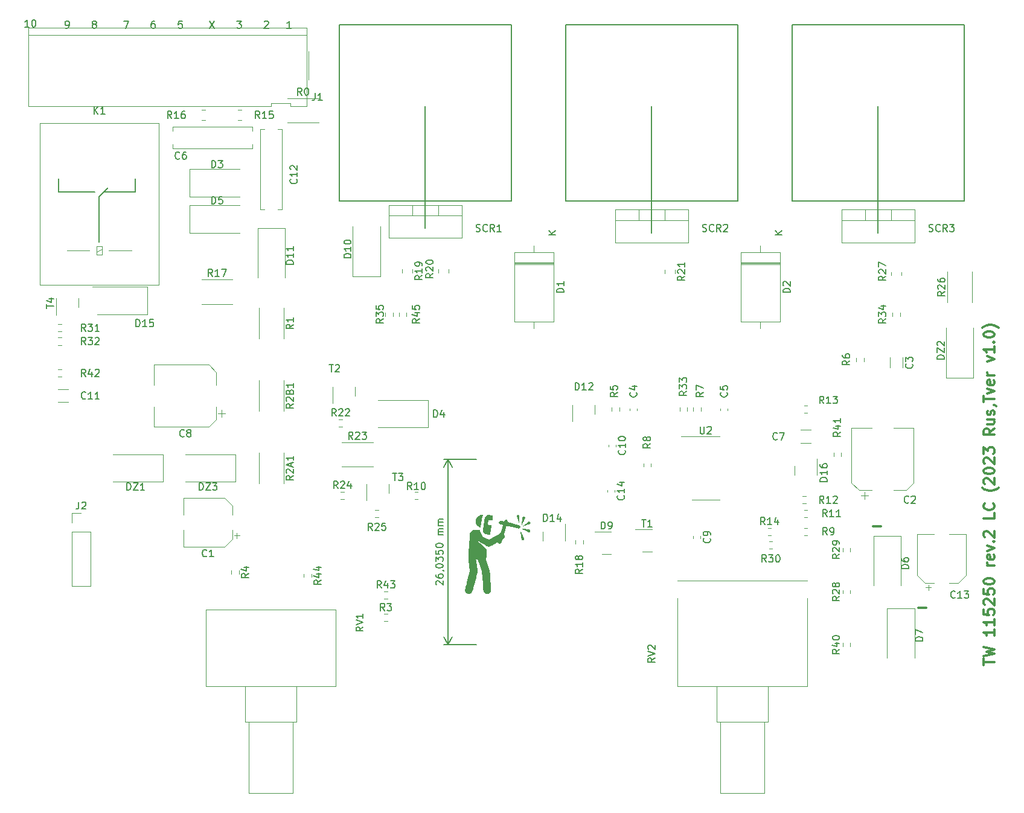
<source format=gbr>
%TF.GenerationSoftware,KiCad,Pcbnew,7.0.5*%
%TF.CreationDate,2023-12-08T14:16:09+03:00*%
%TF.ProjectId,wireFeeding,77697265-4665-4656-9469-6e672e6b6963,rev?*%
%TF.SameCoordinates,Original*%
%TF.FileFunction,Legend,Top*%
%TF.FilePolarity,Positive*%
%FSLAX46Y46*%
G04 Gerber Fmt 4.6, Leading zero omitted, Abs format (unit mm)*
G04 Created by KiCad (PCBNEW 7.0.5) date 2023-12-08 14:16:09*
%MOMM*%
%LPD*%
G01*
G04 APERTURE LIST*
%ADD10C,0.150000*%
%ADD11C,0.300000*%
%ADD12C,0.120000*%
G04 APERTURE END LIST*
D10*
X64135000Y-50175000D02*
X68580000Y-50175000D01*
X97155000Y-51445000D02*
X121285000Y-51445000D01*
X153035000Y-51445000D02*
X128905000Y-51445000D01*
X109220000Y-55255000D02*
X109220000Y-38110000D01*
X97155000Y-26680000D02*
X121285000Y-26680000D01*
X97155000Y-26680000D02*
X97155000Y-51445000D01*
X140970000Y-55890000D02*
X140970000Y-38110000D01*
X184785000Y-51445000D02*
X160655000Y-51445000D01*
X128905000Y-26680000D02*
X153035000Y-26680000D01*
X121285000Y-26680000D02*
X121285000Y-51445000D01*
X172720000Y-55890000D02*
X172720000Y-38110000D01*
X63500000Y-57160000D02*
X63500000Y-50810000D01*
X184785000Y-26680000D02*
X184785000Y-51445000D01*
X160655000Y-26680000D02*
X184785000Y-26680000D01*
X62865000Y-50175000D02*
X57785000Y-50175000D01*
X68580000Y-50175000D02*
X68580000Y-48270000D01*
X160655000Y-26680000D02*
X160655000Y-51445000D01*
X153035000Y-26680000D02*
X153035000Y-51445000D01*
X128905000Y-51445000D02*
X128905000Y-26680000D01*
X63500000Y-50810000D02*
X64770000Y-49540000D01*
X57785000Y-50175000D02*
X57785000Y-48270000D01*
X58804398Y-27184819D02*
X58994874Y-27184819D01*
X58994874Y-27184819D02*
X59090112Y-27137200D01*
X59090112Y-27137200D02*
X59137731Y-27089580D01*
X59137731Y-27089580D02*
X59232969Y-26946723D01*
X59232969Y-26946723D02*
X59280588Y-26756247D01*
X59280588Y-26756247D02*
X59280588Y-26375295D01*
X59280588Y-26375295D02*
X59232969Y-26280057D01*
X59232969Y-26280057D02*
X59185350Y-26232438D01*
X59185350Y-26232438D02*
X59090112Y-26184819D01*
X59090112Y-26184819D02*
X58899636Y-26184819D01*
X58899636Y-26184819D02*
X58804398Y-26232438D01*
X58804398Y-26232438D02*
X58756779Y-26280057D01*
X58756779Y-26280057D02*
X58709160Y-26375295D01*
X58709160Y-26375295D02*
X58709160Y-26613390D01*
X58709160Y-26613390D02*
X58756779Y-26708628D01*
X58756779Y-26708628D02*
X58804398Y-26756247D01*
X58804398Y-26756247D02*
X58899636Y-26803866D01*
X58899636Y-26803866D02*
X59090112Y-26803866D01*
X59090112Y-26803866D02*
X59185350Y-26756247D01*
X59185350Y-26756247D02*
X59232969Y-26708628D01*
X59232969Y-26708628D02*
X59280588Y-26613390D01*
X78981541Y-26184819D02*
X79648207Y-27184819D01*
X79648207Y-26184819D02*
X78981541Y-27184819D01*
X90395588Y-27184819D02*
X89824160Y-27184819D01*
X90109874Y-27184819D02*
X90109874Y-26184819D01*
X90109874Y-26184819D02*
X90014636Y-26327676D01*
X90014636Y-26327676D02*
X89919398Y-26422914D01*
X89919398Y-26422914D02*
X89824160Y-26470533D01*
X71250350Y-26184819D02*
X71059874Y-26184819D01*
X71059874Y-26184819D02*
X70964636Y-26232438D01*
X70964636Y-26232438D02*
X70917017Y-26280057D01*
X70917017Y-26280057D02*
X70821779Y-26422914D01*
X70821779Y-26422914D02*
X70774160Y-26613390D01*
X70774160Y-26613390D02*
X70774160Y-26994342D01*
X70774160Y-26994342D02*
X70821779Y-27089580D01*
X70821779Y-27089580D02*
X70869398Y-27137200D01*
X70869398Y-27137200D02*
X70964636Y-27184819D01*
X70964636Y-27184819D02*
X71155112Y-27184819D01*
X71155112Y-27184819D02*
X71250350Y-27137200D01*
X71250350Y-27137200D02*
X71297969Y-27089580D01*
X71297969Y-27089580D02*
X71345588Y-26994342D01*
X71345588Y-26994342D02*
X71345588Y-26756247D01*
X71345588Y-26756247D02*
X71297969Y-26661009D01*
X71297969Y-26661009D02*
X71250350Y-26613390D01*
X71250350Y-26613390D02*
X71155112Y-26565771D01*
X71155112Y-26565771D02*
X70964636Y-26565771D01*
X70964636Y-26565771D02*
X70869398Y-26613390D01*
X70869398Y-26613390D02*
X70821779Y-26661009D01*
X70821779Y-26661009D02*
X70774160Y-26756247D01*
D11*
X187530828Y-116499774D02*
X187530828Y-115642632D01*
X189030828Y-116071203D02*
X187530828Y-116071203D01*
X187530828Y-115285489D02*
X189030828Y-114928346D01*
X189030828Y-114928346D02*
X187959400Y-114642632D01*
X187959400Y-114642632D02*
X189030828Y-114356917D01*
X189030828Y-114356917D02*
X187530828Y-113999775D01*
X189030828Y-111499774D02*
X189030828Y-112356917D01*
X189030828Y-111928346D02*
X187530828Y-111928346D01*
X187530828Y-111928346D02*
X187745114Y-112071203D01*
X187745114Y-112071203D02*
X187887971Y-112214060D01*
X187887971Y-112214060D02*
X187959400Y-112356917D01*
X189030828Y-110071203D02*
X189030828Y-110928346D01*
X189030828Y-110499775D02*
X187530828Y-110499775D01*
X187530828Y-110499775D02*
X187745114Y-110642632D01*
X187745114Y-110642632D02*
X187887971Y-110785489D01*
X187887971Y-110785489D02*
X187959400Y-110928346D01*
X187530828Y-108714061D02*
X187530828Y-109428347D01*
X187530828Y-109428347D02*
X188245114Y-109499775D01*
X188245114Y-109499775D02*
X188173685Y-109428347D01*
X188173685Y-109428347D02*
X188102257Y-109285490D01*
X188102257Y-109285490D02*
X188102257Y-108928347D01*
X188102257Y-108928347D02*
X188173685Y-108785490D01*
X188173685Y-108785490D02*
X188245114Y-108714061D01*
X188245114Y-108714061D02*
X188387971Y-108642632D01*
X188387971Y-108642632D02*
X188745114Y-108642632D01*
X188745114Y-108642632D02*
X188887971Y-108714061D01*
X188887971Y-108714061D02*
X188959400Y-108785490D01*
X188959400Y-108785490D02*
X189030828Y-108928347D01*
X189030828Y-108928347D02*
X189030828Y-109285490D01*
X189030828Y-109285490D02*
X188959400Y-109428347D01*
X188959400Y-109428347D02*
X188887971Y-109499775D01*
X187673685Y-108071204D02*
X187602257Y-107999776D01*
X187602257Y-107999776D02*
X187530828Y-107856919D01*
X187530828Y-107856919D02*
X187530828Y-107499776D01*
X187530828Y-107499776D02*
X187602257Y-107356919D01*
X187602257Y-107356919D02*
X187673685Y-107285490D01*
X187673685Y-107285490D02*
X187816542Y-107214061D01*
X187816542Y-107214061D02*
X187959400Y-107214061D01*
X187959400Y-107214061D02*
X188173685Y-107285490D01*
X188173685Y-107285490D02*
X189030828Y-108142633D01*
X189030828Y-108142633D02*
X189030828Y-107214061D01*
X187530828Y-105856919D02*
X187530828Y-106571205D01*
X187530828Y-106571205D02*
X188245114Y-106642633D01*
X188245114Y-106642633D02*
X188173685Y-106571205D01*
X188173685Y-106571205D02*
X188102257Y-106428348D01*
X188102257Y-106428348D02*
X188102257Y-106071205D01*
X188102257Y-106071205D02*
X188173685Y-105928348D01*
X188173685Y-105928348D02*
X188245114Y-105856919D01*
X188245114Y-105856919D02*
X188387971Y-105785490D01*
X188387971Y-105785490D02*
X188745114Y-105785490D01*
X188745114Y-105785490D02*
X188887971Y-105856919D01*
X188887971Y-105856919D02*
X188959400Y-105928348D01*
X188959400Y-105928348D02*
X189030828Y-106071205D01*
X189030828Y-106071205D02*
X189030828Y-106428348D01*
X189030828Y-106428348D02*
X188959400Y-106571205D01*
X188959400Y-106571205D02*
X188887971Y-106642633D01*
X187530828Y-104856919D02*
X187530828Y-104714062D01*
X187530828Y-104714062D02*
X187602257Y-104571205D01*
X187602257Y-104571205D02*
X187673685Y-104499777D01*
X187673685Y-104499777D02*
X187816542Y-104428348D01*
X187816542Y-104428348D02*
X188102257Y-104356919D01*
X188102257Y-104356919D02*
X188459400Y-104356919D01*
X188459400Y-104356919D02*
X188745114Y-104428348D01*
X188745114Y-104428348D02*
X188887971Y-104499777D01*
X188887971Y-104499777D02*
X188959400Y-104571205D01*
X188959400Y-104571205D02*
X189030828Y-104714062D01*
X189030828Y-104714062D02*
X189030828Y-104856919D01*
X189030828Y-104856919D02*
X188959400Y-104999777D01*
X188959400Y-104999777D02*
X188887971Y-105071205D01*
X188887971Y-105071205D02*
X188745114Y-105142634D01*
X188745114Y-105142634D02*
X188459400Y-105214062D01*
X188459400Y-105214062D02*
X188102257Y-105214062D01*
X188102257Y-105214062D02*
X187816542Y-105142634D01*
X187816542Y-105142634D02*
X187673685Y-105071205D01*
X187673685Y-105071205D02*
X187602257Y-104999777D01*
X187602257Y-104999777D02*
X187530828Y-104856919D01*
X189030828Y-102571206D02*
X188030828Y-102571206D01*
X188316542Y-102571206D02*
X188173685Y-102499777D01*
X188173685Y-102499777D02*
X188102257Y-102428349D01*
X188102257Y-102428349D02*
X188030828Y-102285491D01*
X188030828Y-102285491D02*
X188030828Y-102142634D01*
X188959400Y-101071206D02*
X189030828Y-101214063D01*
X189030828Y-101214063D02*
X189030828Y-101499778D01*
X189030828Y-101499778D02*
X188959400Y-101642635D01*
X188959400Y-101642635D02*
X188816542Y-101714063D01*
X188816542Y-101714063D02*
X188245114Y-101714063D01*
X188245114Y-101714063D02*
X188102257Y-101642635D01*
X188102257Y-101642635D02*
X188030828Y-101499778D01*
X188030828Y-101499778D02*
X188030828Y-101214063D01*
X188030828Y-101214063D02*
X188102257Y-101071206D01*
X188102257Y-101071206D02*
X188245114Y-100999778D01*
X188245114Y-100999778D02*
X188387971Y-100999778D01*
X188387971Y-100999778D02*
X188530828Y-101714063D01*
X188030828Y-100499778D02*
X189030828Y-100142635D01*
X189030828Y-100142635D02*
X188030828Y-99785492D01*
X188887971Y-99214064D02*
X188959400Y-99142635D01*
X188959400Y-99142635D02*
X189030828Y-99214064D01*
X189030828Y-99214064D02*
X188959400Y-99285492D01*
X188959400Y-99285492D02*
X188887971Y-99214064D01*
X188887971Y-99214064D02*
X189030828Y-99214064D01*
X187673685Y-98571206D02*
X187602257Y-98499778D01*
X187602257Y-98499778D02*
X187530828Y-98356921D01*
X187530828Y-98356921D02*
X187530828Y-97999778D01*
X187530828Y-97999778D02*
X187602257Y-97856921D01*
X187602257Y-97856921D02*
X187673685Y-97785492D01*
X187673685Y-97785492D02*
X187816542Y-97714063D01*
X187816542Y-97714063D02*
X187959400Y-97714063D01*
X187959400Y-97714063D02*
X188173685Y-97785492D01*
X188173685Y-97785492D02*
X189030828Y-98642635D01*
X189030828Y-98642635D02*
X189030828Y-97714063D01*
X189030828Y-95214064D02*
X189030828Y-95928350D01*
X189030828Y-95928350D02*
X187530828Y-95928350D01*
X188887971Y-93856921D02*
X188959400Y-93928349D01*
X188959400Y-93928349D02*
X189030828Y-94142635D01*
X189030828Y-94142635D02*
X189030828Y-94285492D01*
X189030828Y-94285492D02*
X188959400Y-94499778D01*
X188959400Y-94499778D02*
X188816542Y-94642635D01*
X188816542Y-94642635D02*
X188673685Y-94714064D01*
X188673685Y-94714064D02*
X188387971Y-94785492D01*
X188387971Y-94785492D02*
X188173685Y-94785492D01*
X188173685Y-94785492D02*
X187887971Y-94714064D01*
X187887971Y-94714064D02*
X187745114Y-94642635D01*
X187745114Y-94642635D02*
X187602257Y-94499778D01*
X187602257Y-94499778D02*
X187530828Y-94285492D01*
X187530828Y-94285492D02*
X187530828Y-94142635D01*
X187530828Y-94142635D02*
X187602257Y-93928349D01*
X187602257Y-93928349D02*
X187673685Y-93856921D01*
X189602257Y-91642635D02*
X189530828Y-91714064D01*
X189530828Y-91714064D02*
X189316542Y-91856921D01*
X189316542Y-91856921D02*
X189173685Y-91928350D01*
X189173685Y-91928350D02*
X188959400Y-91999778D01*
X188959400Y-91999778D02*
X188602257Y-92071207D01*
X188602257Y-92071207D02*
X188316542Y-92071207D01*
X188316542Y-92071207D02*
X187959400Y-91999778D01*
X187959400Y-91999778D02*
X187745114Y-91928350D01*
X187745114Y-91928350D02*
X187602257Y-91856921D01*
X187602257Y-91856921D02*
X187387971Y-91714064D01*
X187387971Y-91714064D02*
X187316542Y-91642635D01*
X187673685Y-91142635D02*
X187602257Y-91071207D01*
X187602257Y-91071207D02*
X187530828Y-90928350D01*
X187530828Y-90928350D02*
X187530828Y-90571207D01*
X187530828Y-90571207D02*
X187602257Y-90428350D01*
X187602257Y-90428350D02*
X187673685Y-90356921D01*
X187673685Y-90356921D02*
X187816542Y-90285492D01*
X187816542Y-90285492D02*
X187959400Y-90285492D01*
X187959400Y-90285492D02*
X188173685Y-90356921D01*
X188173685Y-90356921D02*
X189030828Y-91214064D01*
X189030828Y-91214064D02*
X189030828Y-90285492D01*
X187530828Y-89356921D02*
X187530828Y-89214064D01*
X187530828Y-89214064D02*
X187602257Y-89071207D01*
X187602257Y-89071207D02*
X187673685Y-88999779D01*
X187673685Y-88999779D02*
X187816542Y-88928350D01*
X187816542Y-88928350D02*
X188102257Y-88856921D01*
X188102257Y-88856921D02*
X188459400Y-88856921D01*
X188459400Y-88856921D02*
X188745114Y-88928350D01*
X188745114Y-88928350D02*
X188887971Y-88999779D01*
X188887971Y-88999779D02*
X188959400Y-89071207D01*
X188959400Y-89071207D02*
X189030828Y-89214064D01*
X189030828Y-89214064D02*
X189030828Y-89356921D01*
X189030828Y-89356921D02*
X188959400Y-89499779D01*
X188959400Y-89499779D02*
X188887971Y-89571207D01*
X188887971Y-89571207D02*
X188745114Y-89642636D01*
X188745114Y-89642636D02*
X188459400Y-89714064D01*
X188459400Y-89714064D02*
X188102257Y-89714064D01*
X188102257Y-89714064D02*
X187816542Y-89642636D01*
X187816542Y-89642636D02*
X187673685Y-89571207D01*
X187673685Y-89571207D02*
X187602257Y-89499779D01*
X187602257Y-89499779D02*
X187530828Y-89356921D01*
X187673685Y-88285493D02*
X187602257Y-88214065D01*
X187602257Y-88214065D02*
X187530828Y-88071208D01*
X187530828Y-88071208D02*
X187530828Y-87714065D01*
X187530828Y-87714065D02*
X187602257Y-87571208D01*
X187602257Y-87571208D02*
X187673685Y-87499779D01*
X187673685Y-87499779D02*
X187816542Y-87428350D01*
X187816542Y-87428350D02*
X187959400Y-87428350D01*
X187959400Y-87428350D02*
X188173685Y-87499779D01*
X188173685Y-87499779D02*
X189030828Y-88356922D01*
X189030828Y-88356922D02*
X189030828Y-87428350D01*
X187530828Y-86928351D02*
X187530828Y-85999779D01*
X187530828Y-85999779D02*
X188102257Y-86499779D01*
X188102257Y-86499779D02*
X188102257Y-86285494D01*
X188102257Y-86285494D02*
X188173685Y-86142637D01*
X188173685Y-86142637D02*
X188245114Y-86071208D01*
X188245114Y-86071208D02*
X188387971Y-85999779D01*
X188387971Y-85999779D02*
X188745114Y-85999779D01*
X188745114Y-85999779D02*
X188887971Y-86071208D01*
X188887971Y-86071208D02*
X188959400Y-86142637D01*
X188959400Y-86142637D02*
X189030828Y-86285494D01*
X189030828Y-86285494D02*
X189030828Y-86714065D01*
X189030828Y-86714065D02*
X188959400Y-86856922D01*
X188959400Y-86856922D02*
X188887971Y-86928351D01*
X189030828Y-83356923D02*
X188316542Y-83856923D01*
X189030828Y-84214066D02*
X187530828Y-84214066D01*
X187530828Y-84214066D02*
X187530828Y-83642637D01*
X187530828Y-83642637D02*
X187602257Y-83499780D01*
X187602257Y-83499780D02*
X187673685Y-83428351D01*
X187673685Y-83428351D02*
X187816542Y-83356923D01*
X187816542Y-83356923D02*
X188030828Y-83356923D01*
X188030828Y-83356923D02*
X188173685Y-83428351D01*
X188173685Y-83428351D02*
X188245114Y-83499780D01*
X188245114Y-83499780D02*
X188316542Y-83642637D01*
X188316542Y-83642637D02*
X188316542Y-84214066D01*
X188030828Y-82071209D02*
X189030828Y-82071209D01*
X188030828Y-82714066D02*
X188816542Y-82714066D01*
X188816542Y-82714066D02*
X188959400Y-82642637D01*
X188959400Y-82642637D02*
X189030828Y-82499780D01*
X189030828Y-82499780D02*
X189030828Y-82285494D01*
X189030828Y-82285494D02*
X188959400Y-82142637D01*
X188959400Y-82142637D02*
X188887971Y-82071209D01*
X188959400Y-81428351D02*
X189030828Y-81285494D01*
X189030828Y-81285494D02*
X189030828Y-80999780D01*
X189030828Y-80999780D02*
X188959400Y-80856923D01*
X188959400Y-80856923D02*
X188816542Y-80785494D01*
X188816542Y-80785494D02*
X188745114Y-80785494D01*
X188745114Y-80785494D02*
X188602257Y-80856923D01*
X188602257Y-80856923D02*
X188530828Y-80999780D01*
X188530828Y-80999780D02*
X188530828Y-81214066D01*
X188530828Y-81214066D02*
X188459400Y-81356923D01*
X188459400Y-81356923D02*
X188316542Y-81428351D01*
X188316542Y-81428351D02*
X188245114Y-81428351D01*
X188245114Y-81428351D02*
X188102257Y-81356923D01*
X188102257Y-81356923D02*
X188030828Y-81214066D01*
X188030828Y-81214066D02*
X188030828Y-80999780D01*
X188030828Y-80999780D02*
X188102257Y-80856923D01*
X188959400Y-80071208D02*
X189030828Y-80071208D01*
X189030828Y-80071208D02*
X189173685Y-80142637D01*
X189173685Y-80142637D02*
X189245114Y-80214065D01*
X187530828Y-79642636D02*
X187530828Y-78785494D01*
X189030828Y-79214065D02*
X187530828Y-79214065D01*
X188030828Y-78428351D02*
X189030828Y-78071208D01*
X189030828Y-78071208D02*
X188030828Y-77714065D01*
X188959400Y-76571208D02*
X189030828Y-76714065D01*
X189030828Y-76714065D02*
X189030828Y-76999780D01*
X189030828Y-76999780D02*
X188959400Y-77142637D01*
X188959400Y-77142637D02*
X188816542Y-77214065D01*
X188816542Y-77214065D02*
X188245114Y-77214065D01*
X188245114Y-77214065D02*
X188102257Y-77142637D01*
X188102257Y-77142637D02*
X188030828Y-76999780D01*
X188030828Y-76999780D02*
X188030828Y-76714065D01*
X188030828Y-76714065D02*
X188102257Y-76571208D01*
X188102257Y-76571208D02*
X188245114Y-76499780D01*
X188245114Y-76499780D02*
X188387971Y-76499780D01*
X188387971Y-76499780D02*
X188530828Y-77214065D01*
X189030828Y-75856923D02*
X188030828Y-75856923D01*
X188316542Y-75856923D02*
X188173685Y-75785494D01*
X188173685Y-75785494D02*
X188102257Y-75714066D01*
X188102257Y-75714066D02*
X188030828Y-75571208D01*
X188030828Y-75571208D02*
X188030828Y-75428351D01*
X188030828Y-73928352D02*
X189030828Y-73571209D01*
X189030828Y-73571209D02*
X188030828Y-73214066D01*
X189030828Y-71856923D02*
X189030828Y-72714066D01*
X189030828Y-72285495D02*
X187530828Y-72285495D01*
X187530828Y-72285495D02*
X187745114Y-72428352D01*
X187745114Y-72428352D02*
X187887971Y-72571209D01*
X187887971Y-72571209D02*
X187959400Y-72714066D01*
X188887971Y-71214067D02*
X188959400Y-71142638D01*
X188959400Y-71142638D02*
X189030828Y-71214067D01*
X189030828Y-71214067D02*
X188959400Y-71285495D01*
X188959400Y-71285495D02*
X188887971Y-71214067D01*
X188887971Y-71214067D02*
X189030828Y-71214067D01*
X187530828Y-70214066D02*
X187530828Y-70071209D01*
X187530828Y-70071209D02*
X187602257Y-69928352D01*
X187602257Y-69928352D02*
X187673685Y-69856924D01*
X187673685Y-69856924D02*
X187816542Y-69785495D01*
X187816542Y-69785495D02*
X188102257Y-69714066D01*
X188102257Y-69714066D02*
X188459400Y-69714066D01*
X188459400Y-69714066D02*
X188745114Y-69785495D01*
X188745114Y-69785495D02*
X188887971Y-69856924D01*
X188887971Y-69856924D02*
X188959400Y-69928352D01*
X188959400Y-69928352D02*
X189030828Y-70071209D01*
X189030828Y-70071209D02*
X189030828Y-70214066D01*
X189030828Y-70214066D02*
X188959400Y-70356924D01*
X188959400Y-70356924D02*
X188887971Y-70428352D01*
X188887971Y-70428352D02*
X188745114Y-70499781D01*
X188745114Y-70499781D02*
X188459400Y-70571209D01*
X188459400Y-70571209D02*
X188102257Y-70571209D01*
X188102257Y-70571209D02*
X187816542Y-70499781D01*
X187816542Y-70499781D02*
X187673685Y-70428352D01*
X187673685Y-70428352D02*
X187602257Y-70356924D01*
X187602257Y-70356924D02*
X187530828Y-70214066D01*
X189602257Y-69214067D02*
X189530828Y-69142638D01*
X189530828Y-69142638D02*
X189316542Y-68999781D01*
X189316542Y-68999781D02*
X189173685Y-68928353D01*
X189173685Y-68928353D02*
X188959400Y-68856924D01*
X188959400Y-68856924D02*
X188602257Y-68785495D01*
X188602257Y-68785495D02*
X188316542Y-68785495D01*
X188316542Y-68785495D02*
X187959400Y-68856924D01*
X187959400Y-68856924D02*
X187745114Y-68928353D01*
X187745114Y-68928353D02*
X187602257Y-68999781D01*
X187602257Y-68999781D02*
X187387971Y-69142638D01*
X187387971Y-69142638D02*
X187316542Y-69214067D01*
D10*
X62709636Y-26613390D02*
X62614398Y-26565771D01*
X62614398Y-26565771D02*
X62566779Y-26518152D01*
X62566779Y-26518152D02*
X62519160Y-26422914D01*
X62519160Y-26422914D02*
X62519160Y-26375295D01*
X62519160Y-26375295D02*
X62566779Y-26280057D01*
X62566779Y-26280057D02*
X62614398Y-26232438D01*
X62614398Y-26232438D02*
X62709636Y-26184819D01*
X62709636Y-26184819D02*
X62900112Y-26184819D01*
X62900112Y-26184819D02*
X62995350Y-26232438D01*
X62995350Y-26232438D02*
X63042969Y-26280057D01*
X63042969Y-26280057D02*
X63090588Y-26375295D01*
X63090588Y-26375295D02*
X63090588Y-26422914D01*
X63090588Y-26422914D02*
X63042969Y-26518152D01*
X63042969Y-26518152D02*
X62995350Y-26565771D01*
X62995350Y-26565771D02*
X62900112Y-26613390D01*
X62900112Y-26613390D02*
X62709636Y-26613390D01*
X62709636Y-26613390D02*
X62614398Y-26661009D01*
X62614398Y-26661009D02*
X62566779Y-26708628D01*
X62566779Y-26708628D02*
X62519160Y-26803866D01*
X62519160Y-26803866D02*
X62519160Y-26994342D01*
X62519160Y-26994342D02*
X62566779Y-27089580D01*
X62566779Y-27089580D02*
X62614398Y-27137200D01*
X62614398Y-27137200D02*
X62709636Y-27184819D01*
X62709636Y-27184819D02*
X62900112Y-27184819D01*
X62900112Y-27184819D02*
X62995350Y-27137200D01*
X62995350Y-27137200D02*
X63042969Y-27089580D01*
X63042969Y-27089580D02*
X63090588Y-26994342D01*
X63090588Y-26994342D02*
X63090588Y-26803866D01*
X63090588Y-26803866D02*
X63042969Y-26708628D01*
X63042969Y-26708628D02*
X62995350Y-26661009D01*
X62995350Y-26661009D02*
X62900112Y-26613390D01*
D11*
X172004510Y-97029400D02*
X173147368Y-97029400D01*
D10*
X53645588Y-27004819D02*
X53074160Y-27004819D01*
X53359874Y-27004819D02*
X53359874Y-26004819D01*
X53359874Y-26004819D02*
X53264636Y-26147676D01*
X53264636Y-26147676D02*
X53169398Y-26242914D01*
X53169398Y-26242914D02*
X53074160Y-26290533D01*
X54264636Y-26004819D02*
X54359874Y-26004819D01*
X54359874Y-26004819D02*
X54455112Y-26052438D01*
X54455112Y-26052438D02*
X54502731Y-26100057D01*
X54502731Y-26100057D02*
X54550350Y-26195295D01*
X54550350Y-26195295D02*
X54597969Y-26385771D01*
X54597969Y-26385771D02*
X54597969Y-26623866D01*
X54597969Y-26623866D02*
X54550350Y-26814342D01*
X54550350Y-26814342D02*
X54502731Y-26909580D01*
X54502731Y-26909580D02*
X54455112Y-26957200D01*
X54455112Y-26957200D02*
X54359874Y-27004819D01*
X54359874Y-27004819D02*
X54264636Y-27004819D01*
X54264636Y-27004819D02*
X54169398Y-26957200D01*
X54169398Y-26957200D02*
X54121779Y-26909580D01*
X54121779Y-26909580D02*
X54074160Y-26814342D01*
X54074160Y-26814342D02*
X54026541Y-26623866D01*
X54026541Y-26623866D02*
X54026541Y-26385771D01*
X54026541Y-26385771D02*
X54074160Y-26195295D01*
X54074160Y-26195295D02*
X54121779Y-26100057D01*
X54121779Y-26100057D02*
X54169398Y-26052438D01*
X54169398Y-26052438D02*
X54264636Y-26004819D01*
X82791541Y-26184819D02*
X83410588Y-26184819D01*
X83410588Y-26184819D02*
X83077255Y-26565771D01*
X83077255Y-26565771D02*
X83220112Y-26565771D01*
X83220112Y-26565771D02*
X83315350Y-26613390D01*
X83315350Y-26613390D02*
X83362969Y-26661009D01*
X83362969Y-26661009D02*
X83410588Y-26756247D01*
X83410588Y-26756247D02*
X83410588Y-26994342D01*
X83410588Y-26994342D02*
X83362969Y-27089580D01*
X83362969Y-27089580D02*
X83315350Y-27137200D01*
X83315350Y-27137200D02*
X83220112Y-27184819D01*
X83220112Y-27184819D02*
X82934398Y-27184819D01*
X82934398Y-27184819D02*
X82839160Y-27137200D01*
X82839160Y-27137200D02*
X82791541Y-27089580D01*
D11*
X178354510Y-108459400D02*
X179497368Y-108459400D01*
D10*
X66916541Y-26184819D02*
X67583207Y-26184819D01*
X67583207Y-26184819D02*
X67154636Y-27184819D01*
X75107969Y-26184819D02*
X74631779Y-26184819D01*
X74631779Y-26184819D02*
X74584160Y-26661009D01*
X74584160Y-26661009D02*
X74631779Y-26613390D01*
X74631779Y-26613390D02*
X74727017Y-26565771D01*
X74727017Y-26565771D02*
X74965112Y-26565771D01*
X74965112Y-26565771D02*
X75060350Y-26613390D01*
X75060350Y-26613390D02*
X75107969Y-26661009D01*
X75107969Y-26661009D02*
X75155588Y-26756247D01*
X75155588Y-26756247D02*
X75155588Y-26994342D01*
X75155588Y-26994342D02*
X75107969Y-27089580D01*
X75107969Y-27089580D02*
X75060350Y-27137200D01*
X75060350Y-27137200D02*
X74965112Y-27184819D01*
X74965112Y-27184819D02*
X74727017Y-27184819D01*
X74727017Y-27184819D02*
X74631779Y-27137200D01*
X74631779Y-27137200D02*
X74584160Y-27089580D01*
X86649160Y-26280057D02*
X86696779Y-26232438D01*
X86696779Y-26232438D02*
X86792017Y-26184819D01*
X86792017Y-26184819D02*
X87030112Y-26184819D01*
X87030112Y-26184819D02*
X87125350Y-26232438D01*
X87125350Y-26232438D02*
X87172969Y-26280057D01*
X87172969Y-26280057D02*
X87220588Y-26375295D01*
X87220588Y-26375295D02*
X87220588Y-26470533D01*
X87220588Y-26470533D02*
X87172969Y-26613390D01*
X87172969Y-26613390D02*
X86601541Y-27184819D01*
X86601541Y-27184819D02*
X87220588Y-27184819D01*
X110795057Y-105266546D02*
X110747438Y-105218927D01*
X110747438Y-105218927D02*
X110699819Y-105123689D01*
X110699819Y-105123689D02*
X110699819Y-104885594D01*
X110699819Y-104885594D02*
X110747438Y-104790356D01*
X110747438Y-104790356D02*
X110795057Y-104742737D01*
X110795057Y-104742737D02*
X110890295Y-104695118D01*
X110890295Y-104695118D02*
X110985533Y-104695118D01*
X110985533Y-104695118D02*
X111128390Y-104742737D01*
X111128390Y-104742737D02*
X111699819Y-105314165D01*
X111699819Y-105314165D02*
X111699819Y-104695118D01*
X110699819Y-103837975D02*
X110699819Y-104028451D01*
X110699819Y-104028451D02*
X110747438Y-104123689D01*
X110747438Y-104123689D02*
X110795057Y-104171308D01*
X110795057Y-104171308D02*
X110937914Y-104266546D01*
X110937914Y-104266546D02*
X111128390Y-104314165D01*
X111128390Y-104314165D02*
X111509342Y-104314165D01*
X111509342Y-104314165D02*
X111604580Y-104266546D01*
X111604580Y-104266546D02*
X111652200Y-104218927D01*
X111652200Y-104218927D02*
X111699819Y-104123689D01*
X111699819Y-104123689D02*
X111699819Y-103933213D01*
X111699819Y-103933213D02*
X111652200Y-103837975D01*
X111652200Y-103837975D02*
X111604580Y-103790356D01*
X111604580Y-103790356D02*
X111509342Y-103742737D01*
X111509342Y-103742737D02*
X111271247Y-103742737D01*
X111271247Y-103742737D02*
X111176009Y-103790356D01*
X111176009Y-103790356D02*
X111128390Y-103837975D01*
X111128390Y-103837975D02*
X111080771Y-103933213D01*
X111080771Y-103933213D02*
X111080771Y-104123689D01*
X111080771Y-104123689D02*
X111128390Y-104218927D01*
X111128390Y-104218927D02*
X111176009Y-104266546D01*
X111176009Y-104266546D02*
X111271247Y-104314165D01*
X111652200Y-103266546D02*
X111699819Y-103266546D01*
X111699819Y-103266546D02*
X111795057Y-103314165D01*
X111795057Y-103314165D02*
X111842676Y-103361784D01*
X110699819Y-102647499D02*
X110699819Y-102552261D01*
X110699819Y-102552261D02*
X110747438Y-102457023D01*
X110747438Y-102457023D02*
X110795057Y-102409404D01*
X110795057Y-102409404D02*
X110890295Y-102361785D01*
X110890295Y-102361785D02*
X111080771Y-102314166D01*
X111080771Y-102314166D02*
X111318866Y-102314166D01*
X111318866Y-102314166D02*
X111509342Y-102361785D01*
X111509342Y-102361785D02*
X111604580Y-102409404D01*
X111604580Y-102409404D02*
X111652200Y-102457023D01*
X111652200Y-102457023D02*
X111699819Y-102552261D01*
X111699819Y-102552261D02*
X111699819Y-102647499D01*
X111699819Y-102647499D02*
X111652200Y-102742737D01*
X111652200Y-102742737D02*
X111604580Y-102790356D01*
X111604580Y-102790356D02*
X111509342Y-102837975D01*
X111509342Y-102837975D02*
X111318866Y-102885594D01*
X111318866Y-102885594D02*
X111080771Y-102885594D01*
X111080771Y-102885594D02*
X110890295Y-102837975D01*
X110890295Y-102837975D02*
X110795057Y-102790356D01*
X110795057Y-102790356D02*
X110747438Y-102742737D01*
X110747438Y-102742737D02*
X110699819Y-102647499D01*
X110699819Y-101980832D02*
X110699819Y-101361785D01*
X110699819Y-101361785D02*
X111080771Y-101695118D01*
X111080771Y-101695118D02*
X111080771Y-101552261D01*
X111080771Y-101552261D02*
X111128390Y-101457023D01*
X111128390Y-101457023D02*
X111176009Y-101409404D01*
X111176009Y-101409404D02*
X111271247Y-101361785D01*
X111271247Y-101361785D02*
X111509342Y-101361785D01*
X111509342Y-101361785D02*
X111604580Y-101409404D01*
X111604580Y-101409404D02*
X111652200Y-101457023D01*
X111652200Y-101457023D02*
X111699819Y-101552261D01*
X111699819Y-101552261D02*
X111699819Y-101837975D01*
X111699819Y-101837975D02*
X111652200Y-101933213D01*
X111652200Y-101933213D02*
X111604580Y-101980832D01*
X110699819Y-100457023D02*
X110699819Y-100933213D01*
X110699819Y-100933213D02*
X111176009Y-100980832D01*
X111176009Y-100980832D02*
X111128390Y-100933213D01*
X111128390Y-100933213D02*
X111080771Y-100837975D01*
X111080771Y-100837975D02*
X111080771Y-100599880D01*
X111080771Y-100599880D02*
X111128390Y-100504642D01*
X111128390Y-100504642D02*
X111176009Y-100457023D01*
X111176009Y-100457023D02*
X111271247Y-100409404D01*
X111271247Y-100409404D02*
X111509342Y-100409404D01*
X111509342Y-100409404D02*
X111604580Y-100457023D01*
X111604580Y-100457023D02*
X111652200Y-100504642D01*
X111652200Y-100504642D02*
X111699819Y-100599880D01*
X111699819Y-100599880D02*
X111699819Y-100837975D01*
X111699819Y-100837975D02*
X111652200Y-100933213D01*
X111652200Y-100933213D02*
X111604580Y-100980832D01*
X110699819Y-99790356D02*
X110699819Y-99695118D01*
X110699819Y-99695118D02*
X110747438Y-99599880D01*
X110747438Y-99599880D02*
X110795057Y-99552261D01*
X110795057Y-99552261D02*
X110890295Y-99504642D01*
X110890295Y-99504642D02*
X111080771Y-99457023D01*
X111080771Y-99457023D02*
X111318866Y-99457023D01*
X111318866Y-99457023D02*
X111509342Y-99504642D01*
X111509342Y-99504642D02*
X111604580Y-99552261D01*
X111604580Y-99552261D02*
X111652200Y-99599880D01*
X111652200Y-99599880D02*
X111699819Y-99695118D01*
X111699819Y-99695118D02*
X111699819Y-99790356D01*
X111699819Y-99790356D02*
X111652200Y-99885594D01*
X111652200Y-99885594D02*
X111604580Y-99933213D01*
X111604580Y-99933213D02*
X111509342Y-99980832D01*
X111509342Y-99980832D02*
X111318866Y-100028451D01*
X111318866Y-100028451D02*
X111080771Y-100028451D01*
X111080771Y-100028451D02*
X110890295Y-99980832D01*
X110890295Y-99980832D02*
X110795057Y-99933213D01*
X110795057Y-99933213D02*
X110747438Y-99885594D01*
X110747438Y-99885594D02*
X110699819Y-99790356D01*
X111699819Y-98266546D02*
X111033152Y-98266546D01*
X111128390Y-98266546D02*
X111080771Y-98218927D01*
X111080771Y-98218927D02*
X111033152Y-98123689D01*
X111033152Y-98123689D02*
X111033152Y-97980832D01*
X111033152Y-97980832D02*
X111080771Y-97885594D01*
X111080771Y-97885594D02*
X111176009Y-97837975D01*
X111176009Y-97837975D02*
X111699819Y-97837975D01*
X111176009Y-97837975D02*
X111080771Y-97790356D01*
X111080771Y-97790356D02*
X111033152Y-97695118D01*
X111033152Y-97695118D02*
X111033152Y-97552261D01*
X111033152Y-97552261D02*
X111080771Y-97457022D01*
X111080771Y-97457022D02*
X111176009Y-97409403D01*
X111176009Y-97409403D02*
X111699819Y-97409403D01*
X111699819Y-96933213D02*
X111033152Y-96933213D01*
X111128390Y-96933213D02*
X111080771Y-96885594D01*
X111080771Y-96885594D02*
X111033152Y-96790356D01*
X111033152Y-96790356D02*
X111033152Y-96647499D01*
X111033152Y-96647499D02*
X111080771Y-96552261D01*
X111080771Y-96552261D02*
X111176009Y-96504642D01*
X111176009Y-96504642D02*
X111699819Y-96504642D01*
X111176009Y-96504642D02*
X111080771Y-96457023D01*
X111080771Y-96457023D02*
X111033152Y-96361785D01*
X111033152Y-96361785D02*
X111033152Y-96218928D01*
X111033152Y-96218928D02*
X111080771Y-96123689D01*
X111080771Y-96123689D02*
X111176009Y-96076070D01*
X111176009Y-96076070D02*
X111699819Y-96076070D01*
X116340000Y-113665000D02*
X111808580Y-113665000D01*
X116340000Y-87630000D02*
X111808580Y-87630000D01*
X112395000Y-113665000D02*
X112395000Y-87630000D01*
X112395000Y-113665000D02*
X112395000Y-87630000D01*
X112395000Y-113665000D02*
X111808579Y-112538496D01*
X112395000Y-113665000D02*
X112981421Y-112538496D01*
X112395000Y-87630000D02*
X112981421Y-88756504D01*
X112395000Y-87630000D02*
X111808579Y-88756504D01*
%TO.C,J2*%
X60626666Y-93644819D02*
X60626666Y-94359104D01*
X60626666Y-94359104D02*
X60579047Y-94501961D01*
X60579047Y-94501961D02*
X60483809Y-94597200D01*
X60483809Y-94597200D02*
X60340952Y-94644819D01*
X60340952Y-94644819D02*
X60245714Y-94644819D01*
X61055238Y-93740057D02*
X61102857Y-93692438D01*
X61102857Y-93692438D02*
X61198095Y-93644819D01*
X61198095Y-93644819D02*
X61436190Y-93644819D01*
X61436190Y-93644819D02*
X61531428Y-93692438D01*
X61531428Y-93692438D02*
X61579047Y-93740057D01*
X61579047Y-93740057D02*
X61626666Y-93835295D01*
X61626666Y-93835295D02*
X61626666Y-93930533D01*
X61626666Y-93930533D02*
X61579047Y-94073390D01*
X61579047Y-94073390D02*
X61007619Y-94644819D01*
X61007619Y-94644819D02*
X61626666Y-94644819D01*
%TO.C,J1*%
X93761666Y-36294819D02*
X93761666Y-37009104D01*
X93761666Y-37009104D02*
X93714047Y-37151961D01*
X93714047Y-37151961D02*
X93618809Y-37247200D01*
X93618809Y-37247200D02*
X93475952Y-37294819D01*
X93475952Y-37294819D02*
X93380714Y-37294819D01*
X94761666Y-37294819D02*
X94190238Y-37294819D01*
X94475952Y-37294819D02*
X94475952Y-36294819D01*
X94475952Y-36294819D02*
X94380714Y-36437676D01*
X94380714Y-36437676D02*
X94285476Y-36532914D01*
X94285476Y-36532914D02*
X94190238Y-36580533D01*
%TO.C,U2*%
X147763095Y-83074819D02*
X147763095Y-83884342D01*
X147763095Y-83884342D02*
X147810714Y-83979580D01*
X147810714Y-83979580D02*
X147858333Y-84027200D01*
X147858333Y-84027200D02*
X147953571Y-84074819D01*
X147953571Y-84074819D02*
X148144047Y-84074819D01*
X148144047Y-84074819D02*
X148239285Y-84027200D01*
X148239285Y-84027200D02*
X148286904Y-83979580D01*
X148286904Y-83979580D02*
X148334523Y-83884342D01*
X148334523Y-83884342D02*
X148334523Y-83074819D01*
X148763095Y-83170057D02*
X148810714Y-83122438D01*
X148810714Y-83122438D02*
X148905952Y-83074819D01*
X148905952Y-83074819D02*
X149144047Y-83074819D01*
X149144047Y-83074819D02*
X149239285Y-83122438D01*
X149239285Y-83122438D02*
X149286904Y-83170057D01*
X149286904Y-83170057D02*
X149334523Y-83265295D01*
X149334523Y-83265295D02*
X149334523Y-83360533D01*
X149334523Y-83360533D02*
X149286904Y-83503390D01*
X149286904Y-83503390D02*
X148715476Y-84074819D01*
X148715476Y-84074819D02*
X149334523Y-84074819D01*
%TO.C,R25*%
X101782142Y-97619819D02*
X101448809Y-97143628D01*
X101210714Y-97619819D02*
X101210714Y-96619819D01*
X101210714Y-96619819D02*
X101591666Y-96619819D01*
X101591666Y-96619819D02*
X101686904Y-96667438D01*
X101686904Y-96667438D02*
X101734523Y-96715057D01*
X101734523Y-96715057D02*
X101782142Y-96810295D01*
X101782142Y-96810295D02*
X101782142Y-96953152D01*
X101782142Y-96953152D02*
X101734523Y-97048390D01*
X101734523Y-97048390D02*
X101686904Y-97096009D01*
X101686904Y-97096009D02*
X101591666Y-97143628D01*
X101591666Y-97143628D02*
X101210714Y-97143628D01*
X102163095Y-96715057D02*
X102210714Y-96667438D01*
X102210714Y-96667438D02*
X102305952Y-96619819D01*
X102305952Y-96619819D02*
X102544047Y-96619819D01*
X102544047Y-96619819D02*
X102639285Y-96667438D01*
X102639285Y-96667438D02*
X102686904Y-96715057D01*
X102686904Y-96715057D02*
X102734523Y-96810295D01*
X102734523Y-96810295D02*
X102734523Y-96905533D01*
X102734523Y-96905533D02*
X102686904Y-97048390D01*
X102686904Y-97048390D02*
X102115476Y-97619819D01*
X102115476Y-97619819D02*
X102734523Y-97619819D01*
X103639285Y-96619819D02*
X103163095Y-96619819D01*
X103163095Y-96619819D02*
X103115476Y-97096009D01*
X103115476Y-97096009D02*
X103163095Y-97048390D01*
X103163095Y-97048390D02*
X103258333Y-97000771D01*
X103258333Y-97000771D02*
X103496428Y-97000771D01*
X103496428Y-97000771D02*
X103591666Y-97048390D01*
X103591666Y-97048390D02*
X103639285Y-97096009D01*
X103639285Y-97096009D02*
X103686904Y-97191247D01*
X103686904Y-97191247D02*
X103686904Y-97429342D01*
X103686904Y-97429342D02*
X103639285Y-97524580D01*
X103639285Y-97524580D02*
X103591666Y-97572200D01*
X103591666Y-97572200D02*
X103496428Y-97619819D01*
X103496428Y-97619819D02*
X103258333Y-97619819D01*
X103258333Y-97619819D02*
X103163095Y-97572200D01*
X103163095Y-97572200D02*
X103115476Y-97524580D01*
%TO.C,C8*%
X75398333Y-84409580D02*
X75350714Y-84457200D01*
X75350714Y-84457200D02*
X75207857Y-84504819D01*
X75207857Y-84504819D02*
X75112619Y-84504819D01*
X75112619Y-84504819D02*
X74969762Y-84457200D01*
X74969762Y-84457200D02*
X74874524Y-84361961D01*
X74874524Y-84361961D02*
X74826905Y-84266723D01*
X74826905Y-84266723D02*
X74779286Y-84076247D01*
X74779286Y-84076247D02*
X74779286Y-83933390D01*
X74779286Y-83933390D02*
X74826905Y-83742914D01*
X74826905Y-83742914D02*
X74874524Y-83647676D01*
X74874524Y-83647676D02*
X74969762Y-83552438D01*
X74969762Y-83552438D02*
X75112619Y-83504819D01*
X75112619Y-83504819D02*
X75207857Y-83504819D01*
X75207857Y-83504819D02*
X75350714Y-83552438D01*
X75350714Y-83552438D02*
X75398333Y-83600057D01*
X75969762Y-83933390D02*
X75874524Y-83885771D01*
X75874524Y-83885771D02*
X75826905Y-83838152D01*
X75826905Y-83838152D02*
X75779286Y-83742914D01*
X75779286Y-83742914D02*
X75779286Y-83695295D01*
X75779286Y-83695295D02*
X75826905Y-83600057D01*
X75826905Y-83600057D02*
X75874524Y-83552438D01*
X75874524Y-83552438D02*
X75969762Y-83504819D01*
X75969762Y-83504819D02*
X76160238Y-83504819D01*
X76160238Y-83504819D02*
X76255476Y-83552438D01*
X76255476Y-83552438D02*
X76303095Y-83600057D01*
X76303095Y-83600057D02*
X76350714Y-83695295D01*
X76350714Y-83695295D02*
X76350714Y-83742914D01*
X76350714Y-83742914D02*
X76303095Y-83838152D01*
X76303095Y-83838152D02*
X76255476Y-83885771D01*
X76255476Y-83885771D02*
X76160238Y-83933390D01*
X76160238Y-83933390D02*
X75969762Y-83933390D01*
X75969762Y-83933390D02*
X75874524Y-83981009D01*
X75874524Y-83981009D02*
X75826905Y-84028628D01*
X75826905Y-84028628D02*
X75779286Y-84123866D01*
X75779286Y-84123866D02*
X75779286Y-84314342D01*
X75779286Y-84314342D02*
X75826905Y-84409580D01*
X75826905Y-84409580D02*
X75874524Y-84457200D01*
X75874524Y-84457200D02*
X75969762Y-84504819D01*
X75969762Y-84504819D02*
X76160238Y-84504819D01*
X76160238Y-84504819D02*
X76255476Y-84457200D01*
X76255476Y-84457200D02*
X76303095Y-84409580D01*
X76303095Y-84409580D02*
X76350714Y-84314342D01*
X76350714Y-84314342D02*
X76350714Y-84123866D01*
X76350714Y-84123866D02*
X76303095Y-84028628D01*
X76303095Y-84028628D02*
X76255476Y-83981009D01*
X76255476Y-83981009D02*
X76160238Y-83933390D01*
%TO.C,R23*%
X99052142Y-84839819D02*
X98718809Y-84363628D01*
X98480714Y-84839819D02*
X98480714Y-83839819D01*
X98480714Y-83839819D02*
X98861666Y-83839819D01*
X98861666Y-83839819D02*
X98956904Y-83887438D01*
X98956904Y-83887438D02*
X99004523Y-83935057D01*
X99004523Y-83935057D02*
X99052142Y-84030295D01*
X99052142Y-84030295D02*
X99052142Y-84173152D01*
X99052142Y-84173152D02*
X99004523Y-84268390D01*
X99004523Y-84268390D02*
X98956904Y-84316009D01*
X98956904Y-84316009D02*
X98861666Y-84363628D01*
X98861666Y-84363628D02*
X98480714Y-84363628D01*
X99433095Y-83935057D02*
X99480714Y-83887438D01*
X99480714Y-83887438D02*
X99575952Y-83839819D01*
X99575952Y-83839819D02*
X99814047Y-83839819D01*
X99814047Y-83839819D02*
X99909285Y-83887438D01*
X99909285Y-83887438D02*
X99956904Y-83935057D01*
X99956904Y-83935057D02*
X100004523Y-84030295D01*
X100004523Y-84030295D02*
X100004523Y-84125533D01*
X100004523Y-84125533D02*
X99956904Y-84268390D01*
X99956904Y-84268390D02*
X99385476Y-84839819D01*
X99385476Y-84839819D02*
X100004523Y-84839819D01*
X100337857Y-83839819D02*
X100956904Y-83839819D01*
X100956904Y-83839819D02*
X100623571Y-84220771D01*
X100623571Y-84220771D02*
X100766428Y-84220771D01*
X100766428Y-84220771D02*
X100861666Y-84268390D01*
X100861666Y-84268390D02*
X100909285Y-84316009D01*
X100909285Y-84316009D02*
X100956904Y-84411247D01*
X100956904Y-84411247D02*
X100956904Y-84649342D01*
X100956904Y-84649342D02*
X100909285Y-84744580D01*
X100909285Y-84744580D02*
X100861666Y-84792200D01*
X100861666Y-84792200D02*
X100766428Y-84839819D01*
X100766428Y-84839819D02*
X100480714Y-84839819D01*
X100480714Y-84839819D02*
X100385476Y-84792200D01*
X100385476Y-84792200D02*
X100337857Y-84744580D01*
%TO.C,D7*%
X178969819Y-113133094D02*
X177969819Y-113133094D01*
X177969819Y-113133094D02*
X177969819Y-112894999D01*
X177969819Y-112894999D02*
X178017438Y-112752142D01*
X178017438Y-112752142D02*
X178112676Y-112656904D01*
X178112676Y-112656904D02*
X178207914Y-112609285D01*
X178207914Y-112609285D02*
X178398390Y-112561666D01*
X178398390Y-112561666D02*
X178541247Y-112561666D01*
X178541247Y-112561666D02*
X178731723Y-112609285D01*
X178731723Y-112609285D02*
X178826961Y-112656904D01*
X178826961Y-112656904D02*
X178922200Y-112752142D01*
X178922200Y-112752142D02*
X178969819Y-112894999D01*
X178969819Y-112894999D02*
X178969819Y-113133094D01*
X177969819Y-112228332D02*
X177969819Y-111561666D01*
X177969819Y-111561666D02*
X178969819Y-111990237D01*
%TO.C,SCR2*%
X148098095Y-55662200D02*
X148240952Y-55709819D01*
X148240952Y-55709819D02*
X148479047Y-55709819D01*
X148479047Y-55709819D02*
X148574285Y-55662200D01*
X148574285Y-55662200D02*
X148621904Y-55614580D01*
X148621904Y-55614580D02*
X148669523Y-55519342D01*
X148669523Y-55519342D02*
X148669523Y-55424104D01*
X148669523Y-55424104D02*
X148621904Y-55328866D01*
X148621904Y-55328866D02*
X148574285Y-55281247D01*
X148574285Y-55281247D02*
X148479047Y-55233628D01*
X148479047Y-55233628D02*
X148288571Y-55186009D01*
X148288571Y-55186009D02*
X148193333Y-55138390D01*
X148193333Y-55138390D02*
X148145714Y-55090771D01*
X148145714Y-55090771D02*
X148098095Y-54995533D01*
X148098095Y-54995533D02*
X148098095Y-54900295D01*
X148098095Y-54900295D02*
X148145714Y-54805057D01*
X148145714Y-54805057D02*
X148193333Y-54757438D01*
X148193333Y-54757438D02*
X148288571Y-54709819D01*
X148288571Y-54709819D02*
X148526666Y-54709819D01*
X148526666Y-54709819D02*
X148669523Y-54757438D01*
X149669523Y-55614580D02*
X149621904Y-55662200D01*
X149621904Y-55662200D02*
X149479047Y-55709819D01*
X149479047Y-55709819D02*
X149383809Y-55709819D01*
X149383809Y-55709819D02*
X149240952Y-55662200D01*
X149240952Y-55662200D02*
X149145714Y-55566961D01*
X149145714Y-55566961D02*
X149098095Y-55471723D01*
X149098095Y-55471723D02*
X149050476Y-55281247D01*
X149050476Y-55281247D02*
X149050476Y-55138390D01*
X149050476Y-55138390D02*
X149098095Y-54947914D01*
X149098095Y-54947914D02*
X149145714Y-54852676D01*
X149145714Y-54852676D02*
X149240952Y-54757438D01*
X149240952Y-54757438D02*
X149383809Y-54709819D01*
X149383809Y-54709819D02*
X149479047Y-54709819D01*
X149479047Y-54709819D02*
X149621904Y-54757438D01*
X149621904Y-54757438D02*
X149669523Y-54805057D01*
X150669523Y-55709819D02*
X150336190Y-55233628D01*
X150098095Y-55709819D02*
X150098095Y-54709819D01*
X150098095Y-54709819D02*
X150479047Y-54709819D01*
X150479047Y-54709819D02*
X150574285Y-54757438D01*
X150574285Y-54757438D02*
X150621904Y-54805057D01*
X150621904Y-54805057D02*
X150669523Y-54900295D01*
X150669523Y-54900295D02*
X150669523Y-55043152D01*
X150669523Y-55043152D02*
X150621904Y-55138390D01*
X150621904Y-55138390D02*
X150574285Y-55186009D01*
X150574285Y-55186009D02*
X150479047Y-55233628D01*
X150479047Y-55233628D02*
X150098095Y-55233628D01*
X151050476Y-54805057D02*
X151098095Y-54757438D01*
X151098095Y-54757438D02*
X151193333Y-54709819D01*
X151193333Y-54709819D02*
X151431428Y-54709819D01*
X151431428Y-54709819D02*
X151526666Y-54757438D01*
X151526666Y-54757438D02*
X151574285Y-54805057D01*
X151574285Y-54805057D02*
X151621904Y-54900295D01*
X151621904Y-54900295D02*
X151621904Y-54995533D01*
X151621904Y-54995533D02*
X151574285Y-55138390D01*
X151574285Y-55138390D02*
X151002857Y-55709819D01*
X151002857Y-55709819D02*
X151621904Y-55709819D01*
%TO.C,R27*%
X173809819Y-61970357D02*
X173333628Y-62303690D01*
X173809819Y-62541785D02*
X172809819Y-62541785D01*
X172809819Y-62541785D02*
X172809819Y-62160833D01*
X172809819Y-62160833D02*
X172857438Y-62065595D01*
X172857438Y-62065595D02*
X172905057Y-62017976D01*
X172905057Y-62017976D02*
X173000295Y-61970357D01*
X173000295Y-61970357D02*
X173143152Y-61970357D01*
X173143152Y-61970357D02*
X173238390Y-62017976D01*
X173238390Y-62017976D02*
X173286009Y-62065595D01*
X173286009Y-62065595D02*
X173333628Y-62160833D01*
X173333628Y-62160833D02*
X173333628Y-62541785D01*
X172905057Y-61589404D02*
X172857438Y-61541785D01*
X172857438Y-61541785D02*
X172809819Y-61446547D01*
X172809819Y-61446547D02*
X172809819Y-61208452D01*
X172809819Y-61208452D02*
X172857438Y-61113214D01*
X172857438Y-61113214D02*
X172905057Y-61065595D01*
X172905057Y-61065595D02*
X173000295Y-61017976D01*
X173000295Y-61017976D02*
X173095533Y-61017976D01*
X173095533Y-61017976D02*
X173238390Y-61065595D01*
X173238390Y-61065595D02*
X173809819Y-61637023D01*
X173809819Y-61637023D02*
X173809819Y-61017976D01*
X172809819Y-60684642D02*
X172809819Y-60017976D01*
X172809819Y-60017976D02*
X173809819Y-60446547D01*
%TO.C,R31*%
X61587142Y-69679819D02*
X61253809Y-69203628D01*
X61015714Y-69679819D02*
X61015714Y-68679819D01*
X61015714Y-68679819D02*
X61396666Y-68679819D01*
X61396666Y-68679819D02*
X61491904Y-68727438D01*
X61491904Y-68727438D02*
X61539523Y-68775057D01*
X61539523Y-68775057D02*
X61587142Y-68870295D01*
X61587142Y-68870295D02*
X61587142Y-69013152D01*
X61587142Y-69013152D02*
X61539523Y-69108390D01*
X61539523Y-69108390D02*
X61491904Y-69156009D01*
X61491904Y-69156009D02*
X61396666Y-69203628D01*
X61396666Y-69203628D02*
X61015714Y-69203628D01*
X61920476Y-68679819D02*
X62539523Y-68679819D01*
X62539523Y-68679819D02*
X62206190Y-69060771D01*
X62206190Y-69060771D02*
X62349047Y-69060771D01*
X62349047Y-69060771D02*
X62444285Y-69108390D01*
X62444285Y-69108390D02*
X62491904Y-69156009D01*
X62491904Y-69156009D02*
X62539523Y-69251247D01*
X62539523Y-69251247D02*
X62539523Y-69489342D01*
X62539523Y-69489342D02*
X62491904Y-69584580D01*
X62491904Y-69584580D02*
X62444285Y-69632200D01*
X62444285Y-69632200D02*
X62349047Y-69679819D01*
X62349047Y-69679819D02*
X62063333Y-69679819D01*
X62063333Y-69679819D02*
X61968095Y-69632200D01*
X61968095Y-69632200D02*
X61920476Y-69584580D01*
X63491904Y-69679819D02*
X62920476Y-69679819D01*
X63206190Y-69679819D02*
X63206190Y-68679819D01*
X63206190Y-68679819D02*
X63110952Y-68822676D01*
X63110952Y-68822676D02*
X63015714Y-68917914D01*
X63015714Y-68917914D02*
X62920476Y-68965533D01*
%TO.C,R45*%
X108404819Y-67962857D02*
X107928628Y-68296190D01*
X108404819Y-68534285D02*
X107404819Y-68534285D01*
X107404819Y-68534285D02*
X107404819Y-68153333D01*
X107404819Y-68153333D02*
X107452438Y-68058095D01*
X107452438Y-68058095D02*
X107500057Y-68010476D01*
X107500057Y-68010476D02*
X107595295Y-67962857D01*
X107595295Y-67962857D02*
X107738152Y-67962857D01*
X107738152Y-67962857D02*
X107833390Y-68010476D01*
X107833390Y-68010476D02*
X107881009Y-68058095D01*
X107881009Y-68058095D02*
X107928628Y-68153333D01*
X107928628Y-68153333D02*
X107928628Y-68534285D01*
X107738152Y-67105714D02*
X108404819Y-67105714D01*
X107357200Y-67343809D02*
X108071485Y-67581904D01*
X108071485Y-67581904D02*
X108071485Y-66962857D01*
X107404819Y-66105714D02*
X107404819Y-66581904D01*
X107404819Y-66581904D02*
X107881009Y-66629523D01*
X107881009Y-66629523D02*
X107833390Y-66581904D01*
X107833390Y-66581904D02*
X107785771Y-66486666D01*
X107785771Y-66486666D02*
X107785771Y-66248571D01*
X107785771Y-66248571D02*
X107833390Y-66153333D01*
X107833390Y-66153333D02*
X107881009Y-66105714D01*
X107881009Y-66105714D02*
X107976247Y-66058095D01*
X107976247Y-66058095D02*
X108214342Y-66058095D01*
X108214342Y-66058095D02*
X108309580Y-66105714D01*
X108309580Y-66105714D02*
X108357200Y-66153333D01*
X108357200Y-66153333D02*
X108404819Y-66248571D01*
X108404819Y-66248571D02*
X108404819Y-66486666D01*
X108404819Y-66486666D02*
X108357200Y-66581904D01*
X108357200Y-66581904D02*
X108309580Y-66629523D01*
%TO.C,R2A1*%
X90704819Y-89971428D02*
X90228628Y-90304761D01*
X90704819Y-90542856D02*
X89704819Y-90542856D01*
X89704819Y-90542856D02*
X89704819Y-90161904D01*
X89704819Y-90161904D02*
X89752438Y-90066666D01*
X89752438Y-90066666D02*
X89800057Y-90019047D01*
X89800057Y-90019047D02*
X89895295Y-89971428D01*
X89895295Y-89971428D02*
X90038152Y-89971428D01*
X90038152Y-89971428D02*
X90133390Y-90019047D01*
X90133390Y-90019047D02*
X90181009Y-90066666D01*
X90181009Y-90066666D02*
X90228628Y-90161904D01*
X90228628Y-90161904D02*
X90228628Y-90542856D01*
X89800057Y-89590475D02*
X89752438Y-89542856D01*
X89752438Y-89542856D02*
X89704819Y-89447618D01*
X89704819Y-89447618D02*
X89704819Y-89209523D01*
X89704819Y-89209523D02*
X89752438Y-89114285D01*
X89752438Y-89114285D02*
X89800057Y-89066666D01*
X89800057Y-89066666D02*
X89895295Y-89019047D01*
X89895295Y-89019047D02*
X89990533Y-89019047D01*
X89990533Y-89019047D02*
X90133390Y-89066666D01*
X90133390Y-89066666D02*
X90704819Y-89638094D01*
X90704819Y-89638094D02*
X90704819Y-89019047D01*
X90419104Y-88638094D02*
X90419104Y-88161904D01*
X90704819Y-88733332D02*
X89704819Y-88399999D01*
X89704819Y-88399999D02*
X90704819Y-88066666D01*
X90704819Y-87209523D02*
X90704819Y-87780951D01*
X90704819Y-87495237D02*
X89704819Y-87495237D01*
X89704819Y-87495237D02*
X89847676Y-87590475D01*
X89847676Y-87590475D02*
X89942914Y-87685713D01*
X89942914Y-87685713D02*
X89990533Y-87780951D01*
%TO.C,R34*%
X173809819Y-67962857D02*
X173333628Y-68296190D01*
X173809819Y-68534285D02*
X172809819Y-68534285D01*
X172809819Y-68534285D02*
X172809819Y-68153333D01*
X172809819Y-68153333D02*
X172857438Y-68058095D01*
X172857438Y-68058095D02*
X172905057Y-68010476D01*
X172905057Y-68010476D02*
X173000295Y-67962857D01*
X173000295Y-67962857D02*
X173143152Y-67962857D01*
X173143152Y-67962857D02*
X173238390Y-68010476D01*
X173238390Y-68010476D02*
X173286009Y-68058095D01*
X173286009Y-68058095D02*
X173333628Y-68153333D01*
X173333628Y-68153333D02*
X173333628Y-68534285D01*
X172809819Y-67629523D02*
X172809819Y-67010476D01*
X172809819Y-67010476D02*
X173190771Y-67343809D01*
X173190771Y-67343809D02*
X173190771Y-67200952D01*
X173190771Y-67200952D02*
X173238390Y-67105714D01*
X173238390Y-67105714D02*
X173286009Y-67058095D01*
X173286009Y-67058095D02*
X173381247Y-67010476D01*
X173381247Y-67010476D02*
X173619342Y-67010476D01*
X173619342Y-67010476D02*
X173714580Y-67058095D01*
X173714580Y-67058095D02*
X173762200Y-67105714D01*
X173762200Y-67105714D02*
X173809819Y-67200952D01*
X173809819Y-67200952D02*
X173809819Y-67486666D01*
X173809819Y-67486666D02*
X173762200Y-67581904D01*
X173762200Y-67581904D02*
X173714580Y-67629523D01*
X173143152Y-66153333D02*
X173809819Y-66153333D01*
X172762200Y-66391428D02*
X173476485Y-66629523D01*
X173476485Y-66629523D02*
X173476485Y-66010476D01*
%TO.C,T4*%
X56109819Y-66479404D02*
X56109819Y-65907976D01*
X57109819Y-66193690D02*
X56109819Y-66193690D01*
X56443152Y-65146071D02*
X57109819Y-65146071D01*
X56062200Y-65384166D02*
X56776485Y-65622261D01*
X56776485Y-65622261D02*
X56776485Y-65003214D01*
%TO.C,R42*%
X61587142Y-76029819D02*
X61253809Y-75553628D01*
X61015714Y-76029819D02*
X61015714Y-75029819D01*
X61015714Y-75029819D02*
X61396666Y-75029819D01*
X61396666Y-75029819D02*
X61491904Y-75077438D01*
X61491904Y-75077438D02*
X61539523Y-75125057D01*
X61539523Y-75125057D02*
X61587142Y-75220295D01*
X61587142Y-75220295D02*
X61587142Y-75363152D01*
X61587142Y-75363152D02*
X61539523Y-75458390D01*
X61539523Y-75458390D02*
X61491904Y-75506009D01*
X61491904Y-75506009D02*
X61396666Y-75553628D01*
X61396666Y-75553628D02*
X61015714Y-75553628D01*
X62444285Y-75363152D02*
X62444285Y-76029819D01*
X62206190Y-74982200D02*
X61968095Y-75696485D01*
X61968095Y-75696485D02*
X62587142Y-75696485D01*
X62920476Y-75125057D02*
X62968095Y-75077438D01*
X62968095Y-75077438D02*
X63063333Y-75029819D01*
X63063333Y-75029819D02*
X63301428Y-75029819D01*
X63301428Y-75029819D02*
X63396666Y-75077438D01*
X63396666Y-75077438D02*
X63444285Y-75125057D01*
X63444285Y-75125057D02*
X63491904Y-75220295D01*
X63491904Y-75220295D02*
X63491904Y-75315533D01*
X63491904Y-75315533D02*
X63444285Y-75458390D01*
X63444285Y-75458390D02*
X62872857Y-76029819D01*
X62872857Y-76029819D02*
X63491904Y-76029819D01*
%TO.C,T1*%
X139573095Y-96124819D02*
X140144523Y-96124819D01*
X139858809Y-97124819D02*
X139858809Y-96124819D01*
X141001666Y-97124819D02*
X140430238Y-97124819D01*
X140715952Y-97124819D02*
X140715952Y-96124819D01*
X140715952Y-96124819D02*
X140620714Y-96267676D01*
X140620714Y-96267676D02*
X140525476Y-96362914D01*
X140525476Y-96362914D02*
X140430238Y-96410533D01*
%TO.C,R19*%
X108784819Y-61880357D02*
X108308628Y-62213690D01*
X108784819Y-62451785D02*
X107784819Y-62451785D01*
X107784819Y-62451785D02*
X107784819Y-62070833D01*
X107784819Y-62070833D02*
X107832438Y-61975595D01*
X107832438Y-61975595D02*
X107880057Y-61927976D01*
X107880057Y-61927976D02*
X107975295Y-61880357D01*
X107975295Y-61880357D02*
X108118152Y-61880357D01*
X108118152Y-61880357D02*
X108213390Y-61927976D01*
X108213390Y-61927976D02*
X108261009Y-61975595D01*
X108261009Y-61975595D02*
X108308628Y-62070833D01*
X108308628Y-62070833D02*
X108308628Y-62451785D01*
X108784819Y-60927976D02*
X108784819Y-61499404D01*
X108784819Y-61213690D02*
X107784819Y-61213690D01*
X107784819Y-61213690D02*
X107927676Y-61308928D01*
X107927676Y-61308928D02*
X108022914Y-61404166D01*
X108022914Y-61404166D02*
X108070533Y-61499404D01*
X108784819Y-60451785D02*
X108784819Y-60261309D01*
X108784819Y-60261309D02*
X108737200Y-60166071D01*
X108737200Y-60166071D02*
X108689580Y-60118452D01*
X108689580Y-60118452D02*
X108546723Y-60023214D01*
X108546723Y-60023214D02*
X108356247Y-59975595D01*
X108356247Y-59975595D02*
X107975295Y-59975595D01*
X107975295Y-59975595D02*
X107880057Y-60023214D01*
X107880057Y-60023214D02*
X107832438Y-60070833D01*
X107832438Y-60070833D02*
X107784819Y-60166071D01*
X107784819Y-60166071D02*
X107784819Y-60356547D01*
X107784819Y-60356547D02*
X107832438Y-60451785D01*
X107832438Y-60451785D02*
X107880057Y-60499404D01*
X107880057Y-60499404D02*
X107975295Y-60547023D01*
X107975295Y-60547023D02*
X108213390Y-60547023D01*
X108213390Y-60547023D02*
X108308628Y-60499404D01*
X108308628Y-60499404D02*
X108356247Y-60451785D01*
X108356247Y-60451785D02*
X108403866Y-60356547D01*
X108403866Y-60356547D02*
X108403866Y-60166071D01*
X108403866Y-60166071D02*
X108356247Y-60070833D01*
X108356247Y-60070833D02*
X108308628Y-60023214D01*
X108308628Y-60023214D02*
X108213390Y-59975595D01*
%TO.C,R7*%
X148219819Y-78281666D02*
X147743628Y-78614999D01*
X148219819Y-78853094D02*
X147219819Y-78853094D01*
X147219819Y-78853094D02*
X147219819Y-78472142D01*
X147219819Y-78472142D02*
X147267438Y-78376904D01*
X147267438Y-78376904D02*
X147315057Y-78329285D01*
X147315057Y-78329285D02*
X147410295Y-78281666D01*
X147410295Y-78281666D02*
X147553152Y-78281666D01*
X147553152Y-78281666D02*
X147648390Y-78329285D01*
X147648390Y-78329285D02*
X147696009Y-78376904D01*
X147696009Y-78376904D02*
X147743628Y-78472142D01*
X147743628Y-78472142D02*
X147743628Y-78853094D01*
X147219819Y-77948332D02*
X147219819Y-77281666D01*
X147219819Y-77281666D02*
X148219819Y-77710237D01*
%TO.C,RV1*%
X100504819Y-111175238D02*
X100028628Y-111508571D01*
X100504819Y-111746666D02*
X99504819Y-111746666D01*
X99504819Y-111746666D02*
X99504819Y-111365714D01*
X99504819Y-111365714D02*
X99552438Y-111270476D01*
X99552438Y-111270476D02*
X99600057Y-111222857D01*
X99600057Y-111222857D02*
X99695295Y-111175238D01*
X99695295Y-111175238D02*
X99838152Y-111175238D01*
X99838152Y-111175238D02*
X99933390Y-111222857D01*
X99933390Y-111222857D02*
X99981009Y-111270476D01*
X99981009Y-111270476D02*
X100028628Y-111365714D01*
X100028628Y-111365714D02*
X100028628Y-111746666D01*
X99504819Y-110889523D02*
X100504819Y-110556190D01*
X100504819Y-110556190D02*
X99504819Y-110222857D01*
X100504819Y-109365714D02*
X100504819Y-109937142D01*
X100504819Y-109651428D02*
X99504819Y-109651428D01*
X99504819Y-109651428D02*
X99647676Y-109746666D01*
X99647676Y-109746666D02*
X99742914Y-109841904D01*
X99742914Y-109841904D02*
X99790533Y-109937142D01*
%TO.C,R35*%
X103324819Y-67962857D02*
X102848628Y-68296190D01*
X103324819Y-68534285D02*
X102324819Y-68534285D01*
X102324819Y-68534285D02*
X102324819Y-68153333D01*
X102324819Y-68153333D02*
X102372438Y-68058095D01*
X102372438Y-68058095D02*
X102420057Y-68010476D01*
X102420057Y-68010476D02*
X102515295Y-67962857D01*
X102515295Y-67962857D02*
X102658152Y-67962857D01*
X102658152Y-67962857D02*
X102753390Y-68010476D01*
X102753390Y-68010476D02*
X102801009Y-68058095D01*
X102801009Y-68058095D02*
X102848628Y-68153333D01*
X102848628Y-68153333D02*
X102848628Y-68534285D01*
X102324819Y-67629523D02*
X102324819Y-67010476D01*
X102324819Y-67010476D02*
X102705771Y-67343809D01*
X102705771Y-67343809D02*
X102705771Y-67200952D01*
X102705771Y-67200952D02*
X102753390Y-67105714D01*
X102753390Y-67105714D02*
X102801009Y-67058095D01*
X102801009Y-67058095D02*
X102896247Y-67010476D01*
X102896247Y-67010476D02*
X103134342Y-67010476D01*
X103134342Y-67010476D02*
X103229580Y-67058095D01*
X103229580Y-67058095D02*
X103277200Y-67105714D01*
X103277200Y-67105714D02*
X103324819Y-67200952D01*
X103324819Y-67200952D02*
X103324819Y-67486666D01*
X103324819Y-67486666D02*
X103277200Y-67581904D01*
X103277200Y-67581904D02*
X103229580Y-67629523D01*
X102324819Y-66105714D02*
X102324819Y-66581904D01*
X102324819Y-66581904D02*
X102801009Y-66629523D01*
X102801009Y-66629523D02*
X102753390Y-66581904D01*
X102753390Y-66581904D02*
X102705771Y-66486666D01*
X102705771Y-66486666D02*
X102705771Y-66248571D01*
X102705771Y-66248571D02*
X102753390Y-66153333D01*
X102753390Y-66153333D02*
X102801009Y-66105714D01*
X102801009Y-66105714D02*
X102896247Y-66058095D01*
X102896247Y-66058095D02*
X103134342Y-66058095D01*
X103134342Y-66058095D02*
X103229580Y-66105714D01*
X103229580Y-66105714D02*
X103277200Y-66153333D01*
X103277200Y-66153333D02*
X103324819Y-66248571D01*
X103324819Y-66248571D02*
X103324819Y-66486666D01*
X103324819Y-66486666D02*
X103277200Y-66581904D01*
X103277200Y-66581904D02*
X103229580Y-66629523D01*
%TO.C,C1*%
X78573333Y-101229580D02*
X78525714Y-101277200D01*
X78525714Y-101277200D02*
X78382857Y-101324819D01*
X78382857Y-101324819D02*
X78287619Y-101324819D01*
X78287619Y-101324819D02*
X78144762Y-101277200D01*
X78144762Y-101277200D02*
X78049524Y-101181961D01*
X78049524Y-101181961D02*
X78001905Y-101086723D01*
X78001905Y-101086723D02*
X77954286Y-100896247D01*
X77954286Y-100896247D02*
X77954286Y-100753390D01*
X77954286Y-100753390D02*
X78001905Y-100562914D01*
X78001905Y-100562914D02*
X78049524Y-100467676D01*
X78049524Y-100467676D02*
X78144762Y-100372438D01*
X78144762Y-100372438D02*
X78287619Y-100324819D01*
X78287619Y-100324819D02*
X78382857Y-100324819D01*
X78382857Y-100324819D02*
X78525714Y-100372438D01*
X78525714Y-100372438D02*
X78573333Y-100420057D01*
X79525714Y-101324819D02*
X78954286Y-101324819D01*
X79240000Y-101324819D02*
X79240000Y-100324819D01*
X79240000Y-100324819D02*
X79144762Y-100467676D01*
X79144762Y-100467676D02*
X79049524Y-100562914D01*
X79049524Y-100562914D02*
X78954286Y-100610533D01*
%TO.C,C12*%
X91164580Y-48357857D02*
X91212200Y-48405476D01*
X91212200Y-48405476D02*
X91259819Y-48548333D01*
X91259819Y-48548333D02*
X91259819Y-48643571D01*
X91259819Y-48643571D02*
X91212200Y-48786428D01*
X91212200Y-48786428D02*
X91116961Y-48881666D01*
X91116961Y-48881666D02*
X91021723Y-48929285D01*
X91021723Y-48929285D02*
X90831247Y-48976904D01*
X90831247Y-48976904D02*
X90688390Y-48976904D01*
X90688390Y-48976904D02*
X90497914Y-48929285D01*
X90497914Y-48929285D02*
X90402676Y-48881666D01*
X90402676Y-48881666D02*
X90307438Y-48786428D01*
X90307438Y-48786428D02*
X90259819Y-48643571D01*
X90259819Y-48643571D02*
X90259819Y-48548333D01*
X90259819Y-48548333D02*
X90307438Y-48405476D01*
X90307438Y-48405476D02*
X90355057Y-48357857D01*
X91259819Y-47405476D02*
X91259819Y-47976904D01*
X91259819Y-47691190D02*
X90259819Y-47691190D01*
X90259819Y-47691190D02*
X90402676Y-47786428D01*
X90402676Y-47786428D02*
X90497914Y-47881666D01*
X90497914Y-47881666D02*
X90545533Y-47976904D01*
X90355057Y-47024523D02*
X90307438Y-46976904D01*
X90307438Y-46976904D02*
X90259819Y-46881666D01*
X90259819Y-46881666D02*
X90259819Y-46643571D01*
X90259819Y-46643571D02*
X90307438Y-46548333D01*
X90307438Y-46548333D02*
X90355057Y-46500714D01*
X90355057Y-46500714D02*
X90450295Y-46453095D01*
X90450295Y-46453095D02*
X90545533Y-46453095D01*
X90545533Y-46453095D02*
X90688390Y-46500714D01*
X90688390Y-46500714D02*
X91259819Y-47072142D01*
X91259819Y-47072142D02*
X91259819Y-46453095D01*
%TO.C,R5*%
X136154819Y-78281666D02*
X135678628Y-78614999D01*
X136154819Y-78853094D02*
X135154819Y-78853094D01*
X135154819Y-78853094D02*
X135154819Y-78472142D01*
X135154819Y-78472142D02*
X135202438Y-78376904D01*
X135202438Y-78376904D02*
X135250057Y-78329285D01*
X135250057Y-78329285D02*
X135345295Y-78281666D01*
X135345295Y-78281666D02*
X135488152Y-78281666D01*
X135488152Y-78281666D02*
X135583390Y-78329285D01*
X135583390Y-78329285D02*
X135631009Y-78376904D01*
X135631009Y-78376904D02*
X135678628Y-78472142D01*
X135678628Y-78472142D02*
X135678628Y-78853094D01*
X135154819Y-77376904D02*
X135154819Y-77853094D01*
X135154819Y-77853094D02*
X135631009Y-77900713D01*
X135631009Y-77900713D02*
X135583390Y-77853094D01*
X135583390Y-77853094D02*
X135535771Y-77757856D01*
X135535771Y-77757856D02*
X135535771Y-77519761D01*
X135535771Y-77519761D02*
X135583390Y-77424523D01*
X135583390Y-77424523D02*
X135631009Y-77376904D01*
X135631009Y-77376904D02*
X135726247Y-77329285D01*
X135726247Y-77329285D02*
X135964342Y-77329285D01*
X135964342Y-77329285D02*
X136059580Y-77376904D01*
X136059580Y-77376904D02*
X136107200Y-77424523D01*
X136107200Y-77424523D02*
X136154819Y-77519761D01*
X136154819Y-77519761D02*
X136154819Y-77757856D01*
X136154819Y-77757856D02*
X136107200Y-77853094D01*
X136107200Y-77853094D02*
X136059580Y-77900713D01*
%TO.C,C5*%
X151489580Y-78281666D02*
X151537200Y-78329285D01*
X151537200Y-78329285D02*
X151584819Y-78472142D01*
X151584819Y-78472142D02*
X151584819Y-78567380D01*
X151584819Y-78567380D02*
X151537200Y-78710237D01*
X151537200Y-78710237D02*
X151441961Y-78805475D01*
X151441961Y-78805475D02*
X151346723Y-78853094D01*
X151346723Y-78853094D02*
X151156247Y-78900713D01*
X151156247Y-78900713D02*
X151013390Y-78900713D01*
X151013390Y-78900713D02*
X150822914Y-78853094D01*
X150822914Y-78853094D02*
X150727676Y-78805475D01*
X150727676Y-78805475D02*
X150632438Y-78710237D01*
X150632438Y-78710237D02*
X150584819Y-78567380D01*
X150584819Y-78567380D02*
X150584819Y-78472142D01*
X150584819Y-78472142D02*
X150632438Y-78329285D01*
X150632438Y-78329285D02*
X150680057Y-78281666D01*
X150584819Y-77376904D02*
X150584819Y-77853094D01*
X150584819Y-77853094D02*
X151061009Y-77900713D01*
X151061009Y-77900713D02*
X151013390Y-77853094D01*
X151013390Y-77853094D02*
X150965771Y-77757856D01*
X150965771Y-77757856D02*
X150965771Y-77519761D01*
X150965771Y-77519761D02*
X151013390Y-77424523D01*
X151013390Y-77424523D02*
X151061009Y-77376904D01*
X151061009Y-77376904D02*
X151156247Y-77329285D01*
X151156247Y-77329285D02*
X151394342Y-77329285D01*
X151394342Y-77329285D02*
X151489580Y-77376904D01*
X151489580Y-77376904D02*
X151537200Y-77424523D01*
X151537200Y-77424523D02*
X151584819Y-77519761D01*
X151584819Y-77519761D02*
X151584819Y-77757856D01*
X151584819Y-77757856D02*
X151537200Y-77853094D01*
X151537200Y-77853094D02*
X151489580Y-77900713D01*
%TO.C,D2*%
X160384819Y-64238094D02*
X159384819Y-64238094D01*
X159384819Y-64238094D02*
X159384819Y-63999999D01*
X159384819Y-63999999D02*
X159432438Y-63857142D01*
X159432438Y-63857142D02*
X159527676Y-63761904D01*
X159527676Y-63761904D02*
X159622914Y-63714285D01*
X159622914Y-63714285D02*
X159813390Y-63666666D01*
X159813390Y-63666666D02*
X159956247Y-63666666D01*
X159956247Y-63666666D02*
X160146723Y-63714285D01*
X160146723Y-63714285D02*
X160241961Y-63761904D01*
X160241961Y-63761904D02*
X160337200Y-63857142D01*
X160337200Y-63857142D02*
X160384819Y-63999999D01*
X160384819Y-63999999D02*
X160384819Y-64238094D01*
X159480057Y-63285713D02*
X159432438Y-63238094D01*
X159432438Y-63238094D02*
X159384819Y-63142856D01*
X159384819Y-63142856D02*
X159384819Y-62904761D01*
X159384819Y-62904761D02*
X159432438Y-62809523D01*
X159432438Y-62809523D02*
X159480057Y-62761904D01*
X159480057Y-62761904D02*
X159575295Y-62714285D01*
X159575295Y-62714285D02*
X159670533Y-62714285D01*
X159670533Y-62714285D02*
X159813390Y-62761904D01*
X159813390Y-62761904D02*
X160384819Y-63333332D01*
X160384819Y-63333332D02*
X160384819Y-62714285D01*
X159264819Y-56141904D02*
X158264819Y-56141904D01*
X159264819Y-55570476D02*
X158693390Y-55999047D01*
X158264819Y-55570476D02*
X158836247Y-56141904D01*
%TO.C,C10*%
X137184580Y-86377857D02*
X137232200Y-86425476D01*
X137232200Y-86425476D02*
X137279819Y-86568333D01*
X137279819Y-86568333D02*
X137279819Y-86663571D01*
X137279819Y-86663571D02*
X137232200Y-86806428D01*
X137232200Y-86806428D02*
X137136961Y-86901666D01*
X137136961Y-86901666D02*
X137041723Y-86949285D01*
X137041723Y-86949285D02*
X136851247Y-86996904D01*
X136851247Y-86996904D02*
X136708390Y-86996904D01*
X136708390Y-86996904D02*
X136517914Y-86949285D01*
X136517914Y-86949285D02*
X136422676Y-86901666D01*
X136422676Y-86901666D02*
X136327438Y-86806428D01*
X136327438Y-86806428D02*
X136279819Y-86663571D01*
X136279819Y-86663571D02*
X136279819Y-86568333D01*
X136279819Y-86568333D02*
X136327438Y-86425476D01*
X136327438Y-86425476D02*
X136375057Y-86377857D01*
X137279819Y-85425476D02*
X137279819Y-85996904D01*
X137279819Y-85711190D02*
X136279819Y-85711190D01*
X136279819Y-85711190D02*
X136422676Y-85806428D01*
X136422676Y-85806428D02*
X136517914Y-85901666D01*
X136517914Y-85901666D02*
X136565533Y-85996904D01*
X136279819Y-84806428D02*
X136279819Y-84711190D01*
X136279819Y-84711190D02*
X136327438Y-84615952D01*
X136327438Y-84615952D02*
X136375057Y-84568333D01*
X136375057Y-84568333D02*
X136470295Y-84520714D01*
X136470295Y-84520714D02*
X136660771Y-84473095D01*
X136660771Y-84473095D02*
X136898866Y-84473095D01*
X136898866Y-84473095D02*
X137089342Y-84520714D01*
X137089342Y-84520714D02*
X137184580Y-84568333D01*
X137184580Y-84568333D02*
X137232200Y-84615952D01*
X137232200Y-84615952D02*
X137279819Y-84711190D01*
X137279819Y-84711190D02*
X137279819Y-84806428D01*
X137279819Y-84806428D02*
X137232200Y-84901666D01*
X137232200Y-84901666D02*
X137184580Y-84949285D01*
X137184580Y-84949285D02*
X137089342Y-84996904D01*
X137089342Y-84996904D02*
X136898866Y-85044523D01*
X136898866Y-85044523D02*
X136660771Y-85044523D01*
X136660771Y-85044523D02*
X136470295Y-84996904D01*
X136470295Y-84996904D02*
X136375057Y-84949285D01*
X136375057Y-84949285D02*
X136327438Y-84901666D01*
X136327438Y-84901666D02*
X136279819Y-84806428D01*
%TO.C,R16*%
X73652142Y-39834819D02*
X73318809Y-39358628D01*
X73080714Y-39834819D02*
X73080714Y-38834819D01*
X73080714Y-38834819D02*
X73461666Y-38834819D01*
X73461666Y-38834819D02*
X73556904Y-38882438D01*
X73556904Y-38882438D02*
X73604523Y-38930057D01*
X73604523Y-38930057D02*
X73652142Y-39025295D01*
X73652142Y-39025295D02*
X73652142Y-39168152D01*
X73652142Y-39168152D02*
X73604523Y-39263390D01*
X73604523Y-39263390D02*
X73556904Y-39311009D01*
X73556904Y-39311009D02*
X73461666Y-39358628D01*
X73461666Y-39358628D02*
X73080714Y-39358628D01*
X74604523Y-39834819D02*
X74033095Y-39834819D01*
X74318809Y-39834819D02*
X74318809Y-38834819D01*
X74318809Y-38834819D02*
X74223571Y-38977676D01*
X74223571Y-38977676D02*
X74128333Y-39072914D01*
X74128333Y-39072914D02*
X74033095Y-39120533D01*
X75461666Y-38834819D02*
X75271190Y-38834819D01*
X75271190Y-38834819D02*
X75175952Y-38882438D01*
X75175952Y-38882438D02*
X75128333Y-38930057D01*
X75128333Y-38930057D02*
X75033095Y-39072914D01*
X75033095Y-39072914D02*
X74985476Y-39263390D01*
X74985476Y-39263390D02*
X74985476Y-39644342D01*
X74985476Y-39644342D02*
X75033095Y-39739580D01*
X75033095Y-39739580D02*
X75080714Y-39787200D01*
X75080714Y-39787200D02*
X75175952Y-39834819D01*
X75175952Y-39834819D02*
X75366428Y-39834819D01*
X75366428Y-39834819D02*
X75461666Y-39787200D01*
X75461666Y-39787200D02*
X75509285Y-39739580D01*
X75509285Y-39739580D02*
X75556904Y-39644342D01*
X75556904Y-39644342D02*
X75556904Y-39406247D01*
X75556904Y-39406247D02*
X75509285Y-39311009D01*
X75509285Y-39311009D02*
X75461666Y-39263390D01*
X75461666Y-39263390D02*
X75366428Y-39215771D01*
X75366428Y-39215771D02*
X75175952Y-39215771D01*
X75175952Y-39215771D02*
X75080714Y-39263390D01*
X75080714Y-39263390D02*
X75033095Y-39311009D01*
X75033095Y-39311009D02*
X74985476Y-39406247D01*
%TO.C,R21*%
X145614819Y-61970357D02*
X145138628Y-62303690D01*
X145614819Y-62541785D02*
X144614819Y-62541785D01*
X144614819Y-62541785D02*
X144614819Y-62160833D01*
X144614819Y-62160833D02*
X144662438Y-62065595D01*
X144662438Y-62065595D02*
X144710057Y-62017976D01*
X144710057Y-62017976D02*
X144805295Y-61970357D01*
X144805295Y-61970357D02*
X144948152Y-61970357D01*
X144948152Y-61970357D02*
X145043390Y-62017976D01*
X145043390Y-62017976D02*
X145091009Y-62065595D01*
X145091009Y-62065595D02*
X145138628Y-62160833D01*
X145138628Y-62160833D02*
X145138628Y-62541785D01*
X144710057Y-61589404D02*
X144662438Y-61541785D01*
X144662438Y-61541785D02*
X144614819Y-61446547D01*
X144614819Y-61446547D02*
X144614819Y-61208452D01*
X144614819Y-61208452D02*
X144662438Y-61113214D01*
X144662438Y-61113214D02*
X144710057Y-61065595D01*
X144710057Y-61065595D02*
X144805295Y-61017976D01*
X144805295Y-61017976D02*
X144900533Y-61017976D01*
X144900533Y-61017976D02*
X145043390Y-61065595D01*
X145043390Y-61065595D02*
X145614819Y-61637023D01*
X145614819Y-61637023D02*
X145614819Y-61017976D01*
X145614819Y-60065595D02*
X145614819Y-60637023D01*
X145614819Y-60351309D02*
X144614819Y-60351309D01*
X144614819Y-60351309D02*
X144757676Y-60446547D01*
X144757676Y-60446547D02*
X144852914Y-60541785D01*
X144852914Y-60541785D02*
X144900533Y-60637023D01*
%TO.C,R33*%
X145869819Y-78122857D02*
X145393628Y-78456190D01*
X145869819Y-78694285D02*
X144869819Y-78694285D01*
X144869819Y-78694285D02*
X144869819Y-78313333D01*
X144869819Y-78313333D02*
X144917438Y-78218095D01*
X144917438Y-78218095D02*
X144965057Y-78170476D01*
X144965057Y-78170476D02*
X145060295Y-78122857D01*
X145060295Y-78122857D02*
X145203152Y-78122857D01*
X145203152Y-78122857D02*
X145298390Y-78170476D01*
X145298390Y-78170476D02*
X145346009Y-78218095D01*
X145346009Y-78218095D02*
X145393628Y-78313333D01*
X145393628Y-78313333D02*
X145393628Y-78694285D01*
X144869819Y-77789523D02*
X144869819Y-77170476D01*
X144869819Y-77170476D02*
X145250771Y-77503809D01*
X145250771Y-77503809D02*
X145250771Y-77360952D01*
X145250771Y-77360952D02*
X145298390Y-77265714D01*
X145298390Y-77265714D02*
X145346009Y-77218095D01*
X145346009Y-77218095D02*
X145441247Y-77170476D01*
X145441247Y-77170476D02*
X145679342Y-77170476D01*
X145679342Y-77170476D02*
X145774580Y-77218095D01*
X145774580Y-77218095D02*
X145822200Y-77265714D01*
X145822200Y-77265714D02*
X145869819Y-77360952D01*
X145869819Y-77360952D02*
X145869819Y-77646666D01*
X145869819Y-77646666D02*
X145822200Y-77741904D01*
X145822200Y-77741904D02*
X145774580Y-77789523D01*
X144869819Y-76837142D02*
X144869819Y-76218095D01*
X144869819Y-76218095D02*
X145250771Y-76551428D01*
X145250771Y-76551428D02*
X145250771Y-76408571D01*
X145250771Y-76408571D02*
X145298390Y-76313333D01*
X145298390Y-76313333D02*
X145346009Y-76265714D01*
X145346009Y-76265714D02*
X145441247Y-76218095D01*
X145441247Y-76218095D02*
X145679342Y-76218095D01*
X145679342Y-76218095D02*
X145774580Y-76265714D01*
X145774580Y-76265714D02*
X145822200Y-76313333D01*
X145822200Y-76313333D02*
X145869819Y-76408571D01*
X145869819Y-76408571D02*
X145869819Y-76694285D01*
X145869819Y-76694285D02*
X145822200Y-76789523D01*
X145822200Y-76789523D02*
X145774580Y-76837142D01*
%TO.C,R0*%
X91908333Y-36579819D02*
X91575000Y-36103628D01*
X91336905Y-36579819D02*
X91336905Y-35579819D01*
X91336905Y-35579819D02*
X91717857Y-35579819D01*
X91717857Y-35579819D02*
X91813095Y-35627438D01*
X91813095Y-35627438D02*
X91860714Y-35675057D01*
X91860714Y-35675057D02*
X91908333Y-35770295D01*
X91908333Y-35770295D02*
X91908333Y-35913152D01*
X91908333Y-35913152D02*
X91860714Y-36008390D01*
X91860714Y-36008390D02*
X91813095Y-36056009D01*
X91813095Y-36056009D02*
X91717857Y-36103628D01*
X91717857Y-36103628D02*
X91336905Y-36103628D01*
X92527381Y-35579819D02*
X92622619Y-35579819D01*
X92622619Y-35579819D02*
X92717857Y-35627438D01*
X92717857Y-35627438D02*
X92765476Y-35675057D01*
X92765476Y-35675057D02*
X92813095Y-35770295D01*
X92813095Y-35770295D02*
X92860714Y-35960771D01*
X92860714Y-35960771D02*
X92860714Y-36198866D01*
X92860714Y-36198866D02*
X92813095Y-36389342D01*
X92813095Y-36389342D02*
X92765476Y-36484580D01*
X92765476Y-36484580D02*
X92717857Y-36532200D01*
X92717857Y-36532200D02*
X92622619Y-36579819D01*
X92622619Y-36579819D02*
X92527381Y-36579819D01*
X92527381Y-36579819D02*
X92432143Y-36532200D01*
X92432143Y-36532200D02*
X92384524Y-36484580D01*
X92384524Y-36484580D02*
X92336905Y-36389342D01*
X92336905Y-36389342D02*
X92289286Y-36198866D01*
X92289286Y-36198866D02*
X92289286Y-35960771D01*
X92289286Y-35960771D02*
X92336905Y-35770295D01*
X92336905Y-35770295D02*
X92384524Y-35675057D01*
X92384524Y-35675057D02*
X92432143Y-35627438D01*
X92432143Y-35627438D02*
X92527381Y-35579819D01*
%TO.C,R40*%
X167299819Y-114317857D02*
X166823628Y-114651190D01*
X167299819Y-114889285D02*
X166299819Y-114889285D01*
X166299819Y-114889285D02*
X166299819Y-114508333D01*
X166299819Y-114508333D02*
X166347438Y-114413095D01*
X166347438Y-114413095D02*
X166395057Y-114365476D01*
X166395057Y-114365476D02*
X166490295Y-114317857D01*
X166490295Y-114317857D02*
X166633152Y-114317857D01*
X166633152Y-114317857D02*
X166728390Y-114365476D01*
X166728390Y-114365476D02*
X166776009Y-114413095D01*
X166776009Y-114413095D02*
X166823628Y-114508333D01*
X166823628Y-114508333D02*
X166823628Y-114889285D01*
X166633152Y-113460714D02*
X167299819Y-113460714D01*
X166252200Y-113698809D02*
X166966485Y-113936904D01*
X166966485Y-113936904D02*
X166966485Y-113317857D01*
X166299819Y-112746428D02*
X166299819Y-112651190D01*
X166299819Y-112651190D02*
X166347438Y-112555952D01*
X166347438Y-112555952D02*
X166395057Y-112508333D01*
X166395057Y-112508333D02*
X166490295Y-112460714D01*
X166490295Y-112460714D02*
X166680771Y-112413095D01*
X166680771Y-112413095D02*
X166918866Y-112413095D01*
X166918866Y-112413095D02*
X167109342Y-112460714D01*
X167109342Y-112460714D02*
X167204580Y-112508333D01*
X167204580Y-112508333D02*
X167252200Y-112555952D01*
X167252200Y-112555952D02*
X167299819Y-112651190D01*
X167299819Y-112651190D02*
X167299819Y-112746428D01*
X167299819Y-112746428D02*
X167252200Y-112841666D01*
X167252200Y-112841666D02*
X167204580Y-112889285D01*
X167204580Y-112889285D02*
X167109342Y-112936904D01*
X167109342Y-112936904D02*
X166918866Y-112984523D01*
X166918866Y-112984523D02*
X166680771Y-112984523D01*
X166680771Y-112984523D02*
X166490295Y-112936904D01*
X166490295Y-112936904D02*
X166395057Y-112889285D01*
X166395057Y-112889285D02*
X166347438Y-112841666D01*
X166347438Y-112841666D02*
X166299819Y-112746428D01*
%TO.C,D3*%
X79271905Y-46739819D02*
X79271905Y-45739819D01*
X79271905Y-45739819D02*
X79510000Y-45739819D01*
X79510000Y-45739819D02*
X79652857Y-45787438D01*
X79652857Y-45787438D02*
X79748095Y-45882676D01*
X79748095Y-45882676D02*
X79795714Y-45977914D01*
X79795714Y-45977914D02*
X79843333Y-46168390D01*
X79843333Y-46168390D02*
X79843333Y-46311247D01*
X79843333Y-46311247D02*
X79795714Y-46501723D01*
X79795714Y-46501723D02*
X79748095Y-46596961D01*
X79748095Y-46596961D02*
X79652857Y-46692200D01*
X79652857Y-46692200D02*
X79510000Y-46739819D01*
X79510000Y-46739819D02*
X79271905Y-46739819D01*
X80176667Y-45739819D02*
X80795714Y-45739819D01*
X80795714Y-45739819D02*
X80462381Y-46120771D01*
X80462381Y-46120771D02*
X80605238Y-46120771D01*
X80605238Y-46120771D02*
X80700476Y-46168390D01*
X80700476Y-46168390D02*
X80748095Y-46216009D01*
X80748095Y-46216009D02*
X80795714Y-46311247D01*
X80795714Y-46311247D02*
X80795714Y-46549342D01*
X80795714Y-46549342D02*
X80748095Y-46644580D01*
X80748095Y-46644580D02*
X80700476Y-46692200D01*
X80700476Y-46692200D02*
X80605238Y-46739819D01*
X80605238Y-46739819D02*
X80319524Y-46739819D01*
X80319524Y-46739819D02*
X80224286Y-46692200D01*
X80224286Y-46692200D02*
X80176667Y-46644580D01*
%TO.C,R1*%
X90704819Y-68746666D02*
X90228628Y-69079999D01*
X90704819Y-69318094D02*
X89704819Y-69318094D01*
X89704819Y-69318094D02*
X89704819Y-68937142D01*
X89704819Y-68937142D02*
X89752438Y-68841904D01*
X89752438Y-68841904D02*
X89800057Y-68794285D01*
X89800057Y-68794285D02*
X89895295Y-68746666D01*
X89895295Y-68746666D02*
X90038152Y-68746666D01*
X90038152Y-68746666D02*
X90133390Y-68794285D01*
X90133390Y-68794285D02*
X90181009Y-68841904D01*
X90181009Y-68841904D02*
X90228628Y-68937142D01*
X90228628Y-68937142D02*
X90228628Y-69318094D01*
X90704819Y-67794285D02*
X90704819Y-68365713D01*
X90704819Y-68079999D02*
X89704819Y-68079999D01*
X89704819Y-68079999D02*
X89847676Y-68175237D01*
X89847676Y-68175237D02*
X89942914Y-68270475D01*
X89942914Y-68270475D02*
X89990533Y-68365713D01*
%TO.C,R10*%
X107307142Y-91904819D02*
X106973809Y-91428628D01*
X106735714Y-91904819D02*
X106735714Y-90904819D01*
X106735714Y-90904819D02*
X107116666Y-90904819D01*
X107116666Y-90904819D02*
X107211904Y-90952438D01*
X107211904Y-90952438D02*
X107259523Y-91000057D01*
X107259523Y-91000057D02*
X107307142Y-91095295D01*
X107307142Y-91095295D02*
X107307142Y-91238152D01*
X107307142Y-91238152D02*
X107259523Y-91333390D01*
X107259523Y-91333390D02*
X107211904Y-91381009D01*
X107211904Y-91381009D02*
X107116666Y-91428628D01*
X107116666Y-91428628D02*
X106735714Y-91428628D01*
X108259523Y-91904819D02*
X107688095Y-91904819D01*
X107973809Y-91904819D02*
X107973809Y-90904819D01*
X107973809Y-90904819D02*
X107878571Y-91047676D01*
X107878571Y-91047676D02*
X107783333Y-91142914D01*
X107783333Y-91142914D02*
X107688095Y-91190533D01*
X108878571Y-90904819D02*
X108973809Y-90904819D01*
X108973809Y-90904819D02*
X109069047Y-90952438D01*
X109069047Y-90952438D02*
X109116666Y-91000057D01*
X109116666Y-91000057D02*
X109164285Y-91095295D01*
X109164285Y-91095295D02*
X109211904Y-91285771D01*
X109211904Y-91285771D02*
X109211904Y-91523866D01*
X109211904Y-91523866D02*
X109164285Y-91714342D01*
X109164285Y-91714342D02*
X109116666Y-91809580D01*
X109116666Y-91809580D02*
X109069047Y-91857200D01*
X109069047Y-91857200D02*
X108973809Y-91904819D01*
X108973809Y-91904819D02*
X108878571Y-91904819D01*
X108878571Y-91904819D02*
X108783333Y-91857200D01*
X108783333Y-91857200D02*
X108735714Y-91809580D01*
X108735714Y-91809580D02*
X108688095Y-91714342D01*
X108688095Y-91714342D02*
X108640476Y-91523866D01*
X108640476Y-91523866D02*
X108640476Y-91285771D01*
X108640476Y-91285771D02*
X108688095Y-91095295D01*
X108688095Y-91095295D02*
X108735714Y-91000057D01*
X108735714Y-91000057D02*
X108783333Y-90952438D01*
X108783333Y-90952438D02*
X108878571Y-90904819D01*
%TO.C,R44*%
X94594819Y-104602857D02*
X94118628Y-104936190D01*
X94594819Y-105174285D02*
X93594819Y-105174285D01*
X93594819Y-105174285D02*
X93594819Y-104793333D01*
X93594819Y-104793333D02*
X93642438Y-104698095D01*
X93642438Y-104698095D02*
X93690057Y-104650476D01*
X93690057Y-104650476D02*
X93785295Y-104602857D01*
X93785295Y-104602857D02*
X93928152Y-104602857D01*
X93928152Y-104602857D02*
X94023390Y-104650476D01*
X94023390Y-104650476D02*
X94071009Y-104698095D01*
X94071009Y-104698095D02*
X94118628Y-104793333D01*
X94118628Y-104793333D02*
X94118628Y-105174285D01*
X93928152Y-103745714D02*
X94594819Y-103745714D01*
X93547200Y-103983809D02*
X94261485Y-104221904D01*
X94261485Y-104221904D02*
X94261485Y-103602857D01*
X93928152Y-102793333D02*
X94594819Y-102793333D01*
X93547200Y-103031428D02*
X94261485Y-103269523D01*
X94261485Y-103269523D02*
X94261485Y-102650476D01*
%TO.C,D4*%
X110386905Y-81744819D02*
X110386905Y-80744819D01*
X110386905Y-80744819D02*
X110625000Y-80744819D01*
X110625000Y-80744819D02*
X110767857Y-80792438D01*
X110767857Y-80792438D02*
X110863095Y-80887676D01*
X110863095Y-80887676D02*
X110910714Y-80982914D01*
X110910714Y-80982914D02*
X110958333Y-81173390D01*
X110958333Y-81173390D02*
X110958333Y-81316247D01*
X110958333Y-81316247D02*
X110910714Y-81506723D01*
X110910714Y-81506723D02*
X110863095Y-81601961D01*
X110863095Y-81601961D02*
X110767857Y-81697200D01*
X110767857Y-81697200D02*
X110625000Y-81744819D01*
X110625000Y-81744819D02*
X110386905Y-81744819D01*
X111815476Y-81078152D02*
X111815476Y-81744819D01*
X111577381Y-80697200D02*
X111339286Y-81411485D01*
X111339286Y-81411485D02*
X111958333Y-81411485D01*
%TO.C,C6*%
X74763333Y-45454580D02*
X74715714Y-45502200D01*
X74715714Y-45502200D02*
X74572857Y-45549819D01*
X74572857Y-45549819D02*
X74477619Y-45549819D01*
X74477619Y-45549819D02*
X74334762Y-45502200D01*
X74334762Y-45502200D02*
X74239524Y-45406961D01*
X74239524Y-45406961D02*
X74191905Y-45311723D01*
X74191905Y-45311723D02*
X74144286Y-45121247D01*
X74144286Y-45121247D02*
X74144286Y-44978390D01*
X74144286Y-44978390D02*
X74191905Y-44787914D01*
X74191905Y-44787914D02*
X74239524Y-44692676D01*
X74239524Y-44692676D02*
X74334762Y-44597438D01*
X74334762Y-44597438D02*
X74477619Y-44549819D01*
X74477619Y-44549819D02*
X74572857Y-44549819D01*
X74572857Y-44549819D02*
X74715714Y-44597438D01*
X74715714Y-44597438D02*
X74763333Y-44645057D01*
X75620476Y-44549819D02*
X75430000Y-44549819D01*
X75430000Y-44549819D02*
X75334762Y-44597438D01*
X75334762Y-44597438D02*
X75287143Y-44645057D01*
X75287143Y-44645057D02*
X75191905Y-44787914D01*
X75191905Y-44787914D02*
X75144286Y-44978390D01*
X75144286Y-44978390D02*
X75144286Y-45359342D01*
X75144286Y-45359342D02*
X75191905Y-45454580D01*
X75191905Y-45454580D02*
X75239524Y-45502200D01*
X75239524Y-45502200D02*
X75334762Y-45549819D01*
X75334762Y-45549819D02*
X75525238Y-45549819D01*
X75525238Y-45549819D02*
X75620476Y-45502200D01*
X75620476Y-45502200D02*
X75668095Y-45454580D01*
X75668095Y-45454580D02*
X75715714Y-45359342D01*
X75715714Y-45359342D02*
X75715714Y-45121247D01*
X75715714Y-45121247D02*
X75668095Y-45026009D01*
X75668095Y-45026009D02*
X75620476Y-44978390D01*
X75620476Y-44978390D02*
X75525238Y-44930771D01*
X75525238Y-44930771D02*
X75334762Y-44930771D01*
X75334762Y-44930771D02*
X75239524Y-44978390D01*
X75239524Y-44978390D02*
X75191905Y-45026009D01*
X75191905Y-45026009D02*
X75144286Y-45121247D01*
%TO.C,R9*%
X165568333Y-98254819D02*
X165235000Y-97778628D01*
X164996905Y-98254819D02*
X164996905Y-97254819D01*
X164996905Y-97254819D02*
X165377857Y-97254819D01*
X165377857Y-97254819D02*
X165473095Y-97302438D01*
X165473095Y-97302438D02*
X165520714Y-97350057D01*
X165520714Y-97350057D02*
X165568333Y-97445295D01*
X165568333Y-97445295D02*
X165568333Y-97588152D01*
X165568333Y-97588152D02*
X165520714Y-97683390D01*
X165520714Y-97683390D02*
X165473095Y-97731009D01*
X165473095Y-97731009D02*
X165377857Y-97778628D01*
X165377857Y-97778628D02*
X164996905Y-97778628D01*
X166044524Y-98254819D02*
X166235000Y-98254819D01*
X166235000Y-98254819D02*
X166330238Y-98207200D01*
X166330238Y-98207200D02*
X166377857Y-98159580D01*
X166377857Y-98159580D02*
X166473095Y-98016723D01*
X166473095Y-98016723D02*
X166520714Y-97826247D01*
X166520714Y-97826247D02*
X166520714Y-97445295D01*
X166520714Y-97445295D02*
X166473095Y-97350057D01*
X166473095Y-97350057D02*
X166425476Y-97302438D01*
X166425476Y-97302438D02*
X166330238Y-97254819D01*
X166330238Y-97254819D02*
X166139762Y-97254819D01*
X166139762Y-97254819D02*
X166044524Y-97302438D01*
X166044524Y-97302438D02*
X165996905Y-97350057D01*
X165996905Y-97350057D02*
X165949286Y-97445295D01*
X165949286Y-97445295D02*
X165949286Y-97683390D01*
X165949286Y-97683390D02*
X165996905Y-97778628D01*
X165996905Y-97778628D02*
X166044524Y-97826247D01*
X166044524Y-97826247D02*
X166139762Y-97873866D01*
X166139762Y-97873866D02*
X166330238Y-97873866D01*
X166330238Y-97873866D02*
X166425476Y-97826247D01*
X166425476Y-97826247D02*
X166473095Y-97778628D01*
X166473095Y-97778628D02*
X166520714Y-97683390D01*
%TO.C,D1*%
X128634819Y-64238094D02*
X127634819Y-64238094D01*
X127634819Y-64238094D02*
X127634819Y-63999999D01*
X127634819Y-63999999D02*
X127682438Y-63857142D01*
X127682438Y-63857142D02*
X127777676Y-63761904D01*
X127777676Y-63761904D02*
X127872914Y-63714285D01*
X127872914Y-63714285D02*
X128063390Y-63666666D01*
X128063390Y-63666666D02*
X128206247Y-63666666D01*
X128206247Y-63666666D02*
X128396723Y-63714285D01*
X128396723Y-63714285D02*
X128491961Y-63761904D01*
X128491961Y-63761904D02*
X128587200Y-63857142D01*
X128587200Y-63857142D02*
X128634819Y-63999999D01*
X128634819Y-63999999D02*
X128634819Y-64238094D01*
X128634819Y-62714285D02*
X128634819Y-63285713D01*
X128634819Y-62999999D02*
X127634819Y-62999999D01*
X127634819Y-62999999D02*
X127777676Y-63095237D01*
X127777676Y-63095237D02*
X127872914Y-63190475D01*
X127872914Y-63190475D02*
X127920533Y-63285713D01*
X127514819Y-56141904D02*
X126514819Y-56141904D01*
X127514819Y-55570476D02*
X126943390Y-55999047D01*
X126514819Y-55570476D02*
X127086247Y-56141904D01*
%TO.C,R20*%
X110309819Y-61612857D02*
X109833628Y-61946190D01*
X110309819Y-62184285D02*
X109309819Y-62184285D01*
X109309819Y-62184285D02*
X109309819Y-61803333D01*
X109309819Y-61803333D02*
X109357438Y-61708095D01*
X109357438Y-61708095D02*
X109405057Y-61660476D01*
X109405057Y-61660476D02*
X109500295Y-61612857D01*
X109500295Y-61612857D02*
X109643152Y-61612857D01*
X109643152Y-61612857D02*
X109738390Y-61660476D01*
X109738390Y-61660476D02*
X109786009Y-61708095D01*
X109786009Y-61708095D02*
X109833628Y-61803333D01*
X109833628Y-61803333D02*
X109833628Y-62184285D01*
X109405057Y-61231904D02*
X109357438Y-61184285D01*
X109357438Y-61184285D02*
X109309819Y-61089047D01*
X109309819Y-61089047D02*
X109309819Y-60850952D01*
X109309819Y-60850952D02*
X109357438Y-60755714D01*
X109357438Y-60755714D02*
X109405057Y-60708095D01*
X109405057Y-60708095D02*
X109500295Y-60660476D01*
X109500295Y-60660476D02*
X109595533Y-60660476D01*
X109595533Y-60660476D02*
X109738390Y-60708095D01*
X109738390Y-60708095D02*
X110309819Y-61279523D01*
X110309819Y-61279523D02*
X110309819Y-60660476D01*
X109309819Y-60041428D02*
X109309819Y-59946190D01*
X109309819Y-59946190D02*
X109357438Y-59850952D01*
X109357438Y-59850952D02*
X109405057Y-59803333D01*
X109405057Y-59803333D02*
X109500295Y-59755714D01*
X109500295Y-59755714D02*
X109690771Y-59708095D01*
X109690771Y-59708095D02*
X109928866Y-59708095D01*
X109928866Y-59708095D02*
X110119342Y-59755714D01*
X110119342Y-59755714D02*
X110214580Y-59803333D01*
X110214580Y-59803333D02*
X110262200Y-59850952D01*
X110262200Y-59850952D02*
X110309819Y-59946190D01*
X110309819Y-59946190D02*
X110309819Y-60041428D01*
X110309819Y-60041428D02*
X110262200Y-60136666D01*
X110262200Y-60136666D02*
X110214580Y-60184285D01*
X110214580Y-60184285D02*
X110119342Y-60231904D01*
X110119342Y-60231904D02*
X109928866Y-60279523D01*
X109928866Y-60279523D02*
X109690771Y-60279523D01*
X109690771Y-60279523D02*
X109500295Y-60231904D01*
X109500295Y-60231904D02*
X109405057Y-60184285D01*
X109405057Y-60184285D02*
X109357438Y-60136666D01*
X109357438Y-60136666D02*
X109309819Y-60041428D01*
%TO.C,D12*%
X130230714Y-77934819D02*
X130230714Y-76934819D01*
X130230714Y-76934819D02*
X130468809Y-76934819D01*
X130468809Y-76934819D02*
X130611666Y-76982438D01*
X130611666Y-76982438D02*
X130706904Y-77077676D01*
X130706904Y-77077676D02*
X130754523Y-77172914D01*
X130754523Y-77172914D02*
X130802142Y-77363390D01*
X130802142Y-77363390D02*
X130802142Y-77506247D01*
X130802142Y-77506247D02*
X130754523Y-77696723D01*
X130754523Y-77696723D02*
X130706904Y-77791961D01*
X130706904Y-77791961D02*
X130611666Y-77887200D01*
X130611666Y-77887200D02*
X130468809Y-77934819D01*
X130468809Y-77934819D02*
X130230714Y-77934819D01*
X131754523Y-77934819D02*
X131183095Y-77934819D01*
X131468809Y-77934819D02*
X131468809Y-76934819D01*
X131468809Y-76934819D02*
X131373571Y-77077676D01*
X131373571Y-77077676D02*
X131278333Y-77172914D01*
X131278333Y-77172914D02*
X131183095Y-77220533D01*
X132135476Y-77030057D02*
X132183095Y-76982438D01*
X132183095Y-76982438D02*
X132278333Y-76934819D01*
X132278333Y-76934819D02*
X132516428Y-76934819D01*
X132516428Y-76934819D02*
X132611666Y-76982438D01*
X132611666Y-76982438D02*
X132659285Y-77030057D01*
X132659285Y-77030057D02*
X132706904Y-77125295D01*
X132706904Y-77125295D02*
X132706904Y-77220533D01*
X132706904Y-77220533D02*
X132659285Y-77363390D01*
X132659285Y-77363390D02*
X132087857Y-77934819D01*
X132087857Y-77934819D02*
X132706904Y-77934819D01*
%TO.C,C2*%
X176998333Y-93714580D02*
X176950714Y-93762200D01*
X176950714Y-93762200D02*
X176807857Y-93809819D01*
X176807857Y-93809819D02*
X176712619Y-93809819D01*
X176712619Y-93809819D02*
X176569762Y-93762200D01*
X176569762Y-93762200D02*
X176474524Y-93666961D01*
X176474524Y-93666961D02*
X176426905Y-93571723D01*
X176426905Y-93571723D02*
X176379286Y-93381247D01*
X176379286Y-93381247D02*
X176379286Y-93238390D01*
X176379286Y-93238390D02*
X176426905Y-93047914D01*
X176426905Y-93047914D02*
X176474524Y-92952676D01*
X176474524Y-92952676D02*
X176569762Y-92857438D01*
X176569762Y-92857438D02*
X176712619Y-92809819D01*
X176712619Y-92809819D02*
X176807857Y-92809819D01*
X176807857Y-92809819D02*
X176950714Y-92857438D01*
X176950714Y-92857438D02*
X176998333Y-92905057D01*
X177379286Y-92905057D02*
X177426905Y-92857438D01*
X177426905Y-92857438D02*
X177522143Y-92809819D01*
X177522143Y-92809819D02*
X177760238Y-92809819D01*
X177760238Y-92809819D02*
X177855476Y-92857438D01*
X177855476Y-92857438D02*
X177903095Y-92905057D01*
X177903095Y-92905057D02*
X177950714Y-93000295D01*
X177950714Y-93000295D02*
X177950714Y-93095533D01*
X177950714Y-93095533D02*
X177903095Y-93238390D01*
X177903095Y-93238390D02*
X177331667Y-93809819D01*
X177331667Y-93809819D02*
X177950714Y-93809819D01*
%TO.C,T3*%
X104648095Y-89634819D02*
X105219523Y-89634819D01*
X104933809Y-90634819D02*
X104933809Y-89634819D01*
X105457619Y-89634819D02*
X106076666Y-89634819D01*
X106076666Y-89634819D02*
X105743333Y-90015771D01*
X105743333Y-90015771D02*
X105886190Y-90015771D01*
X105886190Y-90015771D02*
X105981428Y-90063390D01*
X105981428Y-90063390D02*
X106029047Y-90111009D01*
X106029047Y-90111009D02*
X106076666Y-90206247D01*
X106076666Y-90206247D02*
X106076666Y-90444342D01*
X106076666Y-90444342D02*
X106029047Y-90539580D01*
X106029047Y-90539580D02*
X105981428Y-90587200D01*
X105981428Y-90587200D02*
X105886190Y-90634819D01*
X105886190Y-90634819D02*
X105600476Y-90634819D01*
X105600476Y-90634819D02*
X105505238Y-90587200D01*
X105505238Y-90587200D02*
X105457619Y-90539580D01*
%TO.C,D5*%
X79271905Y-51819819D02*
X79271905Y-50819819D01*
X79271905Y-50819819D02*
X79510000Y-50819819D01*
X79510000Y-50819819D02*
X79652857Y-50867438D01*
X79652857Y-50867438D02*
X79748095Y-50962676D01*
X79748095Y-50962676D02*
X79795714Y-51057914D01*
X79795714Y-51057914D02*
X79843333Y-51248390D01*
X79843333Y-51248390D02*
X79843333Y-51391247D01*
X79843333Y-51391247D02*
X79795714Y-51581723D01*
X79795714Y-51581723D02*
X79748095Y-51676961D01*
X79748095Y-51676961D02*
X79652857Y-51772200D01*
X79652857Y-51772200D02*
X79510000Y-51819819D01*
X79510000Y-51819819D02*
X79271905Y-51819819D01*
X80748095Y-50819819D02*
X80271905Y-50819819D01*
X80271905Y-50819819D02*
X80224286Y-51296009D01*
X80224286Y-51296009D02*
X80271905Y-51248390D01*
X80271905Y-51248390D02*
X80367143Y-51200771D01*
X80367143Y-51200771D02*
X80605238Y-51200771D01*
X80605238Y-51200771D02*
X80700476Y-51248390D01*
X80700476Y-51248390D02*
X80748095Y-51296009D01*
X80748095Y-51296009D02*
X80795714Y-51391247D01*
X80795714Y-51391247D02*
X80795714Y-51629342D01*
X80795714Y-51629342D02*
X80748095Y-51724580D01*
X80748095Y-51724580D02*
X80700476Y-51772200D01*
X80700476Y-51772200D02*
X80605238Y-51819819D01*
X80605238Y-51819819D02*
X80367143Y-51819819D01*
X80367143Y-51819819D02*
X80271905Y-51772200D01*
X80271905Y-51772200D02*
X80224286Y-51724580D01*
%TO.C,RV2*%
X141424819Y-115530238D02*
X140948628Y-115863571D01*
X141424819Y-116101666D02*
X140424819Y-116101666D01*
X140424819Y-116101666D02*
X140424819Y-115720714D01*
X140424819Y-115720714D02*
X140472438Y-115625476D01*
X140472438Y-115625476D02*
X140520057Y-115577857D01*
X140520057Y-115577857D02*
X140615295Y-115530238D01*
X140615295Y-115530238D02*
X140758152Y-115530238D01*
X140758152Y-115530238D02*
X140853390Y-115577857D01*
X140853390Y-115577857D02*
X140901009Y-115625476D01*
X140901009Y-115625476D02*
X140948628Y-115720714D01*
X140948628Y-115720714D02*
X140948628Y-116101666D01*
X140424819Y-115244523D02*
X141424819Y-114911190D01*
X141424819Y-114911190D02*
X140424819Y-114577857D01*
X140520057Y-114292142D02*
X140472438Y-114244523D01*
X140472438Y-114244523D02*
X140424819Y-114149285D01*
X140424819Y-114149285D02*
X140424819Y-113911190D01*
X140424819Y-113911190D02*
X140472438Y-113815952D01*
X140472438Y-113815952D02*
X140520057Y-113768333D01*
X140520057Y-113768333D02*
X140615295Y-113720714D01*
X140615295Y-113720714D02*
X140710533Y-113720714D01*
X140710533Y-113720714D02*
X140853390Y-113768333D01*
X140853390Y-113768333D02*
X141424819Y-114339761D01*
X141424819Y-114339761D02*
X141424819Y-113720714D01*
%TO.C,R2B1*%
X90704819Y-79882857D02*
X90228628Y-80216190D01*
X90704819Y-80454285D02*
X89704819Y-80454285D01*
X89704819Y-80454285D02*
X89704819Y-80073333D01*
X89704819Y-80073333D02*
X89752438Y-79978095D01*
X89752438Y-79978095D02*
X89800057Y-79930476D01*
X89800057Y-79930476D02*
X89895295Y-79882857D01*
X89895295Y-79882857D02*
X90038152Y-79882857D01*
X90038152Y-79882857D02*
X90133390Y-79930476D01*
X90133390Y-79930476D02*
X90181009Y-79978095D01*
X90181009Y-79978095D02*
X90228628Y-80073333D01*
X90228628Y-80073333D02*
X90228628Y-80454285D01*
X89800057Y-79501904D02*
X89752438Y-79454285D01*
X89752438Y-79454285D02*
X89704819Y-79359047D01*
X89704819Y-79359047D02*
X89704819Y-79120952D01*
X89704819Y-79120952D02*
X89752438Y-79025714D01*
X89752438Y-79025714D02*
X89800057Y-78978095D01*
X89800057Y-78978095D02*
X89895295Y-78930476D01*
X89895295Y-78930476D02*
X89990533Y-78930476D01*
X89990533Y-78930476D02*
X90133390Y-78978095D01*
X90133390Y-78978095D02*
X90704819Y-79549523D01*
X90704819Y-79549523D02*
X90704819Y-78930476D01*
X90181009Y-78168571D02*
X90228628Y-78025714D01*
X90228628Y-78025714D02*
X90276247Y-77978095D01*
X90276247Y-77978095D02*
X90371485Y-77930476D01*
X90371485Y-77930476D02*
X90514342Y-77930476D01*
X90514342Y-77930476D02*
X90609580Y-77978095D01*
X90609580Y-77978095D02*
X90657200Y-78025714D01*
X90657200Y-78025714D02*
X90704819Y-78120952D01*
X90704819Y-78120952D02*
X90704819Y-78501904D01*
X90704819Y-78501904D02*
X89704819Y-78501904D01*
X89704819Y-78501904D02*
X89704819Y-78168571D01*
X89704819Y-78168571D02*
X89752438Y-78073333D01*
X89752438Y-78073333D02*
X89800057Y-78025714D01*
X89800057Y-78025714D02*
X89895295Y-77978095D01*
X89895295Y-77978095D02*
X89990533Y-77978095D01*
X89990533Y-77978095D02*
X90085771Y-78025714D01*
X90085771Y-78025714D02*
X90133390Y-78073333D01*
X90133390Y-78073333D02*
X90181009Y-78168571D01*
X90181009Y-78168571D02*
X90181009Y-78501904D01*
X90704819Y-76978095D02*
X90704819Y-77549523D01*
X90704819Y-77263809D02*
X89704819Y-77263809D01*
X89704819Y-77263809D02*
X89847676Y-77359047D01*
X89847676Y-77359047D02*
X89942914Y-77454285D01*
X89942914Y-77454285D02*
X89990533Y-77549523D01*
%TO.C,R28*%
X167299819Y-106887857D02*
X166823628Y-107221190D01*
X167299819Y-107459285D02*
X166299819Y-107459285D01*
X166299819Y-107459285D02*
X166299819Y-107078333D01*
X166299819Y-107078333D02*
X166347438Y-106983095D01*
X166347438Y-106983095D02*
X166395057Y-106935476D01*
X166395057Y-106935476D02*
X166490295Y-106887857D01*
X166490295Y-106887857D02*
X166633152Y-106887857D01*
X166633152Y-106887857D02*
X166728390Y-106935476D01*
X166728390Y-106935476D02*
X166776009Y-106983095D01*
X166776009Y-106983095D02*
X166823628Y-107078333D01*
X166823628Y-107078333D02*
X166823628Y-107459285D01*
X166395057Y-106506904D02*
X166347438Y-106459285D01*
X166347438Y-106459285D02*
X166299819Y-106364047D01*
X166299819Y-106364047D02*
X166299819Y-106125952D01*
X166299819Y-106125952D02*
X166347438Y-106030714D01*
X166347438Y-106030714D02*
X166395057Y-105983095D01*
X166395057Y-105983095D02*
X166490295Y-105935476D01*
X166490295Y-105935476D02*
X166585533Y-105935476D01*
X166585533Y-105935476D02*
X166728390Y-105983095D01*
X166728390Y-105983095D02*
X167299819Y-106554523D01*
X167299819Y-106554523D02*
X167299819Y-105935476D01*
X166728390Y-105364047D02*
X166680771Y-105459285D01*
X166680771Y-105459285D02*
X166633152Y-105506904D01*
X166633152Y-105506904D02*
X166537914Y-105554523D01*
X166537914Y-105554523D02*
X166490295Y-105554523D01*
X166490295Y-105554523D02*
X166395057Y-105506904D01*
X166395057Y-105506904D02*
X166347438Y-105459285D01*
X166347438Y-105459285D02*
X166299819Y-105364047D01*
X166299819Y-105364047D02*
X166299819Y-105173571D01*
X166299819Y-105173571D02*
X166347438Y-105078333D01*
X166347438Y-105078333D02*
X166395057Y-105030714D01*
X166395057Y-105030714D02*
X166490295Y-104983095D01*
X166490295Y-104983095D02*
X166537914Y-104983095D01*
X166537914Y-104983095D02*
X166633152Y-105030714D01*
X166633152Y-105030714D02*
X166680771Y-105078333D01*
X166680771Y-105078333D02*
X166728390Y-105173571D01*
X166728390Y-105173571D02*
X166728390Y-105364047D01*
X166728390Y-105364047D02*
X166776009Y-105459285D01*
X166776009Y-105459285D02*
X166823628Y-105506904D01*
X166823628Y-105506904D02*
X166918866Y-105554523D01*
X166918866Y-105554523D02*
X167109342Y-105554523D01*
X167109342Y-105554523D02*
X167204580Y-105506904D01*
X167204580Y-105506904D02*
X167252200Y-105459285D01*
X167252200Y-105459285D02*
X167299819Y-105364047D01*
X167299819Y-105364047D02*
X167299819Y-105173571D01*
X167299819Y-105173571D02*
X167252200Y-105078333D01*
X167252200Y-105078333D02*
X167204580Y-105030714D01*
X167204580Y-105030714D02*
X167109342Y-104983095D01*
X167109342Y-104983095D02*
X166918866Y-104983095D01*
X166918866Y-104983095D02*
X166823628Y-105030714D01*
X166823628Y-105030714D02*
X166776009Y-105078333D01*
X166776009Y-105078333D02*
X166728390Y-105173571D01*
%TO.C,C7*%
X158583333Y-84824580D02*
X158535714Y-84872200D01*
X158535714Y-84872200D02*
X158392857Y-84919819D01*
X158392857Y-84919819D02*
X158297619Y-84919819D01*
X158297619Y-84919819D02*
X158154762Y-84872200D01*
X158154762Y-84872200D02*
X158059524Y-84776961D01*
X158059524Y-84776961D02*
X158011905Y-84681723D01*
X158011905Y-84681723D02*
X157964286Y-84491247D01*
X157964286Y-84491247D02*
X157964286Y-84348390D01*
X157964286Y-84348390D02*
X158011905Y-84157914D01*
X158011905Y-84157914D02*
X158059524Y-84062676D01*
X158059524Y-84062676D02*
X158154762Y-83967438D01*
X158154762Y-83967438D02*
X158297619Y-83919819D01*
X158297619Y-83919819D02*
X158392857Y-83919819D01*
X158392857Y-83919819D02*
X158535714Y-83967438D01*
X158535714Y-83967438D02*
X158583333Y-84015057D01*
X158916667Y-83919819D02*
X159583333Y-83919819D01*
X159583333Y-83919819D02*
X159154762Y-84919819D01*
%TO.C,D9*%
X133881905Y-97439819D02*
X133881905Y-96439819D01*
X133881905Y-96439819D02*
X134120000Y-96439819D01*
X134120000Y-96439819D02*
X134262857Y-96487438D01*
X134262857Y-96487438D02*
X134358095Y-96582676D01*
X134358095Y-96582676D02*
X134405714Y-96677914D01*
X134405714Y-96677914D02*
X134453333Y-96868390D01*
X134453333Y-96868390D02*
X134453333Y-97011247D01*
X134453333Y-97011247D02*
X134405714Y-97201723D01*
X134405714Y-97201723D02*
X134358095Y-97296961D01*
X134358095Y-97296961D02*
X134262857Y-97392200D01*
X134262857Y-97392200D02*
X134120000Y-97439819D01*
X134120000Y-97439819D02*
X133881905Y-97439819D01*
X134929524Y-97439819D02*
X135120000Y-97439819D01*
X135120000Y-97439819D02*
X135215238Y-97392200D01*
X135215238Y-97392200D02*
X135262857Y-97344580D01*
X135262857Y-97344580D02*
X135358095Y-97201723D01*
X135358095Y-97201723D02*
X135405714Y-97011247D01*
X135405714Y-97011247D02*
X135405714Y-96630295D01*
X135405714Y-96630295D02*
X135358095Y-96535057D01*
X135358095Y-96535057D02*
X135310476Y-96487438D01*
X135310476Y-96487438D02*
X135215238Y-96439819D01*
X135215238Y-96439819D02*
X135024762Y-96439819D01*
X135024762Y-96439819D02*
X134929524Y-96487438D01*
X134929524Y-96487438D02*
X134881905Y-96535057D01*
X134881905Y-96535057D02*
X134834286Y-96630295D01*
X134834286Y-96630295D02*
X134834286Y-96868390D01*
X134834286Y-96868390D02*
X134881905Y-96963628D01*
X134881905Y-96963628D02*
X134929524Y-97011247D01*
X134929524Y-97011247D02*
X135024762Y-97058866D01*
X135024762Y-97058866D02*
X135215238Y-97058866D01*
X135215238Y-97058866D02*
X135310476Y-97011247D01*
X135310476Y-97011247D02*
X135358095Y-96963628D01*
X135358095Y-96963628D02*
X135405714Y-96868390D01*
%TO.C,C11*%
X61587142Y-79109580D02*
X61539523Y-79157200D01*
X61539523Y-79157200D02*
X61396666Y-79204819D01*
X61396666Y-79204819D02*
X61301428Y-79204819D01*
X61301428Y-79204819D02*
X61158571Y-79157200D01*
X61158571Y-79157200D02*
X61063333Y-79061961D01*
X61063333Y-79061961D02*
X61015714Y-78966723D01*
X61015714Y-78966723D02*
X60968095Y-78776247D01*
X60968095Y-78776247D02*
X60968095Y-78633390D01*
X60968095Y-78633390D02*
X61015714Y-78442914D01*
X61015714Y-78442914D02*
X61063333Y-78347676D01*
X61063333Y-78347676D02*
X61158571Y-78252438D01*
X61158571Y-78252438D02*
X61301428Y-78204819D01*
X61301428Y-78204819D02*
X61396666Y-78204819D01*
X61396666Y-78204819D02*
X61539523Y-78252438D01*
X61539523Y-78252438D02*
X61587142Y-78300057D01*
X62539523Y-79204819D02*
X61968095Y-79204819D01*
X62253809Y-79204819D02*
X62253809Y-78204819D01*
X62253809Y-78204819D02*
X62158571Y-78347676D01*
X62158571Y-78347676D02*
X62063333Y-78442914D01*
X62063333Y-78442914D02*
X61968095Y-78490533D01*
X63491904Y-79204819D02*
X62920476Y-79204819D01*
X63206190Y-79204819D02*
X63206190Y-78204819D01*
X63206190Y-78204819D02*
X63110952Y-78347676D01*
X63110952Y-78347676D02*
X63015714Y-78442914D01*
X63015714Y-78442914D02*
X62920476Y-78490533D01*
%TO.C,R6*%
X168729819Y-73836666D02*
X168253628Y-74169999D01*
X168729819Y-74408094D02*
X167729819Y-74408094D01*
X167729819Y-74408094D02*
X167729819Y-74027142D01*
X167729819Y-74027142D02*
X167777438Y-73931904D01*
X167777438Y-73931904D02*
X167825057Y-73884285D01*
X167825057Y-73884285D02*
X167920295Y-73836666D01*
X167920295Y-73836666D02*
X168063152Y-73836666D01*
X168063152Y-73836666D02*
X168158390Y-73884285D01*
X168158390Y-73884285D02*
X168206009Y-73931904D01*
X168206009Y-73931904D02*
X168253628Y-74027142D01*
X168253628Y-74027142D02*
X168253628Y-74408094D01*
X167729819Y-72979523D02*
X167729819Y-73169999D01*
X167729819Y-73169999D02*
X167777438Y-73265237D01*
X167777438Y-73265237D02*
X167825057Y-73312856D01*
X167825057Y-73312856D02*
X167967914Y-73408094D01*
X167967914Y-73408094D02*
X168158390Y-73455713D01*
X168158390Y-73455713D02*
X168539342Y-73455713D01*
X168539342Y-73455713D02*
X168634580Y-73408094D01*
X168634580Y-73408094D02*
X168682200Y-73360475D01*
X168682200Y-73360475D02*
X168729819Y-73265237D01*
X168729819Y-73265237D02*
X168729819Y-73074761D01*
X168729819Y-73074761D02*
X168682200Y-72979523D01*
X168682200Y-72979523D02*
X168634580Y-72931904D01*
X168634580Y-72931904D02*
X168539342Y-72884285D01*
X168539342Y-72884285D02*
X168301247Y-72884285D01*
X168301247Y-72884285D02*
X168206009Y-72931904D01*
X168206009Y-72931904D02*
X168158390Y-72979523D01*
X168158390Y-72979523D02*
X168110771Y-73074761D01*
X168110771Y-73074761D02*
X168110771Y-73265237D01*
X168110771Y-73265237D02*
X168158390Y-73360475D01*
X168158390Y-73360475D02*
X168206009Y-73408094D01*
X168206009Y-73408094D02*
X168301247Y-73455713D01*
%TO.C,R13*%
X165092142Y-79829819D02*
X164758809Y-79353628D01*
X164520714Y-79829819D02*
X164520714Y-78829819D01*
X164520714Y-78829819D02*
X164901666Y-78829819D01*
X164901666Y-78829819D02*
X164996904Y-78877438D01*
X164996904Y-78877438D02*
X165044523Y-78925057D01*
X165044523Y-78925057D02*
X165092142Y-79020295D01*
X165092142Y-79020295D02*
X165092142Y-79163152D01*
X165092142Y-79163152D02*
X165044523Y-79258390D01*
X165044523Y-79258390D02*
X164996904Y-79306009D01*
X164996904Y-79306009D02*
X164901666Y-79353628D01*
X164901666Y-79353628D02*
X164520714Y-79353628D01*
X166044523Y-79829819D02*
X165473095Y-79829819D01*
X165758809Y-79829819D02*
X165758809Y-78829819D01*
X165758809Y-78829819D02*
X165663571Y-78972676D01*
X165663571Y-78972676D02*
X165568333Y-79067914D01*
X165568333Y-79067914D02*
X165473095Y-79115533D01*
X166377857Y-78829819D02*
X166996904Y-78829819D01*
X166996904Y-78829819D02*
X166663571Y-79210771D01*
X166663571Y-79210771D02*
X166806428Y-79210771D01*
X166806428Y-79210771D02*
X166901666Y-79258390D01*
X166901666Y-79258390D02*
X166949285Y-79306009D01*
X166949285Y-79306009D02*
X166996904Y-79401247D01*
X166996904Y-79401247D02*
X166996904Y-79639342D01*
X166996904Y-79639342D02*
X166949285Y-79734580D01*
X166949285Y-79734580D02*
X166901666Y-79782200D01*
X166901666Y-79782200D02*
X166806428Y-79829819D01*
X166806428Y-79829819D02*
X166520714Y-79829819D01*
X166520714Y-79829819D02*
X166425476Y-79782200D01*
X166425476Y-79782200D02*
X166377857Y-79734580D01*
%TO.C,C14*%
X137044580Y-92727857D02*
X137092200Y-92775476D01*
X137092200Y-92775476D02*
X137139819Y-92918333D01*
X137139819Y-92918333D02*
X137139819Y-93013571D01*
X137139819Y-93013571D02*
X137092200Y-93156428D01*
X137092200Y-93156428D02*
X136996961Y-93251666D01*
X136996961Y-93251666D02*
X136901723Y-93299285D01*
X136901723Y-93299285D02*
X136711247Y-93346904D01*
X136711247Y-93346904D02*
X136568390Y-93346904D01*
X136568390Y-93346904D02*
X136377914Y-93299285D01*
X136377914Y-93299285D02*
X136282676Y-93251666D01*
X136282676Y-93251666D02*
X136187438Y-93156428D01*
X136187438Y-93156428D02*
X136139819Y-93013571D01*
X136139819Y-93013571D02*
X136139819Y-92918333D01*
X136139819Y-92918333D02*
X136187438Y-92775476D01*
X136187438Y-92775476D02*
X136235057Y-92727857D01*
X137139819Y-91775476D02*
X137139819Y-92346904D01*
X137139819Y-92061190D02*
X136139819Y-92061190D01*
X136139819Y-92061190D02*
X136282676Y-92156428D01*
X136282676Y-92156428D02*
X136377914Y-92251666D01*
X136377914Y-92251666D02*
X136425533Y-92346904D01*
X136473152Y-90918333D02*
X137139819Y-90918333D01*
X136092200Y-91156428D02*
X136806485Y-91394523D01*
X136806485Y-91394523D02*
X136806485Y-90775476D01*
%TO.C,SCR3*%
X179848095Y-55662200D02*
X179990952Y-55709819D01*
X179990952Y-55709819D02*
X180229047Y-55709819D01*
X180229047Y-55709819D02*
X180324285Y-55662200D01*
X180324285Y-55662200D02*
X180371904Y-55614580D01*
X180371904Y-55614580D02*
X180419523Y-55519342D01*
X180419523Y-55519342D02*
X180419523Y-55424104D01*
X180419523Y-55424104D02*
X180371904Y-55328866D01*
X180371904Y-55328866D02*
X180324285Y-55281247D01*
X180324285Y-55281247D02*
X180229047Y-55233628D01*
X180229047Y-55233628D02*
X180038571Y-55186009D01*
X180038571Y-55186009D02*
X179943333Y-55138390D01*
X179943333Y-55138390D02*
X179895714Y-55090771D01*
X179895714Y-55090771D02*
X179848095Y-54995533D01*
X179848095Y-54995533D02*
X179848095Y-54900295D01*
X179848095Y-54900295D02*
X179895714Y-54805057D01*
X179895714Y-54805057D02*
X179943333Y-54757438D01*
X179943333Y-54757438D02*
X180038571Y-54709819D01*
X180038571Y-54709819D02*
X180276666Y-54709819D01*
X180276666Y-54709819D02*
X180419523Y-54757438D01*
X181419523Y-55614580D02*
X181371904Y-55662200D01*
X181371904Y-55662200D02*
X181229047Y-55709819D01*
X181229047Y-55709819D02*
X181133809Y-55709819D01*
X181133809Y-55709819D02*
X180990952Y-55662200D01*
X180990952Y-55662200D02*
X180895714Y-55566961D01*
X180895714Y-55566961D02*
X180848095Y-55471723D01*
X180848095Y-55471723D02*
X180800476Y-55281247D01*
X180800476Y-55281247D02*
X180800476Y-55138390D01*
X180800476Y-55138390D02*
X180848095Y-54947914D01*
X180848095Y-54947914D02*
X180895714Y-54852676D01*
X180895714Y-54852676D02*
X180990952Y-54757438D01*
X180990952Y-54757438D02*
X181133809Y-54709819D01*
X181133809Y-54709819D02*
X181229047Y-54709819D01*
X181229047Y-54709819D02*
X181371904Y-54757438D01*
X181371904Y-54757438D02*
X181419523Y-54805057D01*
X182419523Y-55709819D02*
X182086190Y-55233628D01*
X181848095Y-55709819D02*
X181848095Y-54709819D01*
X181848095Y-54709819D02*
X182229047Y-54709819D01*
X182229047Y-54709819D02*
X182324285Y-54757438D01*
X182324285Y-54757438D02*
X182371904Y-54805057D01*
X182371904Y-54805057D02*
X182419523Y-54900295D01*
X182419523Y-54900295D02*
X182419523Y-55043152D01*
X182419523Y-55043152D02*
X182371904Y-55138390D01*
X182371904Y-55138390D02*
X182324285Y-55186009D01*
X182324285Y-55186009D02*
X182229047Y-55233628D01*
X182229047Y-55233628D02*
X181848095Y-55233628D01*
X182752857Y-54709819D02*
X183371904Y-54709819D01*
X183371904Y-54709819D02*
X183038571Y-55090771D01*
X183038571Y-55090771D02*
X183181428Y-55090771D01*
X183181428Y-55090771D02*
X183276666Y-55138390D01*
X183276666Y-55138390D02*
X183324285Y-55186009D01*
X183324285Y-55186009D02*
X183371904Y-55281247D01*
X183371904Y-55281247D02*
X183371904Y-55519342D01*
X183371904Y-55519342D02*
X183324285Y-55614580D01*
X183324285Y-55614580D02*
X183276666Y-55662200D01*
X183276666Y-55662200D02*
X183181428Y-55709819D01*
X183181428Y-55709819D02*
X182895714Y-55709819D01*
X182895714Y-55709819D02*
X182800476Y-55662200D01*
X182800476Y-55662200D02*
X182752857Y-55614580D01*
%TO.C,R24*%
X96957142Y-91744819D02*
X96623809Y-91268628D01*
X96385714Y-91744819D02*
X96385714Y-90744819D01*
X96385714Y-90744819D02*
X96766666Y-90744819D01*
X96766666Y-90744819D02*
X96861904Y-90792438D01*
X96861904Y-90792438D02*
X96909523Y-90840057D01*
X96909523Y-90840057D02*
X96957142Y-90935295D01*
X96957142Y-90935295D02*
X96957142Y-91078152D01*
X96957142Y-91078152D02*
X96909523Y-91173390D01*
X96909523Y-91173390D02*
X96861904Y-91221009D01*
X96861904Y-91221009D02*
X96766666Y-91268628D01*
X96766666Y-91268628D02*
X96385714Y-91268628D01*
X97338095Y-90840057D02*
X97385714Y-90792438D01*
X97385714Y-90792438D02*
X97480952Y-90744819D01*
X97480952Y-90744819D02*
X97719047Y-90744819D01*
X97719047Y-90744819D02*
X97814285Y-90792438D01*
X97814285Y-90792438D02*
X97861904Y-90840057D01*
X97861904Y-90840057D02*
X97909523Y-90935295D01*
X97909523Y-90935295D02*
X97909523Y-91030533D01*
X97909523Y-91030533D02*
X97861904Y-91173390D01*
X97861904Y-91173390D02*
X97290476Y-91744819D01*
X97290476Y-91744819D02*
X97909523Y-91744819D01*
X98766666Y-91078152D02*
X98766666Y-91744819D01*
X98528571Y-90697200D02*
X98290476Y-91411485D01*
X98290476Y-91411485D02*
X98909523Y-91411485D01*
%TO.C,R32*%
X61587142Y-71574819D02*
X61253809Y-71098628D01*
X61015714Y-71574819D02*
X61015714Y-70574819D01*
X61015714Y-70574819D02*
X61396666Y-70574819D01*
X61396666Y-70574819D02*
X61491904Y-70622438D01*
X61491904Y-70622438D02*
X61539523Y-70670057D01*
X61539523Y-70670057D02*
X61587142Y-70765295D01*
X61587142Y-70765295D02*
X61587142Y-70908152D01*
X61587142Y-70908152D02*
X61539523Y-71003390D01*
X61539523Y-71003390D02*
X61491904Y-71051009D01*
X61491904Y-71051009D02*
X61396666Y-71098628D01*
X61396666Y-71098628D02*
X61015714Y-71098628D01*
X61920476Y-70574819D02*
X62539523Y-70574819D01*
X62539523Y-70574819D02*
X62206190Y-70955771D01*
X62206190Y-70955771D02*
X62349047Y-70955771D01*
X62349047Y-70955771D02*
X62444285Y-71003390D01*
X62444285Y-71003390D02*
X62491904Y-71051009D01*
X62491904Y-71051009D02*
X62539523Y-71146247D01*
X62539523Y-71146247D02*
X62539523Y-71384342D01*
X62539523Y-71384342D02*
X62491904Y-71479580D01*
X62491904Y-71479580D02*
X62444285Y-71527200D01*
X62444285Y-71527200D02*
X62349047Y-71574819D01*
X62349047Y-71574819D02*
X62063333Y-71574819D01*
X62063333Y-71574819D02*
X61968095Y-71527200D01*
X61968095Y-71527200D02*
X61920476Y-71479580D01*
X62920476Y-70670057D02*
X62968095Y-70622438D01*
X62968095Y-70622438D02*
X63063333Y-70574819D01*
X63063333Y-70574819D02*
X63301428Y-70574819D01*
X63301428Y-70574819D02*
X63396666Y-70622438D01*
X63396666Y-70622438D02*
X63444285Y-70670057D01*
X63444285Y-70670057D02*
X63491904Y-70765295D01*
X63491904Y-70765295D02*
X63491904Y-70860533D01*
X63491904Y-70860533D02*
X63444285Y-71003390D01*
X63444285Y-71003390D02*
X62872857Y-71574819D01*
X62872857Y-71574819D02*
X63491904Y-71574819D01*
%TO.C,R41*%
X167459819Y-83837857D02*
X166983628Y-84171190D01*
X167459819Y-84409285D02*
X166459819Y-84409285D01*
X166459819Y-84409285D02*
X166459819Y-84028333D01*
X166459819Y-84028333D02*
X166507438Y-83933095D01*
X166507438Y-83933095D02*
X166555057Y-83885476D01*
X166555057Y-83885476D02*
X166650295Y-83837857D01*
X166650295Y-83837857D02*
X166793152Y-83837857D01*
X166793152Y-83837857D02*
X166888390Y-83885476D01*
X166888390Y-83885476D02*
X166936009Y-83933095D01*
X166936009Y-83933095D02*
X166983628Y-84028333D01*
X166983628Y-84028333D02*
X166983628Y-84409285D01*
X166793152Y-82980714D02*
X167459819Y-82980714D01*
X166412200Y-83218809D02*
X167126485Y-83456904D01*
X167126485Y-83456904D02*
X167126485Y-82837857D01*
X167459819Y-81933095D02*
X167459819Y-82504523D01*
X167459819Y-82218809D02*
X166459819Y-82218809D01*
X166459819Y-82218809D02*
X166602676Y-82314047D01*
X166602676Y-82314047D02*
X166697914Y-82409285D01*
X166697914Y-82409285D02*
X166745533Y-82504523D01*
%TO.C,D16*%
X165554819Y-90759285D02*
X164554819Y-90759285D01*
X164554819Y-90759285D02*
X164554819Y-90521190D01*
X164554819Y-90521190D02*
X164602438Y-90378333D01*
X164602438Y-90378333D02*
X164697676Y-90283095D01*
X164697676Y-90283095D02*
X164792914Y-90235476D01*
X164792914Y-90235476D02*
X164983390Y-90187857D01*
X164983390Y-90187857D02*
X165126247Y-90187857D01*
X165126247Y-90187857D02*
X165316723Y-90235476D01*
X165316723Y-90235476D02*
X165411961Y-90283095D01*
X165411961Y-90283095D02*
X165507200Y-90378333D01*
X165507200Y-90378333D02*
X165554819Y-90521190D01*
X165554819Y-90521190D02*
X165554819Y-90759285D01*
X165554819Y-89235476D02*
X165554819Y-89806904D01*
X165554819Y-89521190D02*
X164554819Y-89521190D01*
X164554819Y-89521190D02*
X164697676Y-89616428D01*
X164697676Y-89616428D02*
X164792914Y-89711666D01*
X164792914Y-89711666D02*
X164840533Y-89806904D01*
X164554819Y-88378333D02*
X164554819Y-88568809D01*
X164554819Y-88568809D02*
X164602438Y-88664047D01*
X164602438Y-88664047D02*
X164650057Y-88711666D01*
X164650057Y-88711666D02*
X164792914Y-88806904D01*
X164792914Y-88806904D02*
X164983390Y-88854523D01*
X164983390Y-88854523D02*
X165364342Y-88854523D01*
X165364342Y-88854523D02*
X165459580Y-88806904D01*
X165459580Y-88806904D02*
X165507200Y-88759285D01*
X165507200Y-88759285D02*
X165554819Y-88664047D01*
X165554819Y-88664047D02*
X165554819Y-88473571D01*
X165554819Y-88473571D02*
X165507200Y-88378333D01*
X165507200Y-88378333D02*
X165459580Y-88330714D01*
X165459580Y-88330714D02*
X165364342Y-88283095D01*
X165364342Y-88283095D02*
X165126247Y-88283095D01*
X165126247Y-88283095D02*
X165031009Y-88330714D01*
X165031009Y-88330714D02*
X164983390Y-88378333D01*
X164983390Y-88378333D02*
X164935771Y-88473571D01*
X164935771Y-88473571D02*
X164935771Y-88664047D01*
X164935771Y-88664047D02*
X164983390Y-88759285D01*
X164983390Y-88759285D02*
X165031009Y-88806904D01*
X165031009Y-88806904D02*
X165126247Y-88854523D01*
%TO.C,K1*%
X62761905Y-39199819D02*
X62761905Y-38199819D01*
X63333333Y-39199819D02*
X62904762Y-38628390D01*
X63333333Y-38199819D02*
X62761905Y-38771247D01*
X64285714Y-39199819D02*
X63714286Y-39199819D01*
X64000000Y-39199819D02*
X64000000Y-38199819D01*
X64000000Y-38199819D02*
X63904762Y-38342676D01*
X63904762Y-38342676D02*
X63809524Y-38437914D01*
X63809524Y-38437914D02*
X63714286Y-38485533D01*
%TO.C,T2*%
X95758095Y-74394819D02*
X96329523Y-74394819D01*
X96043809Y-75394819D02*
X96043809Y-74394819D01*
X96615238Y-74490057D02*
X96662857Y-74442438D01*
X96662857Y-74442438D02*
X96758095Y-74394819D01*
X96758095Y-74394819D02*
X96996190Y-74394819D01*
X96996190Y-74394819D02*
X97091428Y-74442438D01*
X97091428Y-74442438D02*
X97139047Y-74490057D01*
X97139047Y-74490057D02*
X97186666Y-74585295D01*
X97186666Y-74585295D02*
X97186666Y-74680533D01*
X97186666Y-74680533D02*
X97139047Y-74823390D01*
X97139047Y-74823390D02*
X96567619Y-75394819D01*
X96567619Y-75394819D02*
X97186666Y-75394819D01*
%TO.C,DZ3*%
X77525714Y-91974819D02*
X77525714Y-90974819D01*
X77525714Y-90974819D02*
X77763809Y-90974819D01*
X77763809Y-90974819D02*
X77906666Y-91022438D01*
X77906666Y-91022438D02*
X78001904Y-91117676D01*
X78001904Y-91117676D02*
X78049523Y-91212914D01*
X78049523Y-91212914D02*
X78097142Y-91403390D01*
X78097142Y-91403390D02*
X78097142Y-91546247D01*
X78097142Y-91546247D02*
X78049523Y-91736723D01*
X78049523Y-91736723D02*
X78001904Y-91831961D01*
X78001904Y-91831961D02*
X77906666Y-91927200D01*
X77906666Y-91927200D02*
X77763809Y-91974819D01*
X77763809Y-91974819D02*
X77525714Y-91974819D01*
X78430476Y-90974819D02*
X79097142Y-90974819D01*
X79097142Y-90974819D02*
X78430476Y-91974819D01*
X78430476Y-91974819D02*
X79097142Y-91974819D01*
X79382857Y-90974819D02*
X80001904Y-90974819D01*
X80001904Y-90974819D02*
X79668571Y-91355771D01*
X79668571Y-91355771D02*
X79811428Y-91355771D01*
X79811428Y-91355771D02*
X79906666Y-91403390D01*
X79906666Y-91403390D02*
X79954285Y-91451009D01*
X79954285Y-91451009D02*
X80001904Y-91546247D01*
X80001904Y-91546247D02*
X80001904Y-91784342D01*
X80001904Y-91784342D02*
X79954285Y-91879580D01*
X79954285Y-91879580D02*
X79906666Y-91927200D01*
X79906666Y-91927200D02*
X79811428Y-91974819D01*
X79811428Y-91974819D02*
X79525714Y-91974819D01*
X79525714Y-91974819D02*
X79430476Y-91927200D01*
X79430476Y-91927200D02*
X79382857Y-91879580D01*
%TO.C,D15*%
X68635714Y-69044819D02*
X68635714Y-68044819D01*
X68635714Y-68044819D02*
X68873809Y-68044819D01*
X68873809Y-68044819D02*
X69016666Y-68092438D01*
X69016666Y-68092438D02*
X69111904Y-68187676D01*
X69111904Y-68187676D02*
X69159523Y-68282914D01*
X69159523Y-68282914D02*
X69207142Y-68473390D01*
X69207142Y-68473390D02*
X69207142Y-68616247D01*
X69207142Y-68616247D02*
X69159523Y-68806723D01*
X69159523Y-68806723D02*
X69111904Y-68901961D01*
X69111904Y-68901961D02*
X69016666Y-68997200D01*
X69016666Y-68997200D02*
X68873809Y-69044819D01*
X68873809Y-69044819D02*
X68635714Y-69044819D01*
X70159523Y-69044819D02*
X69588095Y-69044819D01*
X69873809Y-69044819D02*
X69873809Y-68044819D01*
X69873809Y-68044819D02*
X69778571Y-68187676D01*
X69778571Y-68187676D02*
X69683333Y-68282914D01*
X69683333Y-68282914D02*
X69588095Y-68330533D01*
X71064285Y-68044819D02*
X70588095Y-68044819D01*
X70588095Y-68044819D02*
X70540476Y-68521009D01*
X70540476Y-68521009D02*
X70588095Y-68473390D01*
X70588095Y-68473390D02*
X70683333Y-68425771D01*
X70683333Y-68425771D02*
X70921428Y-68425771D01*
X70921428Y-68425771D02*
X71016666Y-68473390D01*
X71016666Y-68473390D02*
X71064285Y-68521009D01*
X71064285Y-68521009D02*
X71111904Y-68616247D01*
X71111904Y-68616247D02*
X71111904Y-68854342D01*
X71111904Y-68854342D02*
X71064285Y-68949580D01*
X71064285Y-68949580D02*
X71016666Y-68997200D01*
X71016666Y-68997200D02*
X70921428Y-69044819D01*
X70921428Y-69044819D02*
X70683333Y-69044819D01*
X70683333Y-69044819D02*
X70588095Y-68997200D01*
X70588095Y-68997200D02*
X70540476Y-68949580D01*
%TO.C,R43*%
X103052142Y-105714819D02*
X102718809Y-105238628D01*
X102480714Y-105714819D02*
X102480714Y-104714819D01*
X102480714Y-104714819D02*
X102861666Y-104714819D01*
X102861666Y-104714819D02*
X102956904Y-104762438D01*
X102956904Y-104762438D02*
X103004523Y-104810057D01*
X103004523Y-104810057D02*
X103052142Y-104905295D01*
X103052142Y-104905295D02*
X103052142Y-105048152D01*
X103052142Y-105048152D02*
X103004523Y-105143390D01*
X103004523Y-105143390D02*
X102956904Y-105191009D01*
X102956904Y-105191009D02*
X102861666Y-105238628D01*
X102861666Y-105238628D02*
X102480714Y-105238628D01*
X103909285Y-105048152D02*
X103909285Y-105714819D01*
X103671190Y-104667200D02*
X103433095Y-105381485D01*
X103433095Y-105381485D02*
X104052142Y-105381485D01*
X104337857Y-104714819D02*
X104956904Y-104714819D01*
X104956904Y-104714819D02*
X104623571Y-105095771D01*
X104623571Y-105095771D02*
X104766428Y-105095771D01*
X104766428Y-105095771D02*
X104861666Y-105143390D01*
X104861666Y-105143390D02*
X104909285Y-105191009D01*
X104909285Y-105191009D02*
X104956904Y-105286247D01*
X104956904Y-105286247D02*
X104956904Y-105524342D01*
X104956904Y-105524342D02*
X104909285Y-105619580D01*
X104909285Y-105619580D02*
X104861666Y-105667200D01*
X104861666Y-105667200D02*
X104766428Y-105714819D01*
X104766428Y-105714819D02*
X104480714Y-105714819D01*
X104480714Y-105714819D02*
X104385476Y-105667200D01*
X104385476Y-105667200D02*
X104337857Y-105619580D01*
%TO.C,R4*%
X84434819Y-103681666D02*
X83958628Y-104014999D01*
X84434819Y-104253094D02*
X83434819Y-104253094D01*
X83434819Y-104253094D02*
X83434819Y-103872142D01*
X83434819Y-103872142D02*
X83482438Y-103776904D01*
X83482438Y-103776904D02*
X83530057Y-103729285D01*
X83530057Y-103729285D02*
X83625295Y-103681666D01*
X83625295Y-103681666D02*
X83768152Y-103681666D01*
X83768152Y-103681666D02*
X83863390Y-103729285D01*
X83863390Y-103729285D02*
X83911009Y-103776904D01*
X83911009Y-103776904D02*
X83958628Y-103872142D01*
X83958628Y-103872142D02*
X83958628Y-104253094D01*
X83768152Y-102824523D02*
X84434819Y-102824523D01*
X83387200Y-103062618D02*
X84101485Y-103300713D01*
X84101485Y-103300713D02*
X84101485Y-102681666D01*
%TO.C,R18*%
X131264819Y-103077857D02*
X130788628Y-103411190D01*
X131264819Y-103649285D02*
X130264819Y-103649285D01*
X130264819Y-103649285D02*
X130264819Y-103268333D01*
X130264819Y-103268333D02*
X130312438Y-103173095D01*
X130312438Y-103173095D02*
X130360057Y-103125476D01*
X130360057Y-103125476D02*
X130455295Y-103077857D01*
X130455295Y-103077857D02*
X130598152Y-103077857D01*
X130598152Y-103077857D02*
X130693390Y-103125476D01*
X130693390Y-103125476D02*
X130741009Y-103173095D01*
X130741009Y-103173095D02*
X130788628Y-103268333D01*
X130788628Y-103268333D02*
X130788628Y-103649285D01*
X131264819Y-102125476D02*
X131264819Y-102696904D01*
X131264819Y-102411190D02*
X130264819Y-102411190D01*
X130264819Y-102411190D02*
X130407676Y-102506428D01*
X130407676Y-102506428D02*
X130502914Y-102601666D01*
X130502914Y-102601666D02*
X130550533Y-102696904D01*
X130693390Y-101554047D02*
X130645771Y-101649285D01*
X130645771Y-101649285D02*
X130598152Y-101696904D01*
X130598152Y-101696904D02*
X130502914Y-101744523D01*
X130502914Y-101744523D02*
X130455295Y-101744523D01*
X130455295Y-101744523D02*
X130360057Y-101696904D01*
X130360057Y-101696904D02*
X130312438Y-101649285D01*
X130312438Y-101649285D02*
X130264819Y-101554047D01*
X130264819Y-101554047D02*
X130264819Y-101363571D01*
X130264819Y-101363571D02*
X130312438Y-101268333D01*
X130312438Y-101268333D02*
X130360057Y-101220714D01*
X130360057Y-101220714D02*
X130455295Y-101173095D01*
X130455295Y-101173095D02*
X130502914Y-101173095D01*
X130502914Y-101173095D02*
X130598152Y-101220714D01*
X130598152Y-101220714D02*
X130645771Y-101268333D01*
X130645771Y-101268333D02*
X130693390Y-101363571D01*
X130693390Y-101363571D02*
X130693390Y-101554047D01*
X130693390Y-101554047D02*
X130741009Y-101649285D01*
X130741009Y-101649285D02*
X130788628Y-101696904D01*
X130788628Y-101696904D02*
X130883866Y-101744523D01*
X130883866Y-101744523D02*
X131074342Y-101744523D01*
X131074342Y-101744523D02*
X131169580Y-101696904D01*
X131169580Y-101696904D02*
X131217200Y-101649285D01*
X131217200Y-101649285D02*
X131264819Y-101554047D01*
X131264819Y-101554047D02*
X131264819Y-101363571D01*
X131264819Y-101363571D02*
X131217200Y-101268333D01*
X131217200Y-101268333D02*
X131169580Y-101220714D01*
X131169580Y-101220714D02*
X131074342Y-101173095D01*
X131074342Y-101173095D02*
X130883866Y-101173095D01*
X130883866Y-101173095D02*
X130788628Y-101220714D01*
X130788628Y-101220714D02*
X130741009Y-101268333D01*
X130741009Y-101268333D02*
X130693390Y-101363571D01*
%TO.C,D11*%
X90704819Y-60279285D02*
X89704819Y-60279285D01*
X89704819Y-60279285D02*
X89704819Y-60041190D01*
X89704819Y-60041190D02*
X89752438Y-59898333D01*
X89752438Y-59898333D02*
X89847676Y-59803095D01*
X89847676Y-59803095D02*
X89942914Y-59755476D01*
X89942914Y-59755476D02*
X90133390Y-59707857D01*
X90133390Y-59707857D02*
X90276247Y-59707857D01*
X90276247Y-59707857D02*
X90466723Y-59755476D01*
X90466723Y-59755476D02*
X90561961Y-59803095D01*
X90561961Y-59803095D02*
X90657200Y-59898333D01*
X90657200Y-59898333D02*
X90704819Y-60041190D01*
X90704819Y-60041190D02*
X90704819Y-60279285D01*
X90704819Y-58755476D02*
X90704819Y-59326904D01*
X90704819Y-59041190D02*
X89704819Y-59041190D01*
X89704819Y-59041190D02*
X89847676Y-59136428D01*
X89847676Y-59136428D02*
X89942914Y-59231666D01*
X89942914Y-59231666D02*
X89990533Y-59326904D01*
X90704819Y-57803095D02*
X90704819Y-58374523D01*
X90704819Y-58088809D02*
X89704819Y-58088809D01*
X89704819Y-58088809D02*
X89847676Y-58184047D01*
X89847676Y-58184047D02*
X89942914Y-58279285D01*
X89942914Y-58279285D02*
X89990533Y-58374523D01*
%TO.C,R8*%
X140789819Y-85456666D02*
X140313628Y-85789999D01*
X140789819Y-86028094D02*
X139789819Y-86028094D01*
X139789819Y-86028094D02*
X139789819Y-85647142D01*
X139789819Y-85647142D02*
X139837438Y-85551904D01*
X139837438Y-85551904D02*
X139885057Y-85504285D01*
X139885057Y-85504285D02*
X139980295Y-85456666D01*
X139980295Y-85456666D02*
X140123152Y-85456666D01*
X140123152Y-85456666D02*
X140218390Y-85504285D01*
X140218390Y-85504285D02*
X140266009Y-85551904D01*
X140266009Y-85551904D02*
X140313628Y-85647142D01*
X140313628Y-85647142D02*
X140313628Y-86028094D01*
X140218390Y-84885237D02*
X140170771Y-84980475D01*
X140170771Y-84980475D02*
X140123152Y-85028094D01*
X140123152Y-85028094D02*
X140027914Y-85075713D01*
X140027914Y-85075713D02*
X139980295Y-85075713D01*
X139980295Y-85075713D02*
X139885057Y-85028094D01*
X139885057Y-85028094D02*
X139837438Y-84980475D01*
X139837438Y-84980475D02*
X139789819Y-84885237D01*
X139789819Y-84885237D02*
X139789819Y-84694761D01*
X139789819Y-84694761D02*
X139837438Y-84599523D01*
X139837438Y-84599523D02*
X139885057Y-84551904D01*
X139885057Y-84551904D02*
X139980295Y-84504285D01*
X139980295Y-84504285D02*
X140027914Y-84504285D01*
X140027914Y-84504285D02*
X140123152Y-84551904D01*
X140123152Y-84551904D02*
X140170771Y-84599523D01*
X140170771Y-84599523D02*
X140218390Y-84694761D01*
X140218390Y-84694761D02*
X140218390Y-84885237D01*
X140218390Y-84885237D02*
X140266009Y-84980475D01*
X140266009Y-84980475D02*
X140313628Y-85028094D01*
X140313628Y-85028094D02*
X140408866Y-85075713D01*
X140408866Y-85075713D02*
X140599342Y-85075713D01*
X140599342Y-85075713D02*
X140694580Y-85028094D01*
X140694580Y-85028094D02*
X140742200Y-84980475D01*
X140742200Y-84980475D02*
X140789819Y-84885237D01*
X140789819Y-84885237D02*
X140789819Y-84694761D01*
X140789819Y-84694761D02*
X140742200Y-84599523D01*
X140742200Y-84599523D02*
X140694580Y-84551904D01*
X140694580Y-84551904D02*
X140599342Y-84504285D01*
X140599342Y-84504285D02*
X140408866Y-84504285D01*
X140408866Y-84504285D02*
X140313628Y-84551904D01*
X140313628Y-84551904D02*
X140266009Y-84599523D01*
X140266009Y-84599523D02*
X140218390Y-84694761D01*
%TO.C,C13*%
X183507142Y-107039580D02*
X183459523Y-107087200D01*
X183459523Y-107087200D02*
X183316666Y-107134819D01*
X183316666Y-107134819D02*
X183221428Y-107134819D01*
X183221428Y-107134819D02*
X183078571Y-107087200D01*
X183078571Y-107087200D02*
X182983333Y-106991961D01*
X182983333Y-106991961D02*
X182935714Y-106896723D01*
X182935714Y-106896723D02*
X182888095Y-106706247D01*
X182888095Y-106706247D02*
X182888095Y-106563390D01*
X182888095Y-106563390D02*
X182935714Y-106372914D01*
X182935714Y-106372914D02*
X182983333Y-106277676D01*
X182983333Y-106277676D02*
X183078571Y-106182438D01*
X183078571Y-106182438D02*
X183221428Y-106134819D01*
X183221428Y-106134819D02*
X183316666Y-106134819D01*
X183316666Y-106134819D02*
X183459523Y-106182438D01*
X183459523Y-106182438D02*
X183507142Y-106230057D01*
X184459523Y-107134819D02*
X183888095Y-107134819D01*
X184173809Y-107134819D02*
X184173809Y-106134819D01*
X184173809Y-106134819D02*
X184078571Y-106277676D01*
X184078571Y-106277676D02*
X183983333Y-106372914D01*
X183983333Y-106372914D02*
X183888095Y-106420533D01*
X184792857Y-106134819D02*
X185411904Y-106134819D01*
X185411904Y-106134819D02*
X185078571Y-106515771D01*
X185078571Y-106515771D02*
X185221428Y-106515771D01*
X185221428Y-106515771D02*
X185316666Y-106563390D01*
X185316666Y-106563390D02*
X185364285Y-106611009D01*
X185364285Y-106611009D02*
X185411904Y-106706247D01*
X185411904Y-106706247D02*
X185411904Y-106944342D01*
X185411904Y-106944342D02*
X185364285Y-107039580D01*
X185364285Y-107039580D02*
X185316666Y-107087200D01*
X185316666Y-107087200D02*
X185221428Y-107134819D01*
X185221428Y-107134819D02*
X184935714Y-107134819D01*
X184935714Y-107134819D02*
X184840476Y-107087200D01*
X184840476Y-107087200D02*
X184792857Y-107039580D01*
%TO.C,C9*%
X149109580Y-98741666D02*
X149157200Y-98789285D01*
X149157200Y-98789285D02*
X149204819Y-98932142D01*
X149204819Y-98932142D02*
X149204819Y-99027380D01*
X149204819Y-99027380D02*
X149157200Y-99170237D01*
X149157200Y-99170237D02*
X149061961Y-99265475D01*
X149061961Y-99265475D02*
X148966723Y-99313094D01*
X148966723Y-99313094D02*
X148776247Y-99360713D01*
X148776247Y-99360713D02*
X148633390Y-99360713D01*
X148633390Y-99360713D02*
X148442914Y-99313094D01*
X148442914Y-99313094D02*
X148347676Y-99265475D01*
X148347676Y-99265475D02*
X148252438Y-99170237D01*
X148252438Y-99170237D02*
X148204819Y-99027380D01*
X148204819Y-99027380D02*
X148204819Y-98932142D01*
X148204819Y-98932142D02*
X148252438Y-98789285D01*
X148252438Y-98789285D02*
X148300057Y-98741666D01*
X149204819Y-98265475D02*
X149204819Y-98074999D01*
X149204819Y-98074999D02*
X149157200Y-97979761D01*
X149157200Y-97979761D02*
X149109580Y-97932142D01*
X149109580Y-97932142D02*
X148966723Y-97836904D01*
X148966723Y-97836904D02*
X148776247Y-97789285D01*
X148776247Y-97789285D02*
X148395295Y-97789285D01*
X148395295Y-97789285D02*
X148300057Y-97836904D01*
X148300057Y-97836904D02*
X148252438Y-97884523D01*
X148252438Y-97884523D02*
X148204819Y-97979761D01*
X148204819Y-97979761D02*
X148204819Y-98170237D01*
X148204819Y-98170237D02*
X148252438Y-98265475D01*
X148252438Y-98265475D02*
X148300057Y-98313094D01*
X148300057Y-98313094D02*
X148395295Y-98360713D01*
X148395295Y-98360713D02*
X148633390Y-98360713D01*
X148633390Y-98360713D02*
X148728628Y-98313094D01*
X148728628Y-98313094D02*
X148776247Y-98265475D01*
X148776247Y-98265475D02*
X148823866Y-98170237D01*
X148823866Y-98170237D02*
X148823866Y-97979761D01*
X148823866Y-97979761D02*
X148776247Y-97884523D01*
X148776247Y-97884523D02*
X148728628Y-97836904D01*
X148728628Y-97836904D02*
X148633390Y-97789285D01*
%TO.C,D6*%
X176984819Y-102973094D02*
X175984819Y-102973094D01*
X175984819Y-102973094D02*
X175984819Y-102734999D01*
X175984819Y-102734999D02*
X176032438Y-102592142D01*
X176032438Y-102592142D02*
X176127676Y-102496904D01*
X176127676Y-102496904D02*
X176222914Y-102449285D01*
X176222914Y-102449285D02*
X176413390Y-102401666D01*
X176413390Y-102401666D02*
X176556247Y-102401666D01*
X176556247Y-102401666D02*
X176746723Y-102449285D01*
X176746723Y-102449285D02*
X176841961Y-102496904D01*
X176841961Y-102496904D02*
X176937200Y-102592142D01*
X176937200Y-102592142D02*
X176984819Y-102734999D01*
X176984819Y-102734999D02*
X176984819Y-102973094D01*
X175984819Y-101544523D02*
X175984819Y-101734999D01*
X175984819Y-101734999D02*
X176032438Y-101830237D01*
X176032438Y-101830237D02*
X176080057Y-101877856D01*
X176080057Y-101877856D02*
X176222914Y-101973094D01*
X176222914Y-101973094D02*
X176413390Y-102020713D01*
X176413390Y-102020713D02*
X176794342Y-102020713D01*
X176794342Y-102020713D02*
X176889580Y-101973094D01*
X176889580Y-101973094D02*
X176937200Y-101925475D01*
X176937200Y-101925475D02*
X176984819Y-101830237D01*
X176984819Y-101830237D02*
X176984819Y-101639761D01*
X176984819Y-101639761D02*
X176937200Y-101544523D01*
X176937200Y-101544523D02*
X176889580Y-101496904D01*
X176889580Y-101496904D02*
X176794342Y-101449285D01*
X176794342Y-101449285D02*
X176556247Y-101449285D01*
X176556247Y-101449285D02*
X176461009Y-101496904D01*
X176461009Y-101496904D02*
X176413390Y-101544523D01*
X176413390Y-101544523D02*
X176365771Y-101639761D01*
X176365771Y-101639761D02*
X176365771Y-101830237D01*
X176365771Y-101830237D02*
X176413390Y-101925475D01*
X176413390Y-101925475D02*
X176461009Y-101973094D01*
X176461009Y-101973094D02*
X176556247Y-102020713D01*
%TO.C,R26*%
X182064819Y-64142857D02*
X181588628Y-64476190D01*
X182064819Y-64714285D02*
X181064819Y-64714285D01*
X181064819Y-64714285D02*
X181064819Y-64333333D01*
X181064819Y-64333333D02*
X181112438Y-64238095D01*
X181112438Y-64238095D02*
X181160057Y-64190476D01*
X181160057Y-64190476D02*
X181255295Y-64142857D01*
X181255295Y-64142857D02*
X181398152Y-64142857D01*
X181398152Y-64142857D02*
X181493390Y-64190476D01*
X181493390Y-64190476D02*
X181541009Y-64238095D01*
X181541009Y-64238095D02*
X181588628Y-64333333D01*
X181588628Y-64333333D02*
X181588628Y-64714285D01*
X181160057Y-63761904D02*
X181112438Y-63714285D01*
X181112438Y-63714285D02*
X181064819Y-63619047D01*
X181064819Y-63619047D02*
X181064819Y-63380952D01*
X181064819Y-63380952D02*
X181112438Y-63285714D01*
X181112438Y-63285714D02*
X181160057Y-63238095D01*
X181160057Y-63238095D02*
X181255295Y-63190476D01*
X181255295Y-63190476D02*
X181350533Y-63190476D01*
X181350533Y-63190476D02*
X181493390Y-63238095D01*
X181493390Y-63238095D02*
X182064819Y-63809523D01*
X182064819Y-63809523D02*
X182064819Y-63190476D01*
X181064819Y-62333333D02*
X181064819Y-62523809D01*
X181064819Y-62523809D02*
X181112438Y-62619047D01*
X181112438Y-62619047D02*
X181160057Y-62666666D01*
X181160057Y-62666666D02*
X181302914Y-62761904D01*
X181302914Y-62761904D02*
X181493390Y-62809523D01*
X181493390Y-62809523D02*
X181874342Y-62809523D01*
X181874342Y-62809523D02*
X181969580Y-62761904D01*
X181969580Y-62761904D02*
X182017200Y-62714285D01*
X182017200Y-62714285D02*
X182064819Y-62619047D01*
X182064819Y-62619047D02*
X182064819Y-62428571D01*
X182064819Y-62428571D02*
X182017200Y-62333333D01*
X182017200Y-62333333D02*
X181969580Y-62285714D01*
X181969580Y-62285714D02*
X181874342Y-62238095D01*
X181874342Y-62238095D02*
X181636247Y-62238095D01*
X181636247Y-62238095D02*
X181541009Y-62285714D01*
X181541009Y-62285714D02*
X181493390Y-62333333D01*
X181493390Y-62333333D02*
X181445771Y-62428571D01*
X181445771Y-62428571D02*
X181445771Y-62619047D01*
X181445771Y-62619047D02*
X181493390Y-62714285D01*
X181493390Y-62714285D02*
X181541009Y-62761904D01*
X181541009Y-62761904D02*
X181636247Y-62809523D01*
%TO.C,R11*%
X165537142Y-95714819D02*
X165203809Y-95238628D01*
X164965714Y-95714819D02*
X164965714Y-94714819D01*
X164965714Y-94714819D02*
X165346666Y-94714819D01*
X165346666Y-94714819D02*
X165441904Y-94762438D01*
X165441904Y-94762438D02*
X165489523Y-94810057D01*
X165489523Y-94810057D02*
X165537142Y-94905295D01*
X165537142Y-94905295D02*
X165537142Y-95048152D01*
X165537142Y-95048152D02*
X165489523Y-95143390D01*
X165489523Y-95143390D02*
X165441904Y-95191009D01*
X165441904Y-95191009D02*
X165346666Y-95238628D01*
X165346666Y-95238628D02*
X164965714Y-95238628D01*
X166489523Y-95714819D02*
X165918095Y-95714819D01*
X166203809Y-95714819D02*
X166203809Y-94714819D01*
X166203809Y-94714819D02*
X166108571Y-94857676D01*
X166108571Y-94857676D02*
X166013333Y-94952914D01*
X166013333Y-94952914D02*
X165918095Y-95000533D01*
X167441904Y-95714819D02*
X166870476Y-95714819D01*
X167156190Y-95714819D02*
X167156190Y-94714819D01*
X167156190Y-94714819D02*
X167060952Y-94857676D01*
X167060952Y-94857676D02*
X166965714Y-94952914D01*
X166965714Y-94952914D02*
X166870476Y-95000533D01*
%TO.C,SCR1*%
X116348095Y-55662200D02*
X116490952Y-55709819D01*
X116490952Y-55709819D02*
X116729047Y-55709819D01*
X116729047Y-55709819D02*
X116824285Y-55662200D01*
X116824285Y-55662200D02*
X116871904Y-55614580D01*
X116871904Y-55614580D02*
X116919523Y-55519342D01*
X116919523Y-55519342D02*
X116919523Y-55424104D01*
X116919523Y-55424104D02*
X116871904Y-55328866D01*
X116871904Y-55328866D02*
X116824285Y-55281247D01*
X116824285Y-55281247D02*
X116729047Y-55233628D01*
X116729047Y-55233628D02*
X116538571Y-55186009D01*
X116538571Y-55186009D02*
X116443333Y-55138390D01*
X116443333Y-55138390D02*
X116395714Y-55090771D01*
X116395714Y-55090771D02*
X116348095Y-54995533D01*
X116348095Y-54995533D02*
X116348095Y-54900295D01*
X116348095Y-54900295D02*
X116395714Y-54805057D01*
X116395714Y-54805057D02*
X116443333Y-54757438D01*
X116443333Y-54757438D02*
X116538571Y-54709819D01*
X116538571Y-54709819D02*
X116776666Y-54709819D01*
X116776666Y-54709819D02*
X116919523Y-54757438D01*
X117919523Y-55614580D02*
X117871904Y-55662200D01*
X117871904Y-55662200D02*
X117729047Y-55709819D01*
X117729047Y-55709819D02*
X117633809Y-55709819D01*
X117633809Y-55709819D02*
X117490952Y-55662200D01*
X117490952Y-55662200D02*
X117395714Y-55566961D01*
X117395714Y-55566961D02*
X117348095Y-55471723D01*
X117348095Y-55471723D02*
X117300476Y-55281247D01*
X117300476Y-55281247D02*
X117300476Y-55138390D01*
X117300476Y-55138390D02*
X117348095Y-54947914D01*
X117348095Y-54947914D02*
X117395714Y-54852676D01*
X117395714Y-54852676D02*
X117490952Y-54757438D01*
X117490952Y-54757438D02*
X117633809Y-54709819D01*
X117633809Y-54709819D02*
X117729047Y-54709819D01*
X117729047Y-54709819D02*
X117871904Y-54757438D01*
X117871904Y-54757438D02*
X117919523Y-54805057D01*
X118919523Y-55709819D02*
X118586190Y-55233628D01*
X118348095Y-55709819D02*
X118348095Y-54709819D01*
X118348095Y-54709819D02*
X118729047Y-54709819D01*
X118729047Y-54709819D02*
X118824285Y-54757438D01*
X118824285Y-54757438D02*
X118871904Y-54805057D01*
X118871904Y-54805057D02*
X118919523Y-54900295D01*
X118919523Y-54900295D02*
X118919523Y-55043152D01*
X118919523Y-55043152D02*
X118871904Y-55138390D01*
X118871904Y-55138390D02*
X118824285Y-55186009D01*
X118824285Y-55186009D02*
X118729047Y-55233628D01*
X118729047Y-55233628D02*
X118348095Y-55233628D01*
X119871904Y-55709819D02*
X119300476Y-55709819D01*
X119586190Y-55709819D02*
X119586190Y-54709819D01*
X119586190Y-54709819D02*
X119490952Y-54852676D01*
X119490952Y-54852676D02*
X119395714Y-54947914D01*
X119395714Y-54947914D02*
X119300476Y-54995533D01*
%TO.C,R14*%
X156837142Y-96824819D02*
X156503809Y-96348628D01*
X156265714Y-96824819D02*
X156265714Y-95824819D01*
X156265714Y-95824819D02*
X156646666Y-95824819D01*
X156646666Y-95824819D02*
X156741904Y-95872438D01*
X156741904Y-95872438D02*
X156789523Y-95920057D01*
X156789523Y-95920057D02*
X156837142Y-96015295D01*
X156837142Y-96015295D02*
X156837142Y-96158152D01*
X156837142Y-96158152D02*
X156789523Y-96253390D01*
X156789523Y-96253390D02*
X156741904Y-96301009D01*
X156741904Y-96301009D02*
X156646666Y-96348628D01*
X156646666Y-96348628D02*
X156265714Y-96348628D01*
X157789523Y-96824819D02*
X157218095Y-96824819D01*
X157503809Y-96824819D02*
X157503809Y-95824819D01*
X157503809Y-95824819D02*
X157408571Y-95967676D01*
X157408571Y-95967676D02*
X157313333Y-96062914D01*
X157313333Y-96062914D02*
X157218095Y-96110533D01*
X158646666Y-96158152D02*
X158646666Y-96824819D01*
X158408571Y-95777200D02*
X158170476Y-96491485D01*
X158170476Y-96491485D02*
X158789523Y-96491485D01*
%TO.C,R29*%
X167299819Y-100982857D02*
X166823628Y-101316190D01*
X167299819Y-101554285D02*
X166299819Y-101554285D01*
X166299819Y-101554285D02*
X166299819Y-101173333D01*
X166299819Y-101173333D02*
X166347438Y-101078095D01*
X166347438Y-101078095D02*
X166395057Y-101030476D01*
X166395057Y-101030476D02*
X166490295Y-100982857D01*
X166490295Y-100982857D02*
X166633152Y-100982857D01*
X166633152Y-100982857D02*
X166728390Y-101030476D01*
X166728390Y-101030476D02*
X166776009Y-101078095D01*
X166776009Y-101078095D02*
X166823628Y-101173333D01*
X166823628Y-101173333D02*
X166823628Y-101554285D01*
X166395057Y-100601904D02*
X166347438Y-100554285D01*
X166347438Y-100554285D02*
X166299819Y-100459047D01*
X166299819Y-100459047D02*
X166299819Y-100220952D01*
X166299819Y-100220952D02*
X166347438Y-100125714D01*
X166347438Y-100125714D02*
X166395057Y-100078095D01*
X166395057Y-100078095D02*
X166490295Y-100030476D01*
X166490295Y-100030476D02*
X166585533Y-100030476D01*
X166585533Y-100030476D02*
X166728390Y-100078095D01*
X166728390Y-100078095D02*
X167299819Y-100649523D01*
X167299819Y-100649523D02*
X167299819Y-100030476D01*
X167299819Y-99554285D02*
X167299819Y-99363809D01*
X167299819Y-99363809D02*
X167252200Y-99268571D01*
X167252200Y-99268571D02*
X167204580Y-99220952D01*
X167204580Y-99220952D02*
X167061723Y-99125714D01*
X167061723Y-99125714D02*
X166871247Y-99078095D01*
X166871247Y-99078095D02*
X166490295Y-99078095D01*
X166490295Y-99078095D02*
X166395057Y-99125714D01*
X166395057Y-99125714D02*
X166347438Y-99173333D01*
X166347438Y-99173333D02*
X166299819Y-99268571D01*
X166299819Y-99268571D02*
X166299819Y-99459047D01*
X166299819Y-99459047D02*
X166347438Y-99554285D01*
X166347438Y-99554285D02*
X166395057Y-99601904D01*
X166395057Y-99601904D02*
X166490295Y-99649523D01*
X166490295Y-99649523D02*
X166728390Y-99649523D01*
X166728390Y-99649523D02*
X166823628Y-99601904D01*
X166823628Y-99601904D02*
X166871247Y-99554285D01*
X166871247Y-99554285D02*
X166918866Y-99459047D01*
X166918866Y-99459047D02*
X166918866Y-99268571D01*
X166918866Y-99268571D02*
X166871247Y-99173333D01*
X166871247Y-99173333D02*
X166823628Y-99125714D01*
X166823628Y-99125714D02*
X166728390Y-99078095D01*
%TO.C,DZ2*%
X181984819Y-73604285D02*
X180984819Y-73604285D01*
X180984819Y-73604285D02*
X180984819Y-73366190D01*
X180984819Y-73366190D02*
X181032438Y-73223333D01*
X181032438Y-73223333D02*
X181127676Y-73128095D01*
X181127676Y-73128095D02*
X181222914Y-73080476D01*
X181222914Y-73080476D02*
X181413390Y-73032857D01*
X181413390Y-73032857D02*
X181556247Y-73032857D01*
X181556247Y-73032857D02*
X181746723Y-73080476D01*
X181746723Y-73080476D02*
X181841961Y-73128095D01*
X181841961Y-73128095D02*
X181937200Y-73223333D01*
X181937200Y-73223333D02*
X181984819Y-73366190D01*
X181984819Y-73366190D02*
X181984819Y-73604285D01*
X180984819Y-72699523D02*
X180984819Y-72032857D01*
X180984819Y-72032857D02*
X181984819Y-72699523D01*
X181984819Y-72699523D02*
X181984819Y-72032857D01*
X181080057Y-71699523D02*
X181032438Y-71651904D01*
X181032438Y-71651904D02*
X180984819Y-71556666D01*
X180984819Y-71556666D02*
X180984819Y-71318571D01*
X180984819Y-71318571D02*
X181032438Y-71223333D01*
X181032438Y-71223333D02*
X181080057Y-71175714D01*
X181080057Y-71175714D02*
X181175295Y-71128095D01*
X181175295Y-71128095D02*
X181270533Y-71128095D01*
X181270533Y-71128095D02*
X181413390Y-71175714D01*
X181413390Y-71175714D02*
X181984819Y-71747142D01*
X181984819Y-71747142D02*
X181984819Y-71128095D01*
%TO.C,R15*%
X85994642Y-39834819D02*
X85661309Y-39358628D01*
X85423214Y-39834819D02*
X85423214Y-38834819D01*
X85423214Y-38834819D02*
X85804166Y-38834819D01*
X85804166Y-38834819D02*
X85899404Y-38882438D01*
X85899404Y-38882438D02*
X85947023Y-38930057D01*
X85947023Y-38930057D02*
X85994642Y-39025295D01*
X85994642Y-39025295D02*
X85994642Y-39168152D01*
X85994642Y-39168152D02*
X85947023Y-39263390D01*
X85947023Y-39263390D02*
X85899404Y-39311009D01*
X85899404Y-39311009D02*
X85804166Y-39358628D01*
X85804166Y-39358628D02*
X85423214Y-39358628D01*
X86947023Y-39834819D02*
X86375595Y-39834819D01*
X86661309Y-39834819D02*
X86661309Y-38834819D01*
X86661309Y-38834819D02*
X86566071Y-38977676D01*
X86566071Y-38977676D02*
X86470833Y-39072914D01*
X86470833Y-39072914D02*
X86375595Y-39120533D01*
X87851785Y-38834819D02*
X87375595Y-38834819D01*
X87375595Y-38834819D02*
X87327976Y-39311009D01*
X87327976Y-39311009D02*
X87375595Y-39263390D01*
X87375595Y-39263390D02*
X87470833Y-39215771D01*
X87470833Y-39215771D02*
X87708928Y-39215771D01*
X87708928Y-39215771D02*
X87804166Y-39263390D01*
X87804166Y-39263390D02*
X87851785Y-39311009D01*
X87851785Y-39311009D02*
X87899404Y-39406247D01*
X87899404Y-39406247D02*
X87899404Y-39644342D01*
X87899404Y-39644342D02*
X87851785Y-39739580D01*
X87851785Y-39739580D02*
X87804166Y-39787200D01*
X87804166Y-39787200D02*
X87708928Y-39834819D01*
X87708928Y-39834819D02*
X87470833Y-39834819D01*
X87470833Y-39834819D02*
X87375595Y-39787200D01*
X87375595Y-39787200D02*
X87327976Y-39739580D01*
%TO.C,R3*%
X103528333Y-108889819D02*
X103195000Y-108413628D01*
X102956905Y-108889819D02*
X102956905Y-107889819D01*
X102956905Y-107889819D02*
X103337857Y-107889819D01*
X103337857Y-107889819D02*
X103433095Y-107937438D01*
X103433095Y-107937438D02*
X103480714Y-107985057D01*
X103480714Y-107985057D02*
X103528333Y-108080295D01*
X103528333Y-108080295D02*
X103528333Y-108223152D01*
X103528333Y-108223152D02*
X103480714Y-108318390D01*
X103480714Y-108318390D02*
X103433095Y-108366009D01*
X103433095Y-108366009D02*
X103337857Y-108413628D01*
X103337857Y-108413628D02*
X102956905Y-108413628D01*
X103861667Y-107889819D02*
X104480714Y-107889819D01*
X104480714Y-107889819D02*
X104147381Y-108270771D01*
X104147381Y-108270771D02*
X104290238Y-108270771D01*
X104290238Y-108270771D02*
X104385476Y-108318390D01*
X104385476Y-108318390D02*
X104433095Y-108366009D01*
X104433095Y-108366009D02*
X104480714Y-108461247D01*
X104480714Y-108461247D02*
X104480714Y-108699342D01*
X104480714Y-108699342D02*
X104433095Y-108794580D01*
X104433095Y-108794580D02*
X104385476Y-108842200D01*
X104385476Y-108842200D02*
X104290238Y-108889819D01*
X104290238Y-108889819D02*
X104004524Y-108889819D01*
X104004524Y-108889819D02*
X103909286Y-108842200D01*
X103909286Y-108842200D02*
X103861667Y-108794580D01*
%TO.C,C4*%
X138789580Y-78281666D02*
X138837200Y-78329285D01*
X138837200Y-78329285D02*
X138884819Y-78472142D01*
X138884819Y-78472142D02*
X138884819Y-78567380D01*
X138884819Y-78567380D02*
X138837200Y-78710237D01*
X138837200Y-78710237D02*
X138741961Y-78805475D01*
X138741961Y-78805475D02*
X138646723Y-78853094D01*
X138646723Y-78853094D02*
X138456247Y-78900713D01*
X138456247Y-78900713D02*
X138313390Y-78900713D01*
X138313390Y-78900713D02*
X138122914Y-78853094D01*
X138122914Y-78853094D02*
X138027676Y-78805475D01*
X138027676Y-78805475D02*
X137932438Y-78710237D01*
X137932438Y-78710237D02*
X137884819Y-78567380D01*
X137884819Y-78567380D02*
X137884819Y-78472142D01*
X137884819Y-78472142D02*
X137932438Y-78329285D01*
X137932438Y-78329285D02*
X137980057Y-78281666D01*
X138218152Y-77424523D02*
X138884819Y-77424523D01*
X137837200Y-77662618D02*
X138551485Y-77900713D01*
X138551485Y-77900713D02*
X138551485Y-77281666D01*
%TO.C,R30*%
X157027142Y-102064819D02*
X156693809Y-101588628D01*
X156455714Y-102064819D02*
X156455714Y-101064819D01*
X156455714Y-101064819D02*
X156836666Y-101064819D01*
X156836666Y-101064819D02*
X156931904Y-101112438D01*
X156931904Y-101112438D02*
X156979523Y-101160057D01*
X156979523Y-101160057D02*
X157027142Y-101255295D01*
X157027142Y-101255295D02*
X157027142Y-101398152D01*
X157027142Y-101398152D02*
X156979523Y-101493390D01*
X156979523Y-101493390D02*
X156931904Y-101541009D01*
X156931904Y-101541009D02*
X156836666Y-101588628D01*
X156836666Y-101588628D02*
X156455714Y-101588628D01*
X157360476Y-101064819D02*
X157979523Y-101064819D01*
X157979523Y-101064819D02*
X157646190Y-101445771D01*
X157646190Y-101445771D02*
X157789047Y-101445771D01*
X157789047Y-101445771D02*
X157884285Y-101493390D01*
X157884285Y-101493390D02*
X157931904Y-101541009D01*
X157931904Y-101541009D02*
X157979523Y-101636247D01*
X157979523Y-101636247D02*
X157979523Y-101874342D01*
X157979523Y-101874342D02*
X157931904Y-101969580D01*
X157931904Y-101969580D02*
X157884285Y-102017200D01*
X157884285Y-102017200D02*
X157789047Y-102064819D01*
X157789047Y-102064819D02*
X157503333Y-102064819D01*
X157503333Y-102064819D02*
X157408095Y-102017200D01*
X157408095Y-102017200D02*
X157360476Y-101969580D01*
X158598571Y-101064819D02*
X158693809Y-101064819D01*
X158693809Y-101064819D02*
X158789047Y-101112438D01*
X158789047Y-101112438D02*
X158836666Y-101160057D01*
X158836666Y-101160057D02*
X158884285Y-101255295D01*
X158884285Y-101255295D02*
X158931904Y-101445771D01*
X158931904Y-101445771D02*
X158931904Y-101683866D01*
X158931904Y-101683866D02*
X158884285Y-101874342D01*
X158884285Y-101874342D02*
X158836666Y-101969580D01*
X158836666Y-101969580D02*
X158789047Y-102017200D01*
X158789047Y-102017200D02*
X158693809Y-102064819D01*
X158693809Y-102064819D02*
X158598571Y-102064819D01*
X158598571Y-102064819D02*
X158503333Y-102017200D01*
X158503333Y-102017200D02*
X158455714Y-101969580D01*
X158455714Y-101969580D02*
X158408095Y-101874342D01*
X158408095Y-101874342D02*
X158360476Y-101683866D01*
X158360476Y-101683866D02*
X158360476Y-101445771D01*
X158360476Y-101445771D02*
X158408095Y-101255295D01*
X158408095Y-101255295D02*
X158455714Y-101160057D01*
X158455714Y-101160057D02*
X158503333Y-101112438D01*
X158503333Y-101112438D02*
X158598571Y-101064819D01*
%TO.C,R12*%
X165092142Y-93809819D02*
X164758809Y-93333628D01*
X164520714Y-93809819D02*
X164520714Y-92809819D01*
X164520714Y-92809819D02*
X164901666Y-92809819D01*
X164901666Y-92809819D02*
X164996904Y-92857438D01*
X164996904Y-92857438D02*
X165044523Y-92905057D01*
X165044523Y-92905057D02*
X165092142Y-93000295D01*
X165092142Y-93000295D02*
X165092142Y-93143152D01*
X165092142Y-93143152D02*
X165044523Y-93238390D01*
X165044523Y-93238390D02*
X164996904Y-93286009D01*
X164996904Y-93286009D02*
X164901666Y-93333628D01*
X164901666Y-93333628D02*
X164520714Y-93333628D01*
X166044523Y-93809819D02*
X165473095Y-93809819D01*
X165758809Y-93809819D02*
X165758809Y-92809819D01*
X165758809Y-92809819D02*
X165663571Y-92952676D01*
X165663571Y-92952676D02*
X165568333Y-93047914D01*
X165568333Y-93047914D02*
X165473095Y-93095533D01*
X166425476Y-92905057D02*
X166473095Y-92857438D01*
X166473095Y-92857438D02*
X166568333Y-92809819D01*
X166568333Y-92809819D02*
X166806428Y-92809819D01*
X166806428Y-92809819D02*
X166901666Y-92857438D01*
X166901666Y-92857438D02*
X166949285Y-92905057D01*
X166949285Y-92905057D02*
X166996904Y-93000295D01*
X166996904Y-93000295D02*
X166996904Y-93095533D01*
X166996904Y-93095533D02*
X166949285Y-93238390D01*
X166949285Y-93238390D02*
X166377857Y-93809819D01*
X166377857Y-93809819D02*
X166996904Y-93809819D01*
%TO.C,C3*%
X177469580Y-74266666D02*
X177517200Y-74314285D01*
X177517200Y-74314285D02*
X177564819Y-74457142D01*
X177564819Y-74457142D02*
X177564819Y-74552380D01*
X177564819Y-74552380D02*
X177517200Y-74695237D01*
X177517200Y-74695237D02*
X177421961Y-74790475D01*
X177421961Y-74790475D02*
X177326723Y-74838094D01*
X177326723Y-74838094D02*
X177136247Y-74885713D01*
X177136247Y-74885713D02*
X176993390Y-74885713D01*
X176993390Y-74885713D02*
X176802914Y-74838094D01*
X176802914Y-74838094D02*
X176707676Y-74790475D01*
X176707676Y-74790475D02*
X176612438Y-74695237D01*
X176612438Y-74695237D02*
X176564819Y-74552380D01*
X176564819Y-74552380D02*
X176564819Y-74457142D01*
X176564819Y-74457142D02*
X176612438Y-74314285D01*
X176612438Y-74314285D02*
X176660057Y-74266666D01*
X176564819Y-73933332D02*
X176564819Y-73314285D01*
X176564819Y-73314285D02*
X176945771Y-73647618D01*
X176945771Y-73647618D02*
X176945771Y-73504761D01*
X176945771Y-73504761D02*
X176993390Y-73409523D01*
X176993390Y-73409523D02*
X177041009Y-73361904D01*
X177041009Y-73361904D02*
X177136247Y-73314285D01*
X177136247Y-73314285D02*
X177374342Y-73314285D01*
X177374342Y-73314285D02*
X177469580Y-73361904D01*
X177469580Y-73361904D02*
X177517200Y-73409523D01*
X177517200Y-73409523D02*
X177564819Y-73504761D01*
X177564819Y-73504761D02*
X177564819Y-73790475D01*
X177564819Y-73790475D02*
X177517200Y-73885713D01*
X177517200Y-73885713D02*
X177469580Y-73933332D01*
%TO.C,R17*%
X79367142Y-61989819D02*
X79033809Y-61513628D01*
X78795714Y-61989819D02*
X78795714Y-60989819D01*
X78795714Y-60989819D02*
X79176666Y-60989819D01*
X79176666Y-60989819D02*
X79271904Y-61037438D01*
X79271904Y-61037438D02*
X79319523Y-61085057D01*
X79319523Y-61085057D02*
X79367142Y-61180295D01*
X79367142Y-61180295D02*
X79367142Y-61323152D01*
X79367142Y-61323152D02*
X79319523Y-61418390D01*
X79319523Y-61418390D02*
X79271904Y-61466009D01*
X79271904Y-61466009D02*
X79176666Y-61513628D01*
X79176666Y-61513628D02*
X78795714Y-61513628D01*
X80319523Y-61989819D02*
X79748095Y-61989819D01*
X80033809Y-61989819D02*
X80033809Y-60989819D01*
X80033809Y-60989819D02*
X79938571Y-61132676D01*
X79938571Y-61132676D02*
X79843333Y-61227914D01*
X79843333Y-61227914D02*
X79748095Y-61275533D01*
X80652857Y-60989819D02*
X81319523Y-60989819D01*
X81319523Y-60989819D02*
X80890952Y-61989819D01*
%TO.C,D14*%
X125785714Y-96349819D02*
X125785714Y-95349819D01*
X125785714Y-95349819D02*
X126023809Y-95349819D01*
X126023809Y-95349819D02*
X126166666Y-95397438D01*
X126166666Y-95397438D02*
X126261904Y-95492676D01*
X126261904Y-95492676D02*
X126309523Y-95587914D01*
X126309523Y-95587914D02*
X126357142Y-95778390D01*
X126357142Y-95778390D02*
X126357142Y-95921247D01*
X126357142Y-95921247D02*
X126309523Y-96111723D01*
X126309523Y-96111723D02*
X126261904Y-96206961D01*
X126261904Y-96206961D02*
X126166666Y-96302200D01*
X126166666Y-96302200D02*
X126023809Y-96349819D01*
X126023809Y-96349819D02*
X125785714Y-96349819D01*
X127309523Y-96349819D02*
X126738095Y-96349819D01*
X127023809Y-96349819D02*
X127023809Y-95349819D01*
X127023809Y-95349819D02*
X126928571Y-95492676D01*
X126928571Y-95492676D02*
X126833333Y-95587914D01*
X126833333Y-95587914D02*
X126738095Y-95635533D01*
X128166666Y-95683152D02*
X128166666Y-96349819D01*
X127928571Y-95302200D02*
X127690476Y-96016485D01*
X127690476Y-96016485D02*
X128309523Y-96016485D01*
%TO.C,DZ1*%
X67365714Y-91974819D02*
X67365714Y-90974819D01*
X67365714Y-90974819D02*
X67603809Y-90974819D01*
X67603809Y-90974819D02*
X67746666Y-91022438D01*
X67746666Y-91022438D02*
X67841904Y-91117676D01*
X67841904Y-91117676D02*
X67889523Y-91212914D01*
X67889523Y-91212914D02*
X67937142Y-91403390D01*
X67937142Y-91403390D02*
X67937142Y-91546247D01*
X67937142Y-91546247D02*
X67889523Y-91736723D01*
X67889523Y-91736723D02*
X67841904Y-91831961D01*
X67841904Y-91831961D02*
X67746666Y-91927200D01*
X67746666Y-91927200D02*
X67603809Y-91974819D01*
X67603809Y-91974819D02*
X67365714Y-91974819D01*
X68270476Y-90974819D02*
X68937142Y-90974819D01*
X68937142Y-90974819D02*
X68270476Y-91974819D01*
X68270476Y-91974819D02*
X68937142Y-91974819D01*
X69841904Y-91974819D02*
X69270476Y-91974819D01*
X69556190Y-91974819D02*
X69556190Y-90974819D01*
X69556190Y-90974819D02*
X69460952Y-91117676D01*
X69460952Y-91117676D02*
X69365714Y-91212914D01*
X69365714Y-91212914D02*
X69270476Y-91260533D01*
%TO.C,R22*%
X96702142Y-81584819D02*
X96368809Y-81108628D01*
X96130714Y-81584819D02*
X96130714Y-80584819D01*
X96130714Y-80584819D02*
X96511666Y-80584819D01*
X96511666Y-80584819D02*
X96606904Y-80632438D01*
X96606904Y-80632438D02*
X96654523Y-80680057D01*
X96654523Y-80680057D02*
X96702142Y-80775295D01*
X96702142Y-80775295D02*
X96702142Y-80918152D01*
X96702142Y-80918152D02*
X96654523Y-81013390D01*
X96654523Y-81013390D02*
X96606904Y-81061009D01*
X96606904Y-81061009D02*
X96511666Y-81108628D01*
X96511666Y-81108628D02*
X96130714Y-81108628D01*
X97083095Y-80680057D02*
X97130714Y-80632438D01*
X97130714Y-80632438D02*
X97225952Y-80584819D01*
X97225952Y-80584819D02*
X97464047Y-80584819D01*
X97464047Y-80584819D02*
X97559285Y-80632438D01*
X97559285Y-80632438D02*
X97606904Y-80680057D01*
X97606904Y-80680057D02*
X97654523Y-80775295D01*
X97654523Y-80775295D02*
X97654523Y-80870533D01*
X97654523Y-80870533D02*
X97606904Y-81013390D01*
X97606904Y-81013390D02*
X97035476Y-81584819D01*
X97035476Y-81584819D02*
X97654523Y-81584819D01*
X98035476Y-80680057D02*
X98083095Y-80632438D01*
X98083095Y-80632438D02*
X98178333Y-80584819D01*
X98178333Y-80584819D02*
X98416428Y-80584819D01*
X98416428Y-80584819D02*
X98511666Y-80632438D01*
X98511666Y-80632438D02*
X98559285Y-80680057D01*
X98559285Y-80680057D02*
X98606904Y-80775295D01*
X98606904Y-80775295D02*
X98606904Y-80870533D01*
X98606904Y-80870533D02*
X98559285Y-81013390D01*
X98559285Y-81013390D02*
X97987857Y-81584819D01*
X97987857Y-81584819D02*
X98606904Y-81584819D01*
%TO.C,D10*%
X98799819Y-59369285D02*
X97799819Y-59369285D01*
X97799819Y-59369285D02*
X97799819Y-59131190D01*
X97799819Y-59131190D02*
X97847438Y-58988333D01*
X97847438Y-58988333D02*
X97942676Y-58893095D01*
X97942676Y-58893095D02*
X98037914Y-58845476D01*
X98037914Y-58845476D02*
X98228390Y-58797857D01*
X98228390Y-58797857D02*
X98371247Y-58797857D01*
X98371247Y-58797857D02*
X98561723Y-58845476D01*
X98561723Y-58845476D02*
X98656961Y-58893095D01*
X98656961Y-58893095D02*
X98752200Y-58988333D01*
X98752200Y-58988333D02*
X98799819Y-59131190D01*
X98799819Y-59131190D02*
X98799819Y-59369285D01*
X98799819Y-57845476D02*
X98799819Y-58416904D01*
X98799819Y-58131190D02*
X97799819Y-58131190D01*
X97799819Y-58131190D02*
X97942676Y-58226428D01*
X97942676Y-58226428D02*
X98037914Y-58321666D01*
X98037914Y-58321666D02*
X98085533Y-58416904D01*
X97799819Y-57226428D02*
X97799819Y-57131190D01*
X97799819Y-57131190D02*
X97847438Y-57035952D01*
X97847438Y-57035952D02*
X97895057Y-56988333D01*
X97895057Y-56988333D02*
X97990295Y-56940714D01*
X97990295Y-56940714D02*
X98180771Y-56893095D01*
X98180771Y-56893095D02*
X98418866Y-56893095D01*
X98418866Y-56893095D02*
X98609342Y-56940714D01*
X98609342Y-56940714D02*
X98704580Y-56988333D01*
X98704580Y-56988333D02*
X98752200Y-57035952D01*
X98752200Y-57035952D02*
X98799819Y-57131190D01*
X98799819Y-57131190D02*
X98799819Y-57226428D01*
X98799819Y-57226428D02*
X98752200Y-57321666D01*
X98752200Y-57321666D02*
X98704580Y-57369285D01*
X98704580Y-57369285D02*
X98609342Y-57416904D01*
X98609342Y-57416904D02*
X98418866Y-57464523D01*
X98418866Y-57464523D02*
X98180771Y-57464523D01*
X98180771Y-57464523D02*
X97990295Y-57416904D01*
X97990295Y-57416904D02*
X97895057Y-57369285D01*
X97895057Y-57369285D02*
X97847438Y-57321666D01*
X97847438Y-57321666D02*
X97799819Y-57226428D01*
D12*
%TO.C,J2*%
X59630000Y-95190000D02*
X60960000Y-95190000D01*
X59630000Y-96520000D02*
X59630000Y-95190000D01*
X59630000Y-97790000D02*
X59630000Y-105470000D01*
X59630000Y-97790000D02*
X62290000Y-97790000D01*
X59630000Y-105470000D02*
X62290000Y-105470000D01*
X62290000Y-97790000D02*
X62290000Y-105470000D01*
%TO.C,J1*%
X92885000Y-34395000D02*
X92885000Y-30395000D01*
X92595000Y-38105000D02*
X90315000Y-38105000D01*
X92595000Y-28135000D02*
X92595000Y-38105000D01*
X92595000Y-28135000D02*
X53535000Y-28135000D01*
X92595000Y-27135000D02*
X92595000Y-28135000D01*
X90315000Y-38105000D02*
X90315000Y-37705000D01*
X90315000Y-37705000D02*
X87615000Y-37705000D01*
X87615000Y-38105000D02*
X53535000Y-38105000D01*
X87615000Y-37705000D02*
X87615000Y-38105000D01*
X53535000Y-38105000D02*
X53535000Y-27135000D01*
X53535000Y-27135000D02*
X92595000Y-27135000D01*
%TO.C,U2*%
X148525000Y-84465000D02*
X145075000Y-84465000D01*
X148525000Y-84465000D02*
X150475000Y-84465000D01*
X148525000Y-93335000D02*
X146575000Y-93335000D01*
X148525000Y-93335000D02*
X150475000Y-93335000D01*
%TO.C,R25*%
X102662258Y-95782500D02*
X102187742Y-95782500D01*
X102662258Y-94737500D02*
X102187742Y-94737500D01*
%TO.C,C8*%
X81165000Y-81260000D02*
X80165000Y-81260000D01*
X80665000Y-81760000D02*
X80665000Y-80760000D01*
X79925000Y-82045563D02*
X79925000Y-80260000D01*
X79925000Y-82045563D02*
X78860563Y-83110000D01*
X79925000Y-75454437D02*
X79925000Y-77240000D01*
X79925000Y-75454437D02*
X78860563Y-74390000D01*
X78860563Y-83110000D02*
X71205000Y-83110000D01*
X78860563Y-74390000D02*
X71205000Y-74390000D01*
X71205000Y-83110000D02*
X71205000Y-80260000D01*
X71205000Y-74390000D02*
X71205000Y-77240000D01*
%TO.C,R23*%
X97517936Y-85295000D02*
X101872064Y-85295000D01*
X97517936Y-88715000D02*
X101872064Y-88715000D01*
%TO.C,D7*%
X177830000Y-108560000D02*
X173960000Y-108560000D01*
X173960000Y-108560000D02*
X173960000Y-115545000D01*
X177830000Y-115545000D02*
X177830000Y-108560000D01*
%TO.C,SCR2*%
X135850000Y-52610000D02*
X135850000Y-57251000D01*
X135850000Y-52610000D02*
X146090000Y-52610000D01*
X135850000Y-54120000D02*
X146090000Y-54120000D01*
X135850000Y-57251000D02*
X146090000Y-57251000D01*
X139120000Y-52610000D02*
X139120000Y-54120000D01*
X142821000Y-52610000D02*
X142821000Y-54120000D01*
X146090000Y-52610000D02*
X146090000Y-57251000D01*
%TO.C,R27*%
X175995000Y-61377936D02*
X175995000Y-61832064D01*
X174525000Y-61377936D02*
X174525000Y-61832064D01*
%TO.C,R31*%
X57737742Y-68702500D02*
X58212258Y-68702500D01*
X57737742Y-69747500D02*
X58212258Y-69747500D01*
%TO.C,R45*%
X106567500Y-67082742D02*
X106567500Y-67557258D01*
X105522500Y-67082742D02*
X105522500Y-67557258D01*
%TO.C,R2A1*%
X89340000Y-86722936D02*
X89340000Y-91077064D01*
X85920000Y-86722936D02*
X85920000Y-91077064D01*
%TO.C,R34*%
X175782500Y-67082742D02*
X175782500Y-67557258D01*
X174737500Y-67082742D02*
X174737500Y-67557258D01*
%TO.C,T4*%
X57495000Y-65717500D02*
X57495000Y-67392500D01*
X57495000Y-65717500D02*
X57495000Y-65067500D01*
X60615000Y-65717500D02*
X60615000Y-66367500D01*
X60615000Y-65717500D02*
X60615000Y-65067500D01*
%TO.C,R42*%
X57737742Y-75052500D02*
X58212258Y-75052500D01*
X57737742Y-76097500D02*
X58212258Y-76097500D01*
%TO.C,T1*%
X140335000Y-97510000D02*
X138660000Y-97510000D01*
X140335000Y-97510000D02*
X140985000Y-97510000D01*
X140335000Y-100630000D02*
X139685000Y-100630000D01*
X140335000Y-100630000D02*
X140985000Y-100630000D01*
%TO.C,R19*%
X107415000Y-61010436D02*
X107415000Y-61464564D01*
X105945000Y-61010436D02*
X105945000Y-61464564D01*
%TO.C,R7*%
X147842500Y-80417742D02*
X147842500Y-80892258D01*
X146797500Y-80417742D02*
X146797500Y-80892258D01*
%TO.C,RV1*%
X90670000Y-134500000D02*
X84430000Y-134500000D01*
X84430000Y-124500000D02*
X84430000Y-134500000D01*
X90670000Y-124500000D02*
X90670000Y-134500000D01*
X91170000Y-124500000D02*
X83930000Y-124500000D01*
X83930000Y-119500000D02*
X83930000Y-124500000D01*
X91170000Y-119500000D02*
X91170000Y-124500000D01*
X96620000Y-119500000D02*
X78480000Y-119500000D01*
X78480000Y-108760000D02*
X78480000Y-119500000D01*
X96620000Y-108760000D02*
X96620000Y-119500000D01*
X96620000Y-108760000D02*
X78480000Y-108760000D01*
%TO.C,R35*%
X104662500Y-67082742D02*
X104662500Y-67557258D01*
X103617500Y-67082742D02*
X103617500Y-67557258D01*
%TO.C,C1*%
X83177500Y-98367500D02*
X82390000Y-98367500D01*
X82783750Y-98761250D02*
X82783750Y-97973750D01*
X82150000Y-98865563D02*
X82150000Y-97580000D01*
X82150000Y-98865563D02*
X81085563Y-99930000D01*
X82150000Y-94174437D02*
X82150000Y-95460000D01*
X82150000Y-94174437D02*
X81085563Y-93110000D01*
X81085563Y-99930000D02*
X75330000Y-99930000D01*
X81085563Y-93110000D02*
X75330000Y-93110000D01*
X75330000Y-99930000D02*
X75330000Y-97580000D01*
X75330000Y-93110000D02*
X75330000Y-95460000D01*
%TO.C,C12*%
X89150000Y-41380000D02*
X88555000Y-41380000D01*
X89150000Y-41380000D02*
X89150000Y-52620000D01*
X86705000Y-41380000D02*
X86110000Y-41380000D01*
X86110000Y-41380000D02*
X86110000Y-52620000D01*
X89150000Y-52620000D02*
X88555000Y-52620000D01*
X86705000Y-52620000D02*
X86110000Y-52620000D01*
%TO.C,R5*%
X136412500Y-80417742D02*
X136412500Y-80892258D01*
X135367500Y-80417742D02*
X135367500Y-80892258D01*
%TO.C,C5*%
X151640000Y-80514420D02*
X151640000Y-80795580D01*
X150620000Y-80514420D02*
X150620000Y-80795580D01*
%TO.C,D2*%
X156210000Y-57720000D02*
X156210000Y-58630000D01*
X158930000Y-58630000D02*
X153490000Y-58630000D01*
X153490000Y-58630000D02*
X153490000Y-68370000D01*
X158930000Y-60055000D02*
X153490000Y-60055000D01*
X158930000Y-60175000D02*
X153490000Y-60175000D01*
X158930000Y-60295000D02*
X153490000Y-60295000D01*
X158930000Y-68370000D02*
X158930000Y-58630000D01*
X153490000Y-68370000D02*
X158930000Y-68370000D01*
X156210000Y-69280000D02*
X156210000Y-68370000D01*
%TO.C,C10*%
X135905000Y-85594420D02*
X135905000Y-85875580D01*
X134885000Y-85594420D02*
X134885000Y-85875580D01*
%TO.C,R16*%
X77877936Y-38645000D02*
X78332064Y-38645000D01*
X77877936Y-40115000D02*
X78332064Y-40115000D01*
%TO.C,R21*%
X144245000Y-61100436D02*
X144245000Y-61554564D01*
X142775000Y-61100436D02*
X142775000Y-61554564D01*
%TO.C,R33*%
X145937500Y-80417742D02*
X145937500Y-80892258D01*
X144892500Y-80417742D02*
X144892500Y-80892258D01*
%TO.C,R0*%
X89897936Y-37035000D02*
X94252064Y-37035000D01*
X89897936Y-40455000D02*
X94252064Y-40455000D01*
%TO.C,R40*%
X167752500Y-113912258D02*
X167752500Y-113437742D01*
X168797500Y-113912258D02*
X168797500Y-113437742D01*
%TO.C,D3*%
X76175000Y-46970000D02*
X76175000Y-50840000D01*
X76175000Y-50840000D02*
X83160000Y-50840000D01*
X83160000Y-46970000D02*
X76175000Y-46970000D01*
%TO.C,R1*%
X89340000Y-66402936D02*
X89340000Y-70757064D01*
X85920000Y-66402936D02*
X85920000Y-70757064D01*
%TO.C,R10*%
X108187258Y-93242500D02*
X107712742Y-93242500D01*
X108187258Y-92197500D02*
X107712742Y-92197500D01*
%TO.C,R44*%
X93232500Y-103722742D02*
X93232500Y-104197258D01*
X92187500Y-103722742D02*
X92187500Y-104197258D01*
%TO.C,D4*%
X109605000Y-83215000D02*
X109605000Y-79345000D01*
X109605000Y-79345000D02*
X102620000Y-79345000D01*
X102620000Y-83215000D02*
X109605000Y-83215000D01*
%TO.C,C6*%
X73755000Y-41035000D02*
X73755000Y-41630000D01*
X73755000Y-41035000D02*
X84995000Y-41035000D01*
X73755000Y-43480000D02*
X73755000Y-44075000D01*
X73755000Y-44075000D02*
X84995000Y-44075000D01*
X84995000Y-41035000D02*
X84995000Y-41630000D01*
X84995000Y-43480000D02*
X84995000Y-44075000D01*
%TO.C,R9*%
X162322742Y-97277500D02*
X162797258Y-97277500D01*
X162322742Y-98322500D02*
X162797258Y-98322500D01*
%TO.C,D1*%
X124460000Y-57720000D02*
X124460000Y-58630000D01*
X127180000Y-58630000D02*
X121740000Y-58630000D01*
X121740000Y-58630000D02*
X121740000Y-68370000D01*
X127180000Y-60055000D02*
X121740000Y-60055000D01*
X127180000Y-60175000D02*
X121740000Y-60175000D01*
X127180000Y-60295000D02*
X121740000Y-60295000D01*
X127180000Y-68370000D02*
X127180000Y-58630000D01*
X121740000Y-68370000D02*
X127180000Y-68370000D01*
X124460000Y-69280000D02*
X124460000Y-68370000D01*
%TO.C,R20*%
X112495000Y-61010436D02*
X112495000Y-61464564D01*
X111025000Y-61010436D02*
X111025000Y-61464564D01*
%TO.C,D12*%
X129885000Y-80655000D02*
X129885000Y-82330000D01*
X129885000Y-80655000D02*
X129885000Y-80005000D01*
X133005000Y-80655000D02*
X133005000Y-81305000D01*
X133005000Y-80655000D02*
X133005000Y-80005000D01*
%TO.C,C2*%
X170845000Y-93230000D02*
X170845000Y-92230000D01*
X170345000Y-92730000D02*
X171345000Y-92730000D01*
X170059437Y-91990000D02*
X171845000Y-91990000D01*
X170059437Y-91990000D02*
X168995000Y-90925563D01*
X176650563Y-91990000D02*
X174865000Y-91990000D01*
X176650563Y-91990000D02*
X177715000Y-90925563D01*
X168995000Y-90925563D02*
X168995000Y-83270000D01*
X177715000Y-90925563D02*
X177715000Y-83270000D01*
X168995000Y-83270000D02*
X171845000Y-83270000D01*
X177715000Y-83270000D02*
X174865000Y-83270000D01*
%TO.C,T3*%
X100990000Y-91782500D02*
X100990000Y-93457500D01*
X100990000Y-91782500D02*
X100990000Y-91132500D01*
X104110000Y-91782500D02*
X104110000Y-92432500D01*
X104110000Y-91782500D02*
X104110000Y-91132500D01*
%TO.C,D5*%
X76175000Y-52050000D02*
X76175000Y-55920000D01*
X76175000Y-55920000D02*
X83160000Y-55920000D01*
X83160000Y-52050000D02*
X76175000Y-52050000D01*
%TO.C,RV2*%
X156790000Y-134500000D02*
X150550000Y-134500000D01*
X150550000Y-124500000D02*
X150550000Y-134500000D01*
X156790000Y-124500000D02*
X156790000Y-134500000D01*
X157290000Y-124500000D02*
X150050000Y-124500000D01*
X150050000Y-119500000D02*
X150050000Y-124500000D01*
X157290000Y-119500000D02*
X157290000Y-124500000D01*
X162740000Y-119500000D02*
X144600000Y-119500000D01*
X144600000Y-107160000D02*
X144600000Y-119500000D01*
X162740000Y-107160000D02*
X162740000Y-119500000D01*
X162740000Y-104660000D02*
X144600000Y-104660000D01*
%TO.C,R2B1*%
X89340000Y-76562936D02*
X89340000Y-80917064D01*
X85920000Y-76562936D02*
X85920000Y-80917064D01*
%TO.C,R28*%
X167752500Y-106482258D02*
X167752500Y-106007742D01*
X168797500Y-106482258D02*
X168797500Y-106007742D01*
%TO.C,C7*%
X163271252Y-85375000D02*
X161848748Y-85375000D01*
X163271252Y-83555000D02*
X161848748Y-83555000D01*
%TO.C,D9*%
X134620000Y-97825000D02*
X132945000Y-97825000D01*
X134620000Y-97825000D02*
X135270000Y-97825000D01*
X134620000Y-100945000D02*
X133970000Y-100945000D01*
X134620000Y-100945000D02*
X135270000Y-100945000D01*
%TO.C,C11*%
X57708748Y-77830000D02*
X59131252Y-77830000D01*
X57708748Y-79650000D02*
X59131252Y-79650000D01*
%TO.C,R6*%
X170702500Y-73432742D02*
X170702500Y-73907258D01*
X169657500Y-73432742D02*
X169657500Y-73907258D01*
%TO.C,R13*%
X162322742Y-80122500D02*
X162797258Y-80122500D01*
X162322742Y-81167500D02*
X162797258Y-81167500D01*
%TO.C,C14*%
X135765000Y-91944420D02*
X135765000Y-92225580D01*
X134745000Y-91944420D02*
X134745000Y-92225580D01*
%TO.C,SCR3*%
X167600000Y-52610000D02*
X167600000Y-57251000D01*
X167600000Y-52610000D02*
X177840000Y-52610000D01*
X167600000Y-54120000D02*
X177840000Y-54120000D01*
X167600000Y-57251000D02*
X177840000Y-57251000D01*
X170870000Y-52610000D02*
X170870000Y-54120000D01*
X174571000Y-52610000D02*
X174571000Y-54120000D01*
X177840000Y-52610000D02*
X177840000Y-57251000D01*
%TO.C,R24*%
X97362742Y-92197500D02*
X97837258Y-92197500D01*
X97362742Y-93242500D02*
X97837258Y-93242500D01*
%TO.C,R32*%
X57737742Y-70597500D02*
X58212258Y-70597500D01*
X57737742Y-71642500D02*
X58212258Y-71642500D01*
%TO.C,R41*%
X167527500Y-86767742D02*
X167527500Y-87242258D01*
X166482500Y-86767742D02*
X166482500Y-87242258D01*
%TO.C,D16*%
X164120000Y-89242500D02*
X164120000Y-87567500D01*
X164120000Y-89242500D02*
X164120000Y-89892500D01*
X161000000Y-89242500D02*
X161000000Y-88592500D01*
X161000000Y-89242500D02*
X161000000Y-89892500D01*
%TO.C,K1*%
X71850000Y-63215000D02*
X71850000Y-40515000D01*
X71850000Y-40515000D02*
X55150000Y-40515000D01*
X68000000Y-58365000D02*
X64850000Y-58365000D01*
X64500000Y-63475000D02*
X62500000Y-63475000D01*
X63850000Y-58965000D02*
X63850000Y-57765000D01*
X63850000Y-58165000D02*
X63150000Y-58565000D01*
X63850000Y-57765000D02*
X63150000Y-57765000D01*
X63150000Y-58965000D02*
X63850000Y-58965000D01*
X63150000Y-57765000D02*
X63150000Y-58965000D01*
X62150000Y-58365000D02*
X59000000Y-58365000D01*
X55150000Y-63215000D02*
X71850000Y-63215000D01*
X55150000Y-40515000D02*
X55150000Y-63215000D01*
%TO.C,T2*%
X96230000Y-78115000D02*
X96230000Y-79790000D01*
X96230000Y-78115000D02*
X96230000Y-77465000D01*
X99350000Y-78115000D02*
X99350000Y-78765000D01*
X99350000Y-78115000D02*
X99350000Y-77465000D01*
%TO.C,DZ3*%
X82575000Y-90835000D02*
X82575000Y-86965000D01*
X82575000Y-86965000D02*
X75590000Y-86965000D01*
X75590000Y-90835000D02*
X82575000Y-90835000D01*
%TO.C,D15*%
X70235000Y-67350000D02*
X70235000Y-63480000D01*
X70235000Y-63480000D02*
X63250000Y-63480000D01*
X63250000Y-67350000D02*
X70235000Y-67350000D01*
%TO.C,R43*%
X103457742Y-106167500D02*
X103932258Y-106167500D01*
X103457742Y-107212500D02*
X103932258Y-107212500D01*
%TO.C,R4*%
X83072500Y-103277742D02*
X83072500Y-103752258D01*
X82027500Y-103277742D02*
X82027500Y-103752258D01*
%TO.C,R18*%
X131332500Y-99022742D02*
X131332500Y-99497258D01*
X130287500Y-99022742D02*
X130287500Y-99497258D01*
%TO.C,D11*%
X89565000Y-55230000D02*
X85695000Y-55230000D01*
X85695000Y-55230000D02*
X85695000Y-62215000D01*
X89565000Y-62215000D02*
X89565000Y-55230000D01*
%TO.C,R8*%
X140857500Y-88227742D02*
X140857500Y-88702258D01*
X139812500Y-88227742D02*
X139812500Y-88702258D01*
%TO.C,C13*%
X179762500Y-106037500D02*
X179762500Y-105250000D01*
X179368750Y-105643750D02*
X180156250Y-105643750D01*
X179264437Y-105010000D02*
X180550000Y-105010000D01*
X179264437Y-105010000D02*
X178200000Y-103945563D01*
X183955563Y-105010000D02*
X182670000Y-105010000D01*
X183955563Y-105010000D02*
X185020000Y-103945563D01*
X178200000Y-103945563D02*
X178200000Y-98190000D01*
X185020000Y-103945563D02*
X185020000Y-98190000D01*
X178200000Y-98190000D02*
X180550000Y-98190000D01*
X185020000Y-98190000D02*
X182670000Y-98190000D01*
%TO.C,C9*%
X147830000Y-98434420D02*
X147830000Y-98715580D01*
X146810000Y-98434420D02*
X146810000Y-98715580D01*
%TO.C,G\u002A\u002A\u002A*%
G36*
X122810539Y-97389791D02*
G01*
X122890700Y-97397477D01*
X122993850Y-97409007D01*
X123113318Y-97423494D01*
X123242433Y-97440054D01*
X123374523Y-97457800D01*
X123502916Y-97475848D01*
X123620941Y-97493313D01*
X123721925Y-97509309D01*
X123799198Y-97522951D01*
X123846088Y-97533353D01*
X123855459Y-97536721D01*
X123914781Y-97589385D01*
X123942833Y-97659310D01*
X123941719Y-97735869D01*
X123913543Y-97808434D01*
X123860411Y-97866376D01*
X123784426Y-97899069D01*
X123783682Y-97899209D01*
X123738282Y-97899829D01*
X123680150Y-97883943D01*
X123600079Y-97848512D01*
X123544469Y-97820176D01*
X123397110Y-97742632D01*
X123252865Y-97666197D01*
X123116961Y-97593692D01*
X122994629Y-97527937D01*
X122891096Y-97471750D01*
X122811591Y-97427953D01*
X122761343Y-97399365D01*
X122745876Y-97389487D01*
X122760041Y-97386832D01*
X122810539Y-97389791D01*
G37*
G36*
X122306642Y-95445923D02*
G01*
X122356092Y-95501734D01*
X122361306Y-95531431D01*
X122366643Y-95596064D01*
X122371924Y-95688729D01*
X122376968Y-95802521D01*
X122381598Y-95930534D01*
X122385635Y-96065863D01*
X122388899Y-96201604D01*
X122391211Y-96330852D01*
X122392393Y-96446701D01*
X122392266Y-96542247D01*
X122390651Y-96610585D01*
X122387369Y-96644809D01*
X122385782Y-96647451D01*
X122374729Y-96630550D01*
X122370980Y-96620248D01*
X122362036Y-96592746D01*
X122341511Y-96529897D01*
X122311365Y-96437689D01*
X122273554Y-96322107D01*
X122230036Y-96189138D01*
X122195999Y-96085170D01*
X122143796Y-95924675D01*
X122104300Y-95800007D01*
X122076188Y-95705823D01*
X122058137Y-95636781D01*
X122048823Y-95587541D01*
X122046922Y-95552761D01*
X122051110Y-95527099D01*
X122055003Y-95516188D01*
X122100297Y-95455529D01*
X122165849Y-95423189D01*
X122238888Y-95419783D01*
X122306642Y-95445923D01*
G37*
G36*
X123103328Y-95681305D02*
G01*
X123165971Y-95731230D01*
X123202197Y-95804988D01*
X123207397Y-95850178D01*
X123198528Y-95884588D01*
X123173638Y-95952088D01*
X123135303Y-96046453D01*
X123086100Y-96161455D01*
X123028606Y-96290868D01*
X122990305Y-96374790D01*
X122914749Y-96538669D01*
X122855587Y-96666510D01*
X122810916Y-96761731D01*
X122778833Y-96827754D01*
X122757437Y-96867996D01*
X122744827Y-96885879D01*
X122739098Y-96884822D01*
X122738351Y-96868244D01*
X122740682Y-96839565D01*
X122742555Y-96820221D01*
X122746818Y-96769458D01*
X122753419Y-96683461D01*
X122761759Y-96570389D01*
X122771236Y-96438401D01*
X122781253Y-96295656D01*
X122783699Y-96260293D01*
X122794289Y-96120346D01*
X122805683Y-95993141D01*
X122817103Y-95885797D01*
X122827769Y-95805429D01*
X122836901Y-95759155D01*
X122839299Y-95752844D01*
X122874900Y-95714801D01*
X122930426Y-95680598D01*
X122937316Y-95677576D01*
X123023899Y-95661369D01*
X123103328Y-95681305D01*
G37*
G36*
X122528749Y-97640705D02*
G01*
X122551475Y-97678253D01*
X122587712Y-97744139D01*
X122634741Y-97832959D01*
X122689846Y-97939307D01*
X122750307Y-98057779D01*
X122813407Y-98182967D01*
X122876427Y-98309469D01*
X122936650Y-98431878D01*
X122991356Y-98544789D01*
X123037828Y-98642797D01*
X123073348Y-98720497D01*
X123095197Y-98772484D01*
X123099431Y-98784641D01*
X123104801Y-98867966D01*
X123075935Y-98945789D01*
X123018939Y-99002823D01*
X123010400Y-99007595D01*
X122951046Y-99032884D01*
X122901564Y-99034970D01*
X122841614Y-99013440D01*
X122821465Y-99003757D01*
X122796048Y-98990116D01*
X122774886Y-98973674D01*
X122756728Y-98949798D01*
X122740324Y-98913856D01*
X122724424Y-98861216D01*
X122707779Y-98787245D01*
X122689137Y-98687312D01*
X122667249Y-98556783D01*
X122640864Y-98391028D01*
X122619849Y-98256678D01*
X122595838Y-98102999D01*
X122573512Y-97960521D01*
X122553909Y-97835829D01*
X122538066Y-97735509D01*
X122527020Y-97666147D01*
X122522253Y-97636900D01*
X122528749Y-97640705D01*
G37*
G36*
X123866347Y-96384724D02*
G01*
X123934460Y-96437732D01*
X123977373Y-96513268D01*
X123980286Y-96523610D01*
X123978310Y-96587706D01*
X123951392Y-96658408D01*
X123908713Y-96715352D01*
X123886753Y-96731094D01*
X123855617Y-96743073D01*
X123789419Y-96765680D01*
X123694680Y-96796786D01*
X123577918Y-96834264D01*
X123445653Y-96875986D01*
X123381370Y-96896027D01*
X123214583Y-96947823D01*
X123084931Y-96987982D01*
X122988005Y-97017743D01*
X122919395Y-97038344D01*
X122874694Y-97051023D01*
X122849492Y-97057018D01*
X122839380Y-97057568D01*
X122839950Y-97053911D01*
X122846792Y-97047285D01*
X122848579Y-97045663D01*
X122876859Y-97021890D01*
X122926751Y-96981598D01*
X122968185Y-96948721D01*
X123146487Y-96808268D01*
X123293909Y-96692357D01*
X123413750Y-96598631D01*
X123509309Y-96524733D01*
X123583885Y-96468309D01*
X123640777Y-96427001D01*
X123683285Y-96398453D01*
X123714705Y-96380310D01*
X123738339Y-96370215D01*
X123757485Y-96365812D01*
X123775441Y-96364745D01*
X123785861Y-96364726D01*
X123866347Y-96384724D01*
G37*
G36*
X117295074Y-95427993D02*
G01*
X117341086Y-95433784D01*
X117353944Y-95445933D01*
X117341258Y-95472213D01*
X117314620Y-95526183D01*
X117279559Y-95596648D01*
X117276089Y-95603596D01*
X117255525Y-95647385D01*
X117237366Y-95693631D01*
X117220438Y-95747733D01*
X117203566Y-95815088D01*
X117185579Y-95901094D01*
X117165301Y-96011148D01*
X117141560Y-96150650D01*
X117113181Y-96324995D01*
X117096401Y-96429966D01*
X117063412Y-96636934D01*
X117036489Y-96804994D01*
X117014886Y-96938193D01*
X116997856Y-97040579D01*
X116984654Y-97116199D01*
X116974534Y-97169102D01*
X116966749Y-97203334D01*
X116960553Y-97222944D01*
X116955201Y-97231979D01*
X116949945Y-97234487D01*
X116948092Y-97234572D01*
X116922491Y-97225890D01*
X116869114Y-97203104D01*
X116799326Y-97171073D01*
X116796656Y-97169811D01*
X116632501Y-97070796D01*
X116500257Y-96947619D01*
X116399587Y-96805304D01*
X116330159Y-96648876D01*
X116291635Y-96483361D01*
X116283681Y-96313783D01*
X116305963Y-96145168D01*
X116358145Y-95982540D01*
X116439893Y-95830923D01*
X116550871Y-95695345D01*
X116690744Y-95580828D01*
X116859178Y-95492398D01*
X116909732Y-95473570D01*
X116974911Y-95456545D01*
X117055813Y-95442866D01*
X117142660Y-95433142D01*
X117225673Y-95427982D01*
X117295074Y-95427993D01*
G37*
G36*
X118182071Y-95478368D02*
G01*
X118284547Y-95489165D01*
X118393215Y-95504688D01*
X118498078Y-95523182D01*
X118589138Y-95542893D01*
X118656396Y-95562064D01*
X118689161Y-95578202D01*
X118698332Y-95599197D01*
X118700508Y-95640986D01*
X118695305Y-95709392D01*
X118682338Y-95810236D01*
X118667135Y-95911641D01*
X118649421Y-96022117D01*
X118633269Y-96116401D01*
X118620120Y-96186554D01*
X118611413Y-96224638D01*
X118609573Y-96229046D01*
X118585593Y-96229567D01*
X118527337Y-96223863D01*
X118443413Y-96212947D01*
X118342432Y-96197833D01*
X118336941Y-96196961D01*
X118074060Y-96155126D01*
X118064111Y-96200123D01*
X118052639Y-96258928D01*
X118038536Y-96341369D01*
X118023149Y-96438186D01*
X118007828Y-96540116D01*
X117993920Y-96637898D01*
X117982775Y-96722272D01*
X117975740Y-96783974D01*
X117974165Y-96813745D01*
X117974582Y-96815016D01*
X117998340Y-96821771D01*
X118056328Y-96833485D01*
X118139790Y-96848501D01*
X118238305Y-96864897D01*
X118338058Y-96881386D01*
X118420742Y-96895956D01*
X118477687Y-96907015D01*
X118500187Y-96912938D01*
X118499389Y-96936040D01*
X118492174Y-96995482D01*
X118479601Y-97084754D01*
X118462730Y-97197350D01*
X118442623Y-97326763D01*
X118420340Y-97466485D01*
X118396939Y-97610010D01*
X118373483Y-97750830D01*
X118351032Y-97882438D01*
X118330644Y-97998327D01*
X118313382Y-98091989D01*
X118300305Y-98156918D01*
X118292749Y-98186002D01*
X118273388Y-98212090D01*
X118238396Y-98227615D01*
X118182190Y-98232662D01*
X118099188Y-98227316D01*
X117983808Y-98211663D01*
X117868490Y-98192483D01*
X117735546Y-98166287D01*
X117635490Y-98138037D01*
X117557783Y-98103283D01*
X117491885Y-98057578D01*
X117443581Y-98013146D01*
X117354286Y-97894389D01*
X117303937Y-97757333D01*
X117292807Y-97650236D01*
X117296177Y-97603855D01*
X117305873Y-97520609D01*
X117320958Y-97406516D01*
X117340493Y-97267595D01*
X117363541Y-97109863D01*
X117389165Y-96939338D01*
X117416425Y-96762037D01*
X117444384Y-96583980D01*
X117472105Y-96411183D01*
X117498649Y-96249665D01*
X117523079Y-96105443D01*
X117544457Y-95984535D01*
X117561845Y-95892959D01*
X117574305Y-95836733D01*
X117576760Y-95828215D01*
X117639816Y-95700028D01*
X117735075Y-95596739D01*
X117856546Y-95522436D01*
X117998242Y-95481204D01*
X118095785Y-95474051D01*
X118182071Y-95478368D01*
G37*
G36*
X120588412Y-96111771D02*
G01*
X120662786Y-96147308D01*
X120722475Y-96209812D01*
X120759938Y-96297293D01*
X120767939Y-96403737D01*
X120760908Y-96503980D01*
X121467671Y-96675263D01*
X121690161Y-96729221D01*
X121874345Y-96774115D01*
X122024188Y-96811125D01*
X122143655Y-96841429D01*
X122236710Y-96866204D01*
X122307317Y-96886629D01*
X122359442Y-96903881D01*
X122397050Y-96919140D01*
X122424104Y-96933584D01*
X122444569Y-96948390D01*
X122462410Y-96964737D01*
X122471229Y-96973499D01*
X122512607Y-97024875D01*
X122530405Y-97081644D01*
X122533254Y-97136729D01*
X122527217Y-97210032D01*
X122503439Y-97262875D01*
X122469687Y-97301501D01*
X122415015Y-97345213D01*
X122354972Y-97362980D01*
X122309921Y-97365068D01*
X122267254Y-97359971D01*
X122187745Y-97345457D01*
X122076737Y-97322690D01*
X121939573Y-97292836D01*
X121781597Y-97257058D01*
X121608152Y-97216523D01*
X121424582Y-97172394D01*
X121412252Y-97169386D01*
X121232363Y-97125964D01*
X121065858Y-97086733D01*
X120917423Y-97052723D01*
X120791745Y-97024966D01*
X120693512Y-97004495D01*
X120627411Y-96992342D01*
X120598130Y-96989537D01*
X120597211Y-96989977D01*
X120587584Y-97014366D01*
X120567346Y-97074852D01*
X120538262Y-97165836D01*
X120502097Y-97281721D01*
X120460618Y-97416907D01*
X120415590Y-97565797D01*
X120415588Y-97565804D01*
X120247537Y-98125358D01*
X120303067Y-98220112D01*
X120339909Y-98298251D01*
X120356070Y-98380661D01*
X120358238Y-98443434D01*
X120343633Y-98570385D01*
X120297592Y-98676182D01*
X120215604Y-98768684D01*
X120137870Y-98827434D01*
X120079640Y-98867736D01*
X120040489Y-98902465D01*
X120012773Y-98943160D01*
X119988850Y-99001363D01*
X119961073Y-99088615D01*
X119957825Y-99099266D01*
X119913129Y-99239399D01*
X119874018Y-99342602D01*
X119836315Y-99414329D01*
X119795841Y-99460033D01*
X119748420Y-99485168D01*
X119689873Y-99495186D01*
X119653738Y-99496233D01*
X119555485Y-99480290D01*
X119481662Y-99430170D01*
X119427226Y-99342437D01*
X119426915Y-99341716D01*
X119390873Y-99257727D01*
X118838210Y-99572382D01*
X118693877Y-99653608D01*
X118558481Y-99728016D01*
X118437530Y-99792716D01*
X118336531Y-99844822D01*
X118260994Y-99881444D01*
X118216426Y-99899696D01*
X118211618Y-99900906D01*
X118165994Y-99907561D01*
X118120791Y-99908594D01*
X118071719Y-99902204D01*
X118014489Y-99886593D01*
X117944809Y-99859960D01*
X117858391Y-99820508D01*
X117750944Y-99766435D01*
X117618178Y-99695944D01*
X117455802Y-99607234D01*
X117282043Y-99511020D01*
X117124916Y-99423873D01*
X116980462Y-99344060D01*
X116852916Y-99273897D01*
X116746508Y-99215698D01*
X116665472Y-99171779D01*
X116614041Y-99144455D01*
X116596439Y-99136010D01*
X116611973Y-99151439D01*
X116656278Y-99192920D01*
X116725907Y-99257287D01*
X116817414Y-99341376D01*
X116927350Y-99442020D01*
X117052270Y-99556055D01*
X117188727Y-99680313D01*
X117227089Y-99715194D01*
X117391106Y-99864730D01*
X117525250Y-99988167D01*
X117632231Y-100088215D01*
X117714763Y-100167582D01*
X117775558Y-100228976D01*
X117817327Y-100275106D01*
X117842783Y-100308680D01*
X117854639Y-100332407D01*
X117856343Y-100343579D01*
X117854223Y-100378216D01*
X117848865Y-100450529D01*
X117840723Y-100554857D01*
X117830248Y-100685541D01*
X117817890Y-100836920D01*
X117804102Y-101003333D01*
X117796231Y-101097341D01*
X117737514Y-101795966D01*
X117994968Y-102499284D01*
X118252423Y-103202602D01*
X118294644Y-103844837D01*
X118308281Y-104052184D01*
X118323782Y-104287703D01*
X118340144Y-104536169D01*
X118356363Y-104782355D01*
X118371438Y-105011035D01*
X118379909Y-105139469D01*
X118395608Y-105381988D01*
X118407719Y-105585346D01*
X118415919Y-105753750D01*
X118419888Y-105891410D01*
X118419302Y-106002534D01*
X118413840Y-106091330D01*
X118403179Y-106162007D01*
X118386997Y-106218774D01*
X118364973Y-106265839D01*
X118336783Y-106307411D01*
X118302106Y-106347698D01*
X118286133Y-106364619D01*
X118181927Y-106453117D01*
X118068363Y-106506081D01*
X117933770Y-106528385D01*
X117890360Y-106529802D01*
X117799505Y-106527670D01*
X117732988Y-106516260D01*
X117671927Y-106491167D01*
X117633921Y-106469993D01*
X117530649Y-106390649D01*
X117445314Y-106289411D01*
X117388854Y-106179970D01*
X117380490Y-106152770D01*
X117373311Y-106109220D01*
X117364250Y-106029422D01*
X117353959Y-105920547D01*
X117343086Y-105789766D01*
X117332283Y-105644251D01*
X117326091Y-105552654D01*
X117316190Y-105401049D01*
X117304041Y-105215980D01*
X117290300Y-105007381D01*
X117275623Y-104785186D01*
X117260666Y-104559326D01*
X117246085Y-104339735D01*
X117238521Y-104226113D01*
X117184907Y-103421490D01*
X116874302Y-102573373D01*
X116563698Y-101725257D01*
X116449589Y-101718684D01*
X116375334Y-101718447D01*
X116339816Y-101729074D01*
X116335480Y-101738765D01*
X116338705Y-101765710D01*
X116347883Y-101830651D01*
X116362270Y-101928609D01*
X116381120Y-102054604D01*
X116403690Y-102203658D01*
X116429233Y-102370793D01*
X116456840Y-102549961D01*
X116493672Y-102793313D01*
X116523251Y-103000127D01*
X116545420Y-103169127D01*
X116560019Y-103299035D01*
X116566891Y-103388574D01*
X116566493Y-103432363D01*
X116557733Y-103476887D01*
X116537341Y-103562157D01*
X116505606Y-103687093D01*
X116462821Y-103850613D01*
X116409276Y-104051636D01*
X116345261Y-104289082D01*
X116271068Y-104561871D01*
X116186988Y-104868920D01*
X116093311Y-105209150D01*
X115990328Y-105581479D01*
X115917546Y-105843762D01*
X115868746Y-106013111D01*
X115825547Y-106145823D01*
X115784678Y-106247842D01*
X115742867Y-106325109D01*
X115696843Y-106383567D01*
X115643337Y-106429158D01*
X115579076Y-106467825D01*
X115572033Y-106471488D01*
X115462172Y-106511715D01*
X115338034Y-106531832D01*
X115218881Y-106529667D01*
X115161165Y-106517808D01*
X115053763Y-106467140D01*
X114950672Y-106386311D01*
X114866333Y-106287457D01*
X114844231Y-106251421D01*
X114823702Y-106212692D01*
X114807122Y-106175360D01*
X114795082Y-106136112D01*
X114788174Y-106091635D01*
X114786986Y-106038615D01*
X114792111Y-105973739D01*
X114804138Y-105893693D01*
X114823658Y-105795165D01*
X114851262Y-105674841D01*
X114887540Y-105529407D01*
X114933083Y-105355551D01*
X114988481Y-105149959D01*
X115054326Y-104909318D01*
X115131207Y-104630314D01*
X115136799Y-104610052D01*
X115486988Y-103341252D01*
X115375964Y-102631114D01*
X115348699Y-102455960D01*
X115325001Y-102299500D01*
X115304841Y-102157637D01*
X115288190Y-102026274D01*
X115275018Y-101901316D01*
X115265297Y-101778664D01*
X115258998Y-101654224D01*
X115256090Y-101523897D01*
X115256545Y-101383587D01*
X115260334Y-101229198D01*
X115267428Y-101056634D01*
X115277797Y-100861796D01*
X115291412Y-100640590D01*
X115308244Y-100388917D01*
X115328263Y-100102682D01*
X115351442Y-99777788D01*
X115355253Y-99724572D01*
X115373917Y-99466737D01*
X115392194Y-99219482D01*
X115409782Y-98986566D01*
X115426379Y-98771748D01*
X115441684Y-98578785D01*
X115455396Y-98411437D01*
X115467214Y-98273464D01*
X115476835Y-98168622D01*
X115483959Y-98100672D01*
X115487404Y-98076550D01*
X115532746Y-97931528D01*
X115607398Y-97808307D01*
X115701683Y-97709099D01*
X115772003Y-97651504D01*
X115843368Y-97607227D01*
X115921818Y-97575338D01*
X116013389Y-97554906D01*
X116124120Y-97545003D01*
X116260048Y-97544700D01*
X116427211Y-97553066D01*
X116618185Y-97568001D01*
X116911764Y-97593407D01*
X116928278Y-97742952D01*
X116970314Y-97930305D01*
X117053428Y-98103480D01*
X117177531Y-98262325D01*
X117314076Y-98385108D01*
X117340461Y-98406488D01*
X117345672Y-98416081D01*
X117323968Y-98413929D01*
X117269610Y-98400076D01*
X117217737Y-98385835D01*
X117143256Y-98366367D01*
X117087333Y-98353796D01*
X117061001Y-98350573D01*
X117060401Y-98350877D01*
X117076878Y-98362698D01*
X117126702Y-98392783D01*
X117205131Y-98438406D01*
X117307421Y-98496838D01*
X117428829Y-98565353D01*
X117564610Y-98641222D01*
X117586055Y-98653141D01*
X118118339Y-98948774D01*
X118938725Y-98482874D01*
X119111582Y-98384285D01*
X119272695Y-98291579D01*
X119418120Y-98207086D01*
X119543910Y-98133135D01*
X119646119Y-98072057D01*
X119720802Y-98026182D01*
X119764013Y-97997840D01*
X119773300Y-97990037D01*
X119783141Y-97962545D01*
X119803432Y-97899231D01*
X119832356Y-97806003D01*
X119868096Y-97688767D01*
X119908835Y-97553428D01*
X119945520Y-97430308D01*
X119988813Y-97284588D01*
X120028280Y-97152203D01*
X120062164Y-97039011D01*
X120088707Y-96950869D01*
X120106153Y-96893635D01*
X120112501Y-96873703D01*
X120097029Y-96857558D01*
X120044486Y-96837510D01*
X119960870Y-96815738D01*
X119941008Y-96811381D01*
X119847507Y-96789783D01*
X119761846Y-96767143D01*
X119699662Y-96747658D01*
X119690365Y-96744081D01*
X119624804Y-96699270D01*
X119569653Y-96630763D01*
X119536737Y-96555228D01*
X119532307Y-96521309D01*
X119552135Y-96434324D01*
X119604804Y-96357682D01*
X119679666Y-96302035D01*
X119766071Y-96278033D01*
X119775795Y-96277782D01*
X119817848Y-96282791D01*
X119890155Y-96296227D01*
X119980828Y-96315758D01*
X120038464Y-96329279D01*
X120251122Y-96380735D01*
X120294872Y-96279036D01*
X120352584Y-96186833D01*
X120425771Y-96129546D01*
X120506894Y-96105188D01*
X120588412Y-96111771D01*
G37*
%TO.C,D6*%
X175925000Y-98400000D02*
X172055000Y-98400000D01*
X172055000Y-98400000D02*
X172055000Y-105385000D01*
X175925000Y-105385000D02*
X175925000Y-98400000D01*
%TO.C,R26*%
X185860000Y-61322936D02*
X185860000Y-65677064D01*
X182440000Y-61322936D02*
X182440000Y-65677064D01*
%TO.C,R11*%
X162322742Y-94737500D02*
X162797258Y-94737500D01*
X162322742Y-95782500D02*
X162797258Y-95782500D01*
%TO.C,SCR1*%
X104100000Y-51975000D02*
X104100000Y-56616000D01*
X104100000Y-51975000D02*
X114340000Y-51975000D01*
X104100000Y-53485000D02*
X114340000Y-53485000D01*
X104100000Y-56616000D02*
X114340000Y-56616000D01*
X107370000Y-51975000D02*
X107370000Y-53485000D01*
X111071000Y-51975000D02*
X111071000Y-53485000D01*
X114340000Y-51975000D02*
X114340000Y-56616000D01*
%TO.C,R14*%
X157242742Y-97277500D02*
X157717258Y-97277500D01*
X157242742Y-98322500D02*
X157717258Y-98322500D01*
%TO.C,R29*%
X167752500Y-100577258D02*
X167752500Y-100102742D01*
X168797500Y-100577258D02*
X168797500Y-100102742D01*
%TO.C,DZ2*%
X182215000Y-76225000D02*
X186085000Y-76225000D01*
X186085000Y-76225000D02*
X186085000Y-69240000D01*
X182215000Y-69240000D02*
X182215000Y-76225000D01*
%TO.C,R15*%
X82957936Y-38645000D02*
X83412064Y-38645000D01*
X82957936Y-40115000D02*
X83412064Y-40115000D01*
%TO.C,R3*%
X103457742Y-109342500D02*
X103932258Y-109342500D01*
X103457742Y-110387500D02*
X103932258Y-110387500D01*
%TO.C,C4*%
X138940000Y-80514420D02*
X138940000Y-80795580D01*
X137920000Y-80514420D02*
X137920000Y-80795580D01*
%TO.C,R30*%
X157907258Y-100227500D02*
X157432742Y-100227500D01*
X157907258Y-99182500D02*
X157432742Y-99182500D01*
%TO.C,R12*%
X162132742Y-92832500D02*
X162607258Y-92832500D01*
X162132742Y-93877500D02*
X162607258Y-93877500D01*
%TO.C,C3*%
X176170000Y-73388748D02*
X176170000Y-74811252D01*
X174350000Y-73388748D02*
X174350000Y-74811252D01*
%TO.C,R17*%
X77832936Y-62445000D02*
X82187064Y-62445000D01*
X77832936Y-65865000D02*
X82187064Y-65865000D01*
%TO.C,D14*%
X128814000Y-98435000D02*
X128814000Y-96760000D01*
X128814000Y-98435000D02*
X128814000Y-99085000D01*
X125694000Y-98435000D02*
X125694000Y-97785000D01*
X125694000Y-98435000D02*
X125694000Y-99085000D01*
%TO.C,DZ1*%
X72415000Y-90835000D02*
X72415000Y-86965000D01*
X72415000Y-86965000D02*
X65430000Y-86965000D01*
X65430000Y-90835000D02*
X72415000Y-90835000D01*
%TO.C,R22*%
X97107742Y-82037500D02*
X97582258Y-82037500D01*
X97107742Y-83082500D02*
X97582258Y-83082500D01*
%TO.C,D10*%
X99030000Y-61990000D02*
X102900000Y-61990000D01*
X102900000Y-61990000D02*
X102900000Y-55005000D01*
X99030000Y-55005000D02*
X99030000Y-61990000D01*
%TD*%
M02*

</source>
